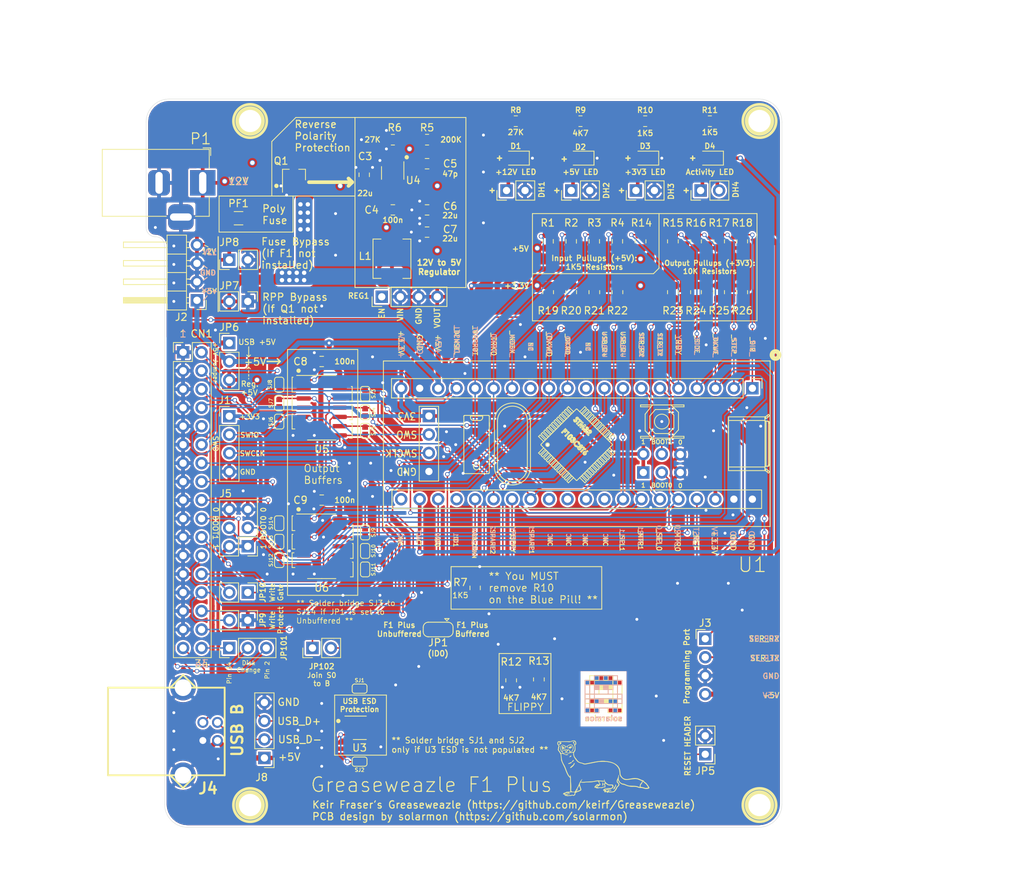
<source format=kicad_pcb>
(kicad_pcb (version 20171130) (host pcbnew "(5.1.9)-1")
  (title_block (title "Greaseweazle F1 Plus") (date 2021-06-25) (rev 1) (company solarmon))
  (layers (0 F.Cu signal) (31 B.Cu signal) (34 B.Paste user) (35 F.Paste user) (36 B.SilkS user) (37 F.SilkS user) (38 B.Mask user) (39 F.Mask user) (44 Edge.Cuts user))
  (net 0 "")
  (net 1 GND)
  (net 2 +3V3)
  (net 3 +5V)
  (net 4 "Net-(D1-Pad2)")
  (net 5 /_SIDE)
  (net 6 /_DKRD)
  (net 7 /_WRPROT)
  (net 8 /_TRK0)
  (net 9 /_DKWE)
  (net 10 /_DKWD)
  (net 11 /_STEP)
  (net 12 /_DIR)
  (net 13 /_INDEX)
  (net 14 /_DENSEL)
  (net 15 /USB_CONN)
  (net 16 "Net-(U1-Pad13)")
  (net 17 "Net-(U1-Pad32)")
  (net 18 "Net-(U1-Pad31)")
  (net 19 "Net-(U1-Pad30)")
  (net 20 "Net-(U1-Pad10)")
  (net 21 "Net-(U1-Pad29)")
  (net 22 /SER_RX)
  (net 23 /SER_TX)
  (net 24 "Net-(U1-Pad21)")
  (net 25 /USB_D+)
  (net 26 /USB_D-)
  (net 27 "Net-(D2-Pad2)")
  (net 28 /_ACT)
  (net 29 /_RST)
  (net 30 "Net-(D3-Pad2)")
  (net 31 /SWD_SWIO)
  (net 32 /SWD_SWCLK)
  (net 33 /BOOT0)
  (net 34 /BOOT1)
  (net 35 +12V)
  (net 36 "Net-(D4-Pad2)")
  (net 37 /USB_5V)
  (net 38 /FB)
  (net 39 /LX)
  (net 40 /BS)
  (net 41 /12V_IN)
  (net 42 /5V_REG)
  (net 43 /USB_CONN_D+)
  (net 44 /USB_CONN_D-)
  (net 45 /12V_JACK)
  (net 46 "Net-(CN1-Pad24)")
  (net 47 "Net-(CN1-Pad33)")
  (net 48 /ID1)
  (net 49 /FLIPPY)
  (net 50 /_DENSEL_BUF)
  (net 51 /SPARE1_BUF)
  (net 52 /SPARE2_BUF)
  (net 53 /SPARE2)
  (net 54 /SPARE1)
  (net 55 /_MTR0_BUF)
  (net 56 /_SEL0_BUF)
  (net 57 /_MTR0)
  (net 58 /_SEL0)
  (net 59 /_SEL1_BUF)
  (net 60 /_MTR1_BUF)
  (net 61 /_SEL1)
  (net 62 /_MTR1)
  (net 63 /_DIR_BUF)
  (net 64 /_STEP_BUF)
  (net 65 /_DKWD_BUF)
  (net 66 /_SIDE_BUF)
  (net 67 /_DKWE_BUF)
  (net 68 /_RDY)
  (net 69 /ID0)
  (net 70 "Net-(CN1-Pad34)")
  (net 71 /12V_EN)
  (module Connector_PinHeader_2.54mm:PinHeader_1x04_P2.54mm_Vertical (layer F.Cu) (at 125.095 64.77 90)
    (fp_text reference REG1 (at 0.127 -3.175 180) (layer F.SilkS) (effects (font (size 0.75 0.75))))
    (fp_text value "5V Regulator" hide)
    (pad 4 thru_hole oval (at 0 7.62 90) (size 1.7 1.7) (drill 1) (layers *.Cu *.Mask) (net 42 /5V_REG))
    (pad 3 thru_hole oval (at 0 5.08 90) (size 1.7 1.7) (drill 1) (layers *.Cu *.Mask) (net 1 GND))
    (pad 2 thru_hole oval (at 0 2.54 90) (size 1.7 1.7) (drill 1) (layers *.Cu *.Mask) (net 41 /12V_IN))
    (pad 1 thru_hole rect (at 0 0 90) (size 1.7 1.7) (drill 1) (layers *.Cu *.Mask) (net 71 /12V_EN))
  )
  (module Connector_PinHeader_2.54mm:PinHeader_1x03_P2.54mm_Vertical (layer F.Cu) (at 104.14 113.03 90)
    (fp_text reference JP101 (at 0 7.493 270) (layer F.SilkS) (effects (font (size 0.75 0.75))))
    (fp_text value Jumper_3_Bridged12)
    (pad 3 thru_hole oval (at 0 5.08 90) (size 1.7 1.7) (drill 1) (layers *.Cu *.Mask) (net 50 /_DENSEL_BUF))
    (pad 2 thru_hole oval (at 0 2.54 90) (size 1.7 1.7) (drill 1) (layers *.Cu *.Mask) (net 68 /_RDY))
    (pad 1 thru_hole rect (at 0 0 90) (size 1.7 1.7) (drill 1) (layers *.Cu *.Mask) (net 70 "Net-(CN1-Pad34)"))
  )
  (module Connector_PinHeader_2.54mm:PinHeader_1x02_P2.54mm_Vertical (layer F.Cu) (at 115.57 113.03 90)
    (fp_text reference JP102 (at -2.54 1.27 180) (layer F.SilkS) (effects (font (size 0.75 0.75))))
    (fp_text value Jumper_NO_Small)
    (pad 2 thru_hole oval (at 0 2.54 90) (size 1.7 1.7) (drill 1) (layers *.Cu *.Mask) (net 55 /_MTR0_BUF))
    (pad 1 thru_hole rect (at 0 0 90) (size 1.7 1.7) (drill 1) (layers *.Cu *.Mask) (net 59 /_SEL1_BUF))
  )
  (module solarmon_library:HOLE_3MM (layer F.Cu) (at 177 134.6146)
    (fp_text reference H4 hide)
    (fp_text value MountingHole_Pad hide)
    (pad 1 thru_hole circle (at 0 0) (size 4.064 4.064) (drill 3.048) (layers *.Cu *.Mask F.SilkS) (net 1 GND) (clearance 1))
  )
  (module solarmon_library:HOLE_3MM (layer F.Cu) (at 107 134.6146)
    (fp_text reference H3 hide)
    (fp_text value MountingHole_Pad hide)
    (pad 1 thru_hole circle (at 0 0) (size 4.064 4.064) (drill 3.048) (layers *.Cu *.Mask F.SilkS) (net 1 GND) (clearance 1))
  )
  (module solarmon_library:HOLE_3MM (layer F.Cu) (at 177 40.6146)
    (fp_text reference H2 hide)
    (fp_text value MountingHole_Pad hide)
    (pad 1 thru_hole circle (at 0 0) (size 4.064 4.064) (drill 3.048) (layers *.Cu *.Mask F.SilkS) (net 1 GND) (clearance 1))
  )
  (module solarmon_library:HOLE_3MM (layer F.Cu) (at 107 40.6146)
    (fp_text reference H1 hide)
    (fp_text value MountingHole_Pad hide)
    (pad 1 thru_hole circle (at 0 0) (size 4.064 4.064) (drill 3.048) (layers *.Cu *.Mask F.SilkS) (net 1 GND) (clearance 1))
  )
  (module Jumper:SolderJumper-3_P1.3mm_Open_RoundedPad1.0x1.5mm (layer F.Cu) (at 132.842 110.49 180)
    (fp_text reference JP1 (at 0 -1.8) (layer F.SilkS))
    (fp_text value Jumper_3_Open)
    (pad 2 smd rect (at 0 0 180) (size 1 1.5) (layers F.Cu F.Mask) (net 69 /ID0))
    (pad 3 smd custom (at 1.3 0 180) (size 1 0.5) (layers F.Cu F.Mask) (net 2 +3V3) (options (clearance outline) (anchor rect)) (primitives (gr_circle (center 0 0.25) (end 0.5 0.25) (width 0)) (gr_circle (center 0 -0.25) (end 0.5 -0.25) (width 0)) (gr_poly (pts (xy -0.55 -0.75) (xy 0 -0.75) (xy 0 0.75) (xy -0.55 0.75)) (width 0))))
    (pad 1 smd custom (at -1.3 0 180) (size 1 0.5) (layers F.Cu F.Mask) (net 1 GND) (options (clearance outline) (anchor rect)) (primitives (gr_circle (center 0 0.25) (end 0.5 0.25) (width 0)) (gr_circle (center 0 -0.25) (end 0.5 -0.25) (width 0)) (gr_poly (pts (xy 0.55 -0.75) (xy 0 -0.75) (xy 0 0.75) (xy 0.55 0.75)) (width 0))))
  )
  (module solarmon_library:SolderJumper-2_Open_RoundedPad0.5x1.0mm (layer F.Cu) (at 122.047 128.651)
    (fp_text reference SJ2 (at 0 1.143) (layer F.SilkS) (effects (font (size 0.5 0.5) (thickness 0.1))))
    (fp_text value Jumper_NO_Small)
    (pad 2 smd custom (at 0.635 0) (size 0.5 0.25) (layers F.Cu F.Mask) (net 26 /USB_D-) (options (clearance outline) (anchor rect)) (primitives (gr_circle (center 0 0.15) (end 0.25 0.15) (width 0)) (gr_circle (center 0 -0.15) (end 0.25 -0.15) (width 0)) (gr_poly (pts (xy 0 -0.4) (xy -0.5 -0.4) (xy -0.5 0.4) (xy 0 0.4)) (width 0))))
    (pad 1 smd custom (at -0.635 0) (size 0.5 0.25) (layers F.Cu F.Mask) (net 44 /USB_CONN_D-) (options (clearance outline) (anchor rect)) (primitives (gr_circle (center 0 0.15) (end 0.25 0.15) (width 0)) (gr_circle (center 0 -0.15) (end 0.25 -0.15) (width 0)) (gr_poly (pts (xy 0 -0.4) (xy 0.5 -0.4) (xy 0.5 0.4) (xy 0 0.4)) (width 0))))
  )
  (module solarmon_library:SolderJumper-2_Open_RoundedPad0.5x1.0mm (layer F.Cu) (at 122.047 118.618)
    (fp_text reference SJ1 (at 0 -1.143) (layer F.SilkS) (effects (font (size 0.5 0.5) (thickness 0.1))))
    (fp_text value Jumper_NO_Small)
    (pad 2 smd custom (at 0.635 0) (size 0.5 0.25) (layers F.Cu F.Mask) (net 25 /USB_D+) (options (clearance outline) (anchor rect)) (primitives (gr_circle (center 0 0.15) (end 0.25 0.15) (width 0)) (gr_circle (center 0 -0.15) (end 0.25 -0.15) (width 0)) (gr_poly (pts (xy 0 -0.4) (xy -0.5 -0.4) (xy -0.5 0.4) (xy 0 0.4)) (width 0))))
    (pad 1 smd custom (at -0.635 0) (size 0.5 0.25) (layers F.Cu F.Mask) (net 43 /USB_CONN_D+) (options (clearance outline) (anchor rect)) (primitives (gr_circle (center 0 0.15) (end 0.25 0.15) (width 0)) (gr_circle (center 0 -0.15) (end 0.25 -0.15) (width 0)) (gr_poly (pts (xy 0 -0.4) (xy 0.5 -0.4) (xy 0.5 0.4) (xy 0 0.4)) (width 0))))
  )
  (module solarmon_library:SolderJumper-2_Open_RoundedPad0.5x1.0mm (layer F.Cu) (at 110.998 95.885 270)
    (fp_text reference SJ14 (at 0 1.143 90) (layer F.SilkS) (effects (font (size 0.5 0.5) (thickness 0.1))))
    (fp_text value Jumper_NO_Small)
    (pad 2 smd custom (at 0.635 0 270) (size 0.5 0.25) (layers F.Cu F.Mask) (net 60 /_MTR1_BUF) (options (clearance outline) (anchor rect)) (primitives (gr_circle (center 0 0.15) (end 0.25 0.15) (width 0)) (gr_circle (center 0 -0.15) (end 0.25 -0.15) (width 0)) (gr_poly (pts (xy 0 -0.4) (xy -0.5 -0.4) (xy -0.5 0.4) (xy 0 0.4)) (width 0))))
    (pad 1 smd custom (at -0.635 0 270) (size 0.5 0.25) (layers F.Cu F.Mask) (net 62 /_MTR1) (options (clearance outline) (anchor rect)) (primitives (gr_circle (center 0 0.15) (end 0.25 0.15) (width 0)) (gr_circle (center 0 -0.15) (end 0.25 -0.15) (width 0)) (gr_poly (pts (xy 0 -0.4) (xy 0.5 -0.4) (xy 0.5 0.4) (xy 0 0.4)) (width 0))))
  )
  (module solarmon_library:SolderJumper-2_Open_RoundedPad0.5x1.0mm (layer F.Cu) (at 110.998 98.425 270)
    (fp_text reference SJ13 (at 0 1.143 90) (layer F.SilkS) (effects (font (size 0.5 0.5) (thickness 0.1))))
    (fp_text value Jumper_NO_Small)
    (pad 2 smd custom (at 0.635 0 270) (size 0.5 0.25) (layers F.Cu F.Mask) (net 63 /_DIR_BUF) (options (clearance outline) (anchor rect)) (primitives (gr_circle (center 0 0.15) (end 0.25 0.15) (width 0)) (gr_circle (center 0 -0.15) (end 0.25 -0.15) (width 0)) (gr_poly (pts (xy 0 -0.4) (xy -0.5 -0.4) (xy -0.5 0.4) (xy 0 0.4)) (width 0))))
    (pad 1 smd custom (at -0.635 0 270) (size 0.5 0.25) (layers F.Cu F.Mask) (net 12 /_DIR) (options (clearance outline) (anchor rect)) (primitives (gr_circle (center 0 0.15) (end 0.25 0.15) (width 0)) (gr_circle (center 0 -0.15) (end 0.25 -0.15) (width 0)) (gr_poly (pts (xy 0 -0.4) (xy 0.5 -0.4) (xy 0.5 0.4) (xy 0 0.4)) (width 0))))
  )
  (module solarmon_library:SolderJumper-2_Open_RoundedPad0.5x1.0mm (layer F.Cu) (at 110.998 100.965 270)
    (fp_text reference SJ12 (at 0 1.143 90) (layer F.SilkS) (effects (font (size 0.5 0.5) (thickness 0.1))))
    (fp_text value Jumper_NO_Small)
    (pad 2 smd custom (at 0.635 0 270) (size 0.5 0.25) (layers F.Cu F.Mask) (net 64 /_STEP_BUF) (options (clearance outline) (anchor rect)) (primitives (gr_circle (center 0 0.15) (end 0.25 0.15) (width 0)) (gr_circle (center 0 -0.15) (end 0.25 -0.15) (width 0)) (gr_poly (pts (xy 0 -0.4) (xy -0.5 -0.4) (xy -0.5 0.4) (xy 0 0.4)) (width 0))))
    (pad 1 smd custom (at -0.635 0 270) (size 0.5 0.25) (layers F.Cu F.Mask) (net 11 /_STEP) (options (clearance outline) (anchor rect)) (primitives (gr_circle (center 0 0.15) (end 0.25 0.15) (width 0)) (gr_circle (center 0 -0.15) (end 0.25 -0.15) (width 0)) (gr_poly (pts (xy 0 -0.4) (xy 0.5 -0.4) (xy 0.5 0.4) (xy 0 0.4)) (width 0))))
  )
  (module solarmon_library:SolderJumper-2_Open_RoundedPad0.5x1.0mm (layer F.Cu) (at 122.809 102.235 270)
    (fp_text reference SJ11 (at 0 -1.143 90) (layer F.SilkS) (effects (font (size 0.5 0.5) (thickness 0.1))))
    (fp_text value Jumper_NO_Small)
    (pad 2 smd custom (at 0.635 0 270) (size 0.5 0.25) (layers F.Cu F.Mask) (net 66 /_SIDE_BUF) (options (clearance outline) (anchor rect)) (primitives (gr_circle (center 0 0.15) (end 0.25 0.15) (width 0)) (gr_circle (center 0 -0.15) (end 0.25 -0.15) (width 0)) (gr_poly (pts (xy 0 -0.4) (xy -0.5 -0.4) (xy -0.5 0.4) (xy 0 0.4)) (width 0))))
    (pad 1 smd custom (at -0.635 0 270) (size 0.5 0.25) (layers F.Cu F.Mask) (net 5 /_SIDE) (options (clearance outline) (anchor rect)) (primitives (gr_circle (center 0 0.15) (end 0.25 0.15) (width 0)) (gr_circle (center 0 -0.15) (end 0.25 -0.15) (width 0)) (gr_poly (pts (xy 0 -0.4) (xy 0.5 -0.4) (xy 0.5 0.4) (xy 0 0.4)) (width 0))))
  )
  (module solarmon_library:SolderJumper-2_Open_RoundedPad0.5x1.0mm (layer F.Cu) (at 122.809 99.695 270)
    (fp_text reference SJ10 (at 0 -1.143 90) (layer F.SilkS) (effects (font (size 0.5 0.5) (thickness 0.1))))
    (fp_text value Jumper_NO_Small)
    (pad 2 smd custom (at 0.635 0 270) (size 0.5 0.25) (layers F.Cu F.Mask) (net 67 /_DKWE_BUF) (options (clearance outline) (anchor rect)) (primitives (gr_circle (center 0 0.15) (end 0.25 0.15) (width 0)) (gr_circle (center 0 -0.15) (end 0.25 -0.15) (width 0)) (gr_poly (pts (xy 0 -0.4) (xy -0.5 -0.4) (xy -0.5 0.4) (xy 0 0.4)) (width 0))))
    (pad 1 smd custom (at -0.635 0 270) (size 0.5 0.25) (layers F.Cu F.Mask) (net 9 /_DKWE) (options (clearance outline) (anchor rect)) (primitives (gr_circle (center 0 0.15) (end 0.25 0.15) (width 0)) (gr_circle (center 0 -0.15) (end 0.25 -0.15) (width 0)) (gr_poly (pts (xy 0 -0.4) (xy 0.5 -0.4) (xy 0.5 0.4) (xy 0 0.4)) (width 0))))
  )
  (module solarmon_library:SolderJumper-2_Open_RoundedPad0.5x1.0mm (layer F.Cu) (at 122.809 97.155 270)
    (fp_text reference SJ9 (at 0 -1.143 90) (layer F.SilkS) (effects (font (size 0.5 0.5) (thickness 0.1))))
    (fp_text value Jumper_NO_Small)
    (pad 2 smd custom (at 0.635 0 270) (size 0.5 0.25) (layers F.Cu F.Mask) (net 65 /_DKWD_BUF) (options (clearance outline) (anchor rect)) (primitives (gr_circle (center 0 0.15) (end 0.25 0.15) (width 0)) (gr_circle (center 0 -0.15) (end 0.25 -0.15) (width 0)) (gr_poly (pts (xy 0 -0.4) (xy -0.5 -0.4) (xy -0.5 0.4) (xy 0 0.4)) (width 0))))
    (pad 1 smd custom (at -0.635 0 270) (size 0.5 0.25) (layers F.Cu F.Mask) (net 10 /_DKWD) (options (clearance outline) (anchor rect)) (primitives (gr_circle (center 0 0.15) (end 0.25 0.15) (width 0)) (gr_circle (center 0 -0.15) (end 0.25 -0.15) (width 0)) (gr_poly (pts (xy 0 -0.4) (xy 0.5 -0.4) (xy 0.5 0.4) (xy 0 0.4)) (width 0))))
  )
  (module solarmon_library:SolderJumper-2_Open_RoundedPad0.5x1.0mm (layer F.Cu) (at 110.998 76.837 270)
    (fp_text reference SJ8 (at -0.002 1.27 90) (layer F.SilkS) (effects (font (size 0.5 0.5) (thickness 0.1))))
    (fp_text value Jumper_NO_Small)
    (pad 2 smd custom (at 0.635 0 270) (size 0.5 0.25) (layers F.Cu F.Mask) (net 50 /_DENSEL_BUF) (options (clearance outline) (anchor rect)) (primitives (gr_circle (center 0 0.15) (end 0.25 0.15) (width 0)) (gr_circle (center 0 -0.15) (end 0.25 -0.15) (width 0)) (gr_poly (pts (xy 0 -0.4) (xy -0.5 -0.4) (xy -0.5 0.4) (xy 0 0.4)) (width 0))))
    (pad 1 smd custom (at -0.635 0 270) (size 0.5 0.25) (layers F.Cu F.Mask) (net 14 /_DENSEL) (options (clearance outline) (anchor rect)) (primitives (gr_circle (center 0 0.15) (end 0.25 0.15) (width 0)) (gr_circle (center 0 -0.15) (end 0.25 -0.15) (width 0)) (gr_poly (pts (xy 0 -0.4) (xy 0.5 -0.4) (xy 0.5 0.4) (xy 0 0.4)) (width 0))))
  )
  (module solarmon_library:SolderJumper-2_Open_RoundedPad0.5x1.0mm (layer F.Cu) (at 110.998 79.375 270)
    (fp_text reference SJ7 (at 0 1.143 90) (layer F.SilkS) (effects (font (size 0.5 0.5) (thickness 0.1))))
    (fp_text value Jumper_NO_Small)
    (pad 2 smd custom (at 0.635 0 270) (size 0.5 0.25) (layers F.Cu F.Mask) (net 51 /SPARE1_BUF) (options (clearance outline) (anchor rect)) (primitives (gr_circle (center 0 0.15) (end 0.25 0.15) (width 0)) (gr_circle (center 0 -0.15) (end 0.25 -0.15) (width 0)) (gr_poly (pts (xy 0 -0.4) (xy -0.5 -0.4) (xy -0.5 0.4) (xy 0 0.4)) (width 0))))
    (pad 1 smd custom (at -0.635 0 270) (size 0.5 0.25) (layers F.Cu F.Mask) (net 54 /SPARE1) (options (clearance outline) (anchor rect)) (primitives (gr_circle (center 0 0.15) (end 0.25 0.15) (width 0)) (gr_circle (center 0 -0.15) (end 0.25 -0.15) (width 0)) (gr_poly (pts (xy 0 -0.4) (xy 0.5 -0.4) (xy 0.5 0.4) (xy 0 0.4)) (width 0))))
  )
  (module solarmon_library:SolderJumper-2_Open_RoundedPad0.5x1.0mm (layer F.Cu) (at 110.998 81.915 270)
    (fp_text reference SJ6 (at 0 1.143 90) (layer F.SilkS) (effects (font (size 0.5 0.5) (thickness 0.1))))
    (fp_text value Jumper_NO_Small)
    (pad 2 smd custom (at 0.635 0 270) (size 0.5 0.25) (layers F.Cu F.Mask) (net 52 /SPARE2_BUF) (options (clearance outline) (anchor rect)) (primitives (gr_circle (center 0 0.15) (end 0.25 0.15) (width 0)) (gr_circle (center 0 -0.15) (end 0.25 -0.15) (width 0)) (gr_poly (pts (xy 0 -0.4) (xy -0.5 -0.4) (xy -0.5 0.4) (xy 0 0.4)) (width 0))))
    (pad 1 smd custom (at -0.635 0 270) (size 0.5 0.25) (layers F.Cu F.Mask) (net 53 /SPARE2) (options (clearance outline) (anchor rect)) (primitives (gr_circle (center 0 0.15) (end 0.25 0.15) (width 0)) (gr_circle (center 0 -0.15) (end 0.25 -0.15) (width 0)) (gr_poly (pts (xy 0 -0.4) (xy 0.5 -0.4) (xy 0.5 0.4) (xy 0 0.4)) (width 0))))
  )
  (module solarmon_library:SolderJumper-2_Open_RoundedPad0.5x1.0mm (layer F.Cu) (at 122.809 83.185 270)
    (fp_text reference SJ5 (at 0 -1.143 90) (layer F.SilkS) (effects (font (size 0.5 0.5) (thickness 0.1))))
    (fp_text value Jumper_NO_Small)
    (pad 2 smd custom (at 0.635 0 270) (size 0.5 0.25) (layers F.Cu F.Mask) (net 55 /_MTR0_BUF) (options (clearance outline) (anchor rect)) (primitives (gr_circle (center 0 0.15) (end 0.25 0.15) (width 0)) (gr_circle (center 0 -0.15) (end 0.25 -0.15) (width 0)) (gr_poly (pts (xy 0 -0.4) (xy -0.5 -0.4) (xy -0.5 0.4) (xy 0 0.4)) (width 0))))
    (pad 1 smd custom (at -0.635 0 270) (size 0.5 0.25) (layers F.Cu F.Mask) (net 57 /_MTR0) (options (clearance outline) (anchor rect)) (primitives (gr_circle (center 0 0.15) (end 0.25 0.15) (width 0)) (gr_circle (center 0 -0.15) (end 0.25 -0.15) (width 0)) (gr_poly (pts (xy 0 -0.4) (xy 0.5 -0.4) (xy 0.5 0.4) (xy 0 0.4)) (width 0))))
  )
  (module solarmon_library:SolderJumper-2_Open_RoundedPad0.5x1.0mm (layer F.Cu) (at 122.809 80.645 270)
    (fp_text reference SJ4 (at 0 -1.143 90) (layer F.SilkS) (effects (font (size 0.5 0.5) (thickness 0.1))))
    (fp_text value Jumper_NO_Small)
    (pad 2 smd custom (at 0.635 0 270) (size 0.5 0.25) (layers F.Cu F.Mask) (net 56 /_SEL0_BUF) (options (clearance outline) (anchor rect)) (primitives (gr_circle (center 0 0.15) (end 0.25 0.15) (width 0)) (gr_circle (center 0 -0.15) (end 0.25 -0.15) (width 0)) (gr_poly (pts (xy 0 -0.4) (xy -0.5 -0.4) (xy -0.5 0.4) (xy 0 0.4)) (width 0))))
    (pad 1 smd custom (at -0.635 0 270) (size 0.5 0.25) (layers F.Cu F.Mask) (net 58 /_SEL0) (options (clearance outline) (anchor rect)) (primitives (gr_circle (center 0 0.15) (end 0.25 0.15) (width 0)) (gr_circle (center 0 -0.15) (end 0.25 -0.15) (width 0)) (gr_poly (pts (xy 0 -0.4) (xy 0.5 -0.4) (xy 0.5 0.4) (xy 0 0.4)) (width 0))))
  )
  (module solarmon_library:SolderJumper-2_Open_RoundedPad0.5x1.0mm (layer F.Cu) (at 122.809 78.105 270)
    (fp_text reference SJ3 (at 0 -1.143 90) (layer F.SilkS) (effects (font (size 0.5 0.5) (thickness 0.1))))
    (fp_text value Jumper_NO_Small)
    (pad 2 smd custom (at 0.635 0 270) (size 0.5 0.25) (layers F.Cu F.Mask) (net 59 /_SEL1_BUF) (options (clearance outline) (anchor rect)) (primitives (gr_circle (center 0 0.15) (end 0.25 0.15) (width 0)) (gr_circle (center 0 -0.15) (end 0.25 -0.15) (width 0)) (gr_poly (pts (xy 0 -0.4) (xy -0.5 -0.4) (xy -0.5 0.4) (xy 0 0.4)) (width 0))))
    (pad 1 smd custom (at -0.635 0 270) (size 0.5 0.25) (layers F.Cu F.Mask) (net 61 /_SEL1) (options (clearance outline) (anchor rect)) (primitives (gr_circle (center 0 0.15) (end 0.25 0.15) (width 0)) (gr_circle (center 0 -0.15) (end 0.25 -0.15) (width 0)) (gr_poly (pts (xy 0 -0.4) (xy 0.5 -0.4) (xy 0.5 0.4) (xy 0 0.4)) (width 0))))
  )
  (module Package_SO:SOIC-14_3.9x8.7mm_P1.27mm (layer F.Cu) (at 116.84 80.01)
    (fp_text reference U5 (at 0 5.715) (layer F.SilkS))
    (fp_text value 74LS07)
    (pad 14 smd roundrect (at 2.475 -3.81) (size 1.95 0.6) (layers F.Cu F.Paste F.Mask) (net 3 +5V))
    (pad 13 smd roundrect (at 2.475 -2.54) (size 1.95 0.6) (layers F.Cu F.Paste F.Mask) (net 61 /_SEL1))
    (pad 12 smd roundrect (at 2.475 -1.27) (size 1.95 0.6) (layers F.Cu F.Paste F.Mask) (net 59 /_SEL1_BUF))
    (pad 11 smd roundrect (at 2.475 0) (size 1.95 0.6) (layers F.Cu F.Paste F.Mask) (net 58 /_SEL0))
    (pad 10 smd roundrect (at 2.475 1.27) (size 1.95 0.6) (layers F.Cu F.Paste F.Mask) (net 56 /_SEL0_BUF))
    (pad 9 smd roundrect (at 2.475 2.54) (size 1.95 0.6) (layers F.Cu F.Paste F.Mask) (net 57 /_MTR0))
    (pad 8 smd roundrect (at 2.475 3.81) (size 1.95 0.6) (layers F.Cu F.Paste F.Mask) (net 55 /_MTR0_BUF))
    (pad 7 smd roundrect (at -2.475 3.81) (size 1.95 0.6) (layers F.Cu F.Paste F.Mask) (net 1 GND))
    (pad 6 smd roundrect (at -2.475 2.54) (size 1.95 0.6) (layers F.Cu F.Paste F.Mask) (net 52 /SPARE2_BUF))
    (pad 5 smd roundrect (at -2.475 1.27) (size 1.95 0.6) (layers F.Cu F.Paste F.Mask) (net 53 /SPARE2))
    (pad 4 smd roundrect (at -2.475 0) (size 1.95 0.6) (layers F.Cu F.Paste F.Mask) (net 51 /SPARE1_BUF))
    (pad 3 smd roundrect (at -2.475 -1.27) (size 1.95 0.6) (layers F.Cu F.Paste F.Mask) (net 54 /SPARE1))
    (pad 2 smd roundrect (at -2.475 -2.54) (size 1.95 0.6) (layers F.Cu F.Paste F.Mask) (net 50 /_DENSEL_BUF))
    (pad 1 smd roundrect (at -2.475 -3.81) (size 1.95 0.6) (layers F.Cu F.Paste F.Mask) (net 14 /_DENSEL))
  )
  (module Connector_PinHeader_2.54mm:PinHeader_1x02_P2.54mm_Vertical (layer F.Cu) (at 142.24 50.165 90)
    (fp_text reference DH1 (at 0.127 4.826 90) (layer F.SilkS) (effects (font (size 0.75 0.75))))
    (fp_text value Conn_01x02)
    (pad 2 thru_hole oval (at 0 2.54 90) (size 1.7 1.7) (drill 1) (layers *.Cu *.Mask) (net 1 GND))
    (pad 1 thru_hole rect (at 0 0 90) (size 1.7 1.7) (drill 1) (layers *.Cu *.Mask) (net 4 "Net-(D1-Pad2)"))
  )
  (module Connector_PinHeader_2.54mm:PinHeader_1x02_P2.54mm_Vertical (layer F.Cu) (at 151.13 50.165 90)
    (fp_text reference DH2 (at 0 4.826 90) (layer F.SilkS) (effects (font (size 0.75 0.75))))
    (fp_text value Conn_01x02)
    (pad 2 thru_hole oval (at 0 2.54 90) (size 1.7 1.7) (drill 1) (layers *.Cu *.Mask) (net 1 GND))
    (pad 1 thru_hole rect (at 0 0 90) (size 1.7 1.7) (drill 1) (layers *.Cu *.Mask) (net 27 "Net-(D2-Pad2)"))
  )
  (module Connector_PinHeader_2.54mm:PinHeader_1x02_P2.54mm_Vertical (layer F.Cu) (at 160.02 50.165 90)
    (fp_text reference DH3 (at -0.127 4.826 90) (layer F.SilkS) (effects (font (size 0.75 0.75))))
    (fp_text value Conn_01x02)
    (pad 2 thru_hole oval (at 0 2.54 90) (size 1.7 1.7) (drill 1) (layers *.Cu *.Mask) (net 1 GND))
    (pad 1 thru_hole rect (at 0 0 90) (size 1.7 1.7) (drill 1) (layers *.Cu *.Mask) (net 30 "Net-(D3-Pad2)"))
  )
  (module Connector_PinHeader_2.54mm:PinHeader_1x02_P2.54mm_Vertical (layer F.Cu) (at 168.91 50.165 90)
    (fp_text reference DH4 (at 0.127 4.826 90) (layer F.SilkS) (effects (font (size 0.75 0.75))))
    (fp_text value Conn_01x02)
    (pad 2 thru_hole oval (at 0 2.54 90) (size 1.7 1.7) (drill 1) (layers *.Cu *.Mask) (net 28 /_ACT))
    (pad 1 thru_hole rect (at 0 0 90) (size 1.7 1.7) (drill 1) (layers *.Cu *.Mask) (net 36 "Net-(D4-Pad2)"))
  )
  (module solarmon_library:solarmon-logo-25mils (layer B.Cu) (at 155.575 120.015 180)
    (fp_text reference solarmon (at 0 -2.667) (layer B.SilkS) (effects (font (size 0.75 0.75)) (justify mirror)))
    (fp_text value solarmon-logo-25mils)
    (fp_poly (pts (xy -1.27 -1.905) (xy -1.905 -1.905) (xy -1.905 -1.27) (xy -1.27 -1.27)) (layer B.Cu) (width 0.1))
    (fp_poly (pts (xy 1.27 -1.905) (xy 0.635 -1.905) (xy 0.635 -1.27) (xy 1.27 -1.27)) (layer B.Cu) (width 0.1))
    (fp_poly (pts (xy 1.27 -0.635) (xy 0.635 -0.635) (xy 0.635 0) (xy 1.27 0)) (layer B.Cu) (width 0.1))
    (fp_poly (pts (xy 0 -0.635) (xy -0.635 -0.635) (xy -0.635 0) (xy 0 0)) (layer B.Cu) (width 0.1))
    (fp_poly (pts (xy -0.635 -0.635) (xy -1.27 -0.635) (xy -1.27 0) (xy -0.635 0)) (layer B.Cu) (width 0.1))
    (fp_poly (pts (xy -1.27 -0.635) (xy -1.905 -0.635) (xy -1.905 0) (xy -1.27 0)) (layer B.Cu) (width 0.1))
    (fp_poly (pts (xy -1.27 1.905) (xy -1.905 1.905) (xy -1.905 2.54) (xy -1.27 2.54)) (layer B.Cu) (width 0.1))
    (fp_poly (pts (xy -0.635 1.905) (xy -1.27 1.905) (xy -1.27 2.54) (xy -0.635 2.54)) (layer B.Cu) (width 0.1))
    (fp_poly (pts (xy 0 2.54) (xy -0.635 2.54) (xy -0.635 3.175) (xy 0 3.175)) (layer B.Cu) (width 0.1))
    (fp_poly (pts (xy 0 1.905) (xy -0.635 1.905) (xy -0.635 2.54) (xy 0 2.54)) (layer B.Cu) (width 0.1))
    (fp_poly (pts (xy 0.635 1.905) (xy 0 1.905) (xy 0 2.54) (xy 0.635 2.54)) (layer B.Cu) (width 0.1))
    (fp_poly (pts (xy 1.27 1.905) (xy 0.635 1.905) (xy 0.635 2.54) (xy 1.27 2.54)) (layer B.Cu) (width 0.1))
    (fp_poly (pts (xy 1.27 2.54) (xy 0.635 2.54) (xy 0.635 3.175) (xy 1.27 3.175)) (layer B.Cu) (width 0.1))
    (fp_poly (pts (xy 2.54 -1.905) (xy 1.905 -1.905) (xy 1.905 -1.27) (xy 2.54 -1.27)) (layer B.Cu) (width 0.1))
    (fp_poly (pts (xy 2.54 1.905) (xy 1.905 1.905) (xy 1.905 2.54) (xy 2.54 2.54)) (layer B.Cu) (width 0.1))
  )
  (module solarmon_library:solarmon-logo-25mils (layer F.Cu) (at 155.575 120.015)
    (fp_text reference solarmon (at 0 2.667) (layer F.SilkS) (effects (font (size 0.75 0.75))))
    (fp_text value solarmon-logo-25mils)
    (fp_poly (pts (xy 2.54 -1.905) (xy 1.905 -1.905) (xy 1.905 -2.54) (xy 2.54 -2.54)) (layer F.Cu) (width 0.1))
    (fp_poly (pts (xy 2.54 1.905) (xy 1.905 1.905) (xy 1.905 1.27) (xy 2.54 1.27)) (layer F.Cu) (width 0.1))
    (fp_poly (pts (xy 1.27 -2.54) (xy 0.635 -2.54) (xy 0.635 -3.175) (xy 1.27 -3.175)) (layer F.Cu) (width 0.1))
    (fp_poly (pts (xy 1.27 -1.905) (xy 0.635 -1.905) (xy 0.635 -2.54) (xy 1.27 -2.54)) (layer F.Cu) (width 0.1))
    (fp_poly (pts (xy 0.635 -1.905) (xy 0 -1.905) (xy 0 -2.54) (xy 0.635 -2.54)) (layer F.Cu) (width 0.1))
    (fp_poly (pts (xy 0 -1.905) (xy -0.635 -1.905) (xy -0.635 -2.54) (xy 0 -2.54)) (layer F.Cu) (width 0.1))
    (fp_poly (pts (xy 0 -2.54) (xy -0.635 -2.54) (xy -0.635 -3.175) (xy 0 -3.175)) (layer F.Cu) (width 0.1))
    (fp_poly (pts (xy -0.635 -1.905) (xy -1.27 -1.905) (xy -1.27 -2.54) (xy -0.635 -2.54)) (layer F.Cu) (width 0.1))
    (fp_poly (pts (xy -1.27 -1.905) (xy -1.905 -1.905) (xy -1.905 -2.54) (xy -1.27 -2.54)) (layer F.Cu) (width 0.1))
    (fp_poly (pts (xy -1.27 0.635) (xy -1.905 0.635) (xy -1.905 0) (xy -1.27 0)) (layer F.Cu) (width 0.1))
    (fp_poly (pts (xy -0.635 0.635) (xy -1.27 0.635) (xy -1.27 0) (xy -0.635 0)) (layer F.Cu) (width 0.1))
    (fp_poly (pts (xy 0 0.635) (xy -0.635 0.635) (xy -0.635 0) (xy 0 0)) (layer F.Cu) (width 0.1))
    (fp_poly (pts (xy 1.27 0.635) (xy 0.635 0.635) (xy 0.635 0) (xy 1.27 0)) (layer F.Cu) (width 0.1))
    (fp_poly (pts (xy 1.27 1.905) (xy 0.635 1.905) (xy 0.635 1.27) (xy 1.27 1.27)) (layer F.Cu) (width 0.1))
    (fp_poly (pts (xy -1.27 1.905) (xy -1.905 1.905) (xy -1.905 1.27) (xy -1.27 1.27)) (layer F.Cu) (width 0.1))
  )
  (module Kicad-STM32-master:YAAJ_BluePill_SWD_1_BootPins (layer F.Cu) (at 176.022 77.343 270)
    (fp_text reference U1 (at 24.257 0) (layer F.SilkS) (effects (font (size 2 2))))
    (fp_text value "Blue Pill" hide)
    (fp_text user GND (at 11.43 47.498 180 unlocked) (layer F.SilkS) (effects (font (size 1 0.9))))
    (fp_text user SWCLK (at 8.89 48.26 180 unlocked) (layer F.SilkS) (effects (font (size 1 0.9))))
    (fp_text user SWO (at 6.35 47.498 180 unlocked) (layer F.SilkS) (effects (font (size 1 0.9))))
    (fp_text user 3V3 (at 3.81 47.498 180 unlocked) (layer F.SilkS) (effects (font (size 1 0.9))))
    (pad 48 thru_hole circle (at 9.0297 14.986 270) (size 1.7 1.7) (drill 1) (layers *.Cu *.Mask) (net 2 +3V3))
    (pad 49 thru_hole circle (at 9.0297 12.446 270) (size 1.7 1.7) (drill 1) (layers *.Cu *.Mask) (net 34 /BOOT1))
    (pad 50 thru_hole circle (at 9.0932 9.906 270) (size 1.7 1.7) (drill 1) (layers *.Cu *.Mask) (net 1 GND))
    (pad 45 thru_hole rect (at 11.5697 14.986 270) (size 1.7 1.7) (drill 1) (layers *.Cu *.Mask) (net 2 +3V3))
    (pad 47 thru_hole circle (at 11.5697 9.906 270) (size 1.7 1.7) (drill 1) (layers *.Cu *.Mask) (net 1 GND))
    (pad 46 thru_hole circle (at 11.5697 12.446 270) (size 1.7 1.7) (drill 1) (layers *.Cu *.Mask) (net 33 /BOOT0))
    (pad 20 thru_hole circle (at 0 48.26 270) (size 1.7 1.7) (drill 1) (layers *.Cu *.Mask) (net 2 +3V3))
    (pad 21 thru_hole circle (at 15.24 48.26 270) (size 1.7 1.7) (drill 1) (layers *.Cu *.Mask) (net 24 "Net-(U1-Pad21)"))
    (pad 19 thru_hole circle (at 0 45.72 270) (size 1.7 1.7) (drill 1) (layers *.Cu *.Mask) (net 1 GND))
    (pad 22 thru_hole circle (at 15.24 45.72 270) (size 1.7 1.7) (drill 1) (layers *.Cu *.Mask) (net 28 /_ACT))
    (pad 18 thru_hole circle (at 0 43.18 270) (size 1.7 1.7) (drill 1) (layers *.Cu *.Mask) (net 3 +5V))
    (pad 23 thru_hole circle (at 15.24 43.18 270) (size 1.7 1.7) (drill 1) (layers *.Cu *.Mask) (net 69 /ID0))
    (pad 17 thru_hole circle (at 0 40.64 270) (size 1.7 1.7) (drill 1) (layers *.Cu *.Mask) (net 14 /_DENSEL))
    (pad 24 thru_hole circle (at 15.24 40.64 270) (size 1.7 1.7) (drill 1) (layers *.Cu *.Mask) (net 48 /ID1))
    (pad 16 thru_hole circle (at 0 38.1 270) (size 1.7 1.7) (drill 1) (layers *.Cu *.Mask) (net 7 /_WRPROT))
    (pad 25 thru_hole circle (at 15.24 38.1 270) (size 1.7 1.7) (drill 1) (layers *.Cu *.Mask) (net 15 /USB_CONN))
    (pad 15 thru_hole circle (at 0 35.56 270) (size 1.7 1.7) (drill 1) (layers *.Cu *.Mask) (net 8 /_TRK0))
    (pad 26 thru_hole circle (at 15.24 35.56 270) (size 1.7 1.7) (drill 1) (layers *.Cu *.Mask) (net 53 /SPARE2))
    (pad 14 thru_hole circle (at 0 33.02 270) (size 1.7 1.7) (drill 1) (layers *.Cu *.Mask) (net 13 /_INDEX))
    (pad 27 thru_hole circle (at 15.24 33.02 270) (size 1.7 1.7) (drill 1) (layers *.Cu *.Mask) (net 49 /FLIPPY))
    (pad 13 thru_hole circle (at 0 30.48 270) (size 1.7 1.7) (drill 1) (layers *.Cu *.Mask) (net 16 "Net-(U1-Pad13)"))
    (pad 28 thru_hole circle (at 15.24 30.48 270) (size 1.7 1.7) (drill 1) (layers *.Cu *.Mask) (net 54 /SPARE1))
    (pad 12 thru_hole circle (at 0 27.94 270) (size 1.7 1.7) (drill 1) (layers *.Cu *.Mask) (net 10 /_DKWD))
    (pad 29 thru_hole circle (at 15.24 27.94 270) (size 1.7 1.7) (drill 1) (layers *.Cu *.Mask) (net 21 "Net-(U1-Pad29)"))
    (pad 11 thru_hole circle (at 0 25.4 270) (size 1.7 1.7) (drill 1) (layers *.Cu *.Mask) (net 6 /_DKRD))
    (pad 30 thru_hole circle (at 15.24 25.4 270) (size 1.7 1.7) (drill 1) (layers *.Cu *.Mask) (net 19 "Net-(U1-Pad30)"))
    (pad 10 thru_hole circle (at 0 22.86 270) (size 1.7 1.7) (drill 1) (layers *.Cu *.Mask) (net 20 "Net-(U1-Pad10)"))
    (pad 31 thru_hole circle (at 15.24 22.86 270) (size 1.7 1.7) (drill 1) (layers *.Cu *.Mask) (net 18 "Net-(U1-Pad31)"))
    (pad 9 thru_hole circle (at 0 20.32 270) (size 1.7 1.7) (drill 1) (layers *.Cu *.Mask) (net 25 /USB_D+))
    (pad 32 thru_hole circle (at 15.24 20.32 270) (size 1.7 1.7) (drill 1) (layers *.Cu *.Mask) (net 17 "Net-(U1-Pad32)"))
    (pad 8 thru_hole circle (at 0 17.78 270) (size 1.7 1.7) (drill 1) (layers *.Cu *.Mask) (net 26 /USB_D-))
    (pad 33 thru_hole circle (at 15.24 17.78 270) (size 1.7 1.7) (drill 1) (layers *.Cu *.Mask) (net 61 /_SEL1))
    (pad 7 thru_hole circle (at 0 15.24 270) (size 1.7 1.7) (drill 1) (layers *.Cu *.Mask) (net 22 /SER_RX))
    (pad 34 thru_hole circle (at 15.24 15.24 270) (size 1.7 1.7) (drill 1) (layers *.Cu *.Mask) (net 62 /_MTR1))
    (pad 6 thru_hole circle (at 0 12.7 270) (size 1.7 1.7) (drill 1) (layers *.Cu *.Mask) (net 23 /SER_TX))
    (pad 35 thru_hole circle (at 15.24 12.7 270) (size 1.7 1.7) (drill 1) (layers *.Cu *.Mask) (net 58 /_SEL0))
    (pad 5 thru_hole circle (at 0 10.16 270) (size 1.7 1.7) (drill 1) (layers *.Cu *.Mask) (net 68 /_RDY))
    (pad 36 thru_hole circle (at 15.24 10.16 270) (size 1.7 1.7) (drill 1) (layers *.Cu *.Mask) (net 57 /_MTR0))
    (pad 4 thru_hole circle (at 0 7.62 270) (size 1.7 1.7) (drill 1) (layers *.Cu *.Mask) (net 5 /_SIDE))
    (pad 37 thru_hole circle (at 15.24 7.62 270) (size 1.7 1.7) (drill 1) (layers *.Cu *.Mask) (net 29 /_RST))
    (pad 3 thru_hole circle (at 0 5.08 270) (size 1.7 1.7) (drill 1) (layers *.Cu *.Mask) (net 9 /_DKWE))
    (pad 38 thru_hole circle (at 15.24 5.08 270) (size 1.7 1.7) (drill 1) (layers *.Cu *.Mask) (net 2 +3V3))
    (pad 2 thru_hole circle (at 0 2.54 270) (size 1.7 1.7) (drill 1) (layers *.Cu *.Mask) (net 11 /_STEP))
    (pad 39 thru_hole circle (at 15.24 2.54 270) (size 1.7 1.7) (drill 1) (layers *.Cu *.Mask) (net 1 GND))
    (pad 1 thru_hole rect (at 0 0 270) (size 1.7 1.7) (drill 1) (layers *.Cu *.Mask) (net 12 /_DIR))
    (pad 40 thru_hole circle (at 15.24 0 270) (size 1.7 1.7) (drill 1) (layers *.Cu *.Mask) (net 1 GND))
    (pad 44 thru_hole circle (at 11.43 44.45 270) (size 1.7 1.7) (drill 1) (layers *.Cu *.Mask) (net 1 GND))
    (pad 43 thru_hole circle (at 8.89 44.45 270) (size 1.7 1.7) (drill 1) (layers *.Cu *.Mask) (net 32 /SWD_SWCLK))
    (pad 42 thru_hole circle (at 6.35 44.45 270) (size 1.7 1.7) (drill 1) (layers *.Cu *.Mask) (net 31 /SWD_SWIO))
    (pad 41 thru_hole rect (at 3.81 44.45 270) (size 1.7 1.7) (drill 1) (layers *.Cu *.Mask) (net 2 +3V3))
  )
  (module Resistor_SMD:R_0805_2012Metric_Pad1.20x1.40mm_HandSolder (layer F.Cu) (at 143.51 40.64 180)
    (fp_text reference R8 (at 0 1.524) (layer F.SilkS) (effects (font (size 0.75 0.75))))
    (fp_text value 27K (at 0 -1.524) (layer F.SilkS) (effects (font (size 0.75 0.75))))
    (pad 2 smd roundrect (at 1 0 180) (size 1.2 1.4) (layers F.Cu F.Paste F.Mask) (roundrect_rratio 0.2083325) (net 41 /12V_IN))
    (pad 1 smd roundrect (at -1 0 180) (size 1.2 1.4) (layers F.Cu F.Paste F.Mask) (roundrect_rratio 0.2083325) (net 4 "Net-(D1-Pad2)"))
  )
  (module Resistor_SMD:R_0805_2012Metric_Pad1.20x1.40mm_HandSolder (layer F.Cu) (at 152.4 40.64)
    (fp_text reference R9 (at 0 -1.524) (layer F.SilkS) (effects (font (size 0.75 0.75))))
    (fp_text value 4K7 (at 0 1.65) (layer F.SilkS) (effects (font (size 0.75 0.75))))
    (pad 2 smd roundrect (at 1 0) (size 1.2 1.4) (layers F.Cu F.Paste F.Mask) (roundrect_rratio 0.2083325) (net 3 +5V))
    (pad 1 smd roundrect (at -1 0) (size 1.2 1.4) (layers F.Cu F.Paste F.Mask) (roundrect_rratio 0.2083325) (net 27 "Net-(D2-Pad2)"))
  )
  (module Resistor_SMD:R_0805_2012Metric_Pad1.20x1.40mm_HandSolder (layer F.Cu) (at 170.18 40.64)
    (fp_text reference R11 (at 0 -1.524) (layer F.SilkS) (effects (font (size 0.75 0.75))))
    (fp_text value 1K5 (at 0 1.524) (layer F.SilkS) (effects (font (size 0.75 0.75))))
    (pad 2 smd roundrect (at 1 0) (size 1.2 1.4) (layers F.Cu F.Paste F.Mask) (roundrect_rratio 0.2083325) (net 2 +3V3))
    (pad 1 smd roundrect (at -1 0) (size 1.2 1.4) (layers F.Cu F.Paste F.Mask) (roundrect_rratio 0.2083325) (net 36 "Net-(D4-Pad2)"))
  )
  (module Resistor_SMD:R_0805_2012Metric_Pad1.20x1.40mm_HandSolder (layer F.Cu) (at 161.29 40.64)
    (fp_text reference R10 (at 0 -1.524) (layer F.SilkS) (effects (font (size 0.75 0.75))))
    (fp_text value 1K5 (at 0 1.65) (layer F.SilkS) (effects (font (size 0.75 0.75))))
    (pad 2 smd roundrect (at 1 0) (size 1.2 1.4) (layers F.Cu F.Paste F.Mask) (roundrect_rratio 0.2083325) (net 2 +3V3))
    (pad 1 smd roundrect (at -1 0) (size 1.2 1.4) (layers F.Cu F.Paste F.Mask) (roundrect_rratio 0.2083325) (net 30 "Net-(D3-Pad2)"))
  )
  (module LED_SMD:LED_0805_2012Metric_Pad1.15x1.40mm_HandSolder (layer F.Cu) (at 143.51 45.72 180)
    (fp_text reference D1 (at 0 1.651) (layer F.SilkS) (effects (font (size 0.75 0.75))))
    (fp_text value "+12V LED")
    (pad 2 smd roundrect (at 1.025 0 180) (size 1.15 1.4) (layers F.Cu F.Paste F.Mask) (roundrect_rratio 0.2173904347826087) (net 4 "Net-(D1-Pad2)"))
    (pad 1 smd roundrect (at -1.025 0 180) (size 1.15 1.4) (layers F.Cu F.Paste F.Mask) (roundrect_rratio 0.2173904347826087) (net 1 GND))
  )
  (module LED_SMD:LED_0805_2012Metric_Pad1.15x1.40mm_HandSolder (layer F.Cu) (at 152.4 45.72 180)
    (fp_text reference D2 (at 0 1.524) (layer F.SilkS) (effects (font (size 0.75 0.75))))
    (fp_text value "+5V LED")
    (pad 2 smd roundrect (at 1.025 0 180) (size 1.15 1.4) (layers F.Cu F.Paste F.Mask) (roundrect_rratio 0.2173904347826087) (net 27 "Net-(D2-Pad2)"))
    (pad 1 smd roundrect (at -1.025 0 180) (size 1.15 1.4) (layers F.Cu F.Paste F.Mask) (roundrect_rratio 0.2173904347826087) (net 1 GND))
  )
  (module LED_SMD:LED_0805_2012Metric_Pad1.15x1.40mm_HandSolder (layer F.Cu) (at 170.18 45.72 180)
    (fp_text reference D4 (at 0 1.651) (layer F.SilkS) (effects (font (size 0.75 0.75))))
    (fp_text value "ACT LED")
    (pad 2 smd roundrect (at 1.025 0 180) (size 1.15 1.4) (layers F.Cu F.Paste F.Mask) (roundrect_rratio 0.2173904347826087) (net 36 "Net-(D4-Pad2)"))
    (pad 1 smd roundrect (at -1.025 0 180) (size 1.15 1.4) (layers F.Cu F.Paste F.Mask) (roundrect_rratio 0.2173904347826087) (net 28 /_ACT))
  )
  (module LED_SMD:LED_0805_2012Metric_Pad1.15x1.40mm_HandSolder (layer F.Cu) (at 161.29 45.72 180)
    (fp_text reference D3 (at 0 1.651) (layer F.SilkS) (effects (font (size 0.75 0.75))))
    (fp_text value "+3V3 LED")
    (pad 2 smd roundrect (at 1.025 0 180) (size 1.15 1.4) (layers F.Cu F.Paste F.Mask) (roundrect_rratio 0.2173904347826087) (net 30 "Net-(D3-Pad2)"))
    (pad 1 smd roundrect (at -1.025 0 180) (size 1.15 1.4) (layers F.Cu F.Paste F.Mask) (roundrect_rratio 0.2173904347826087) (net 1 GND))
  )
  (module solarmon_library:solarmon-logo-25mils (layer B.Cu) (at 155.575 120.015 180)
    (fp_text reference solarmon (at 0 -2.667) (layer B.SilkS) (effects (font (size 0.75 0.75)) (justify mirror)))
    (fp_text value solarmon-logo-25mils)
    (fp_poly (pts (xy 2.54 1.905) (xy 1.905 1.905) (xy 1.905 2.54) (xy 2.54 2.54)) (layer B.Cu) (width 0.1))
    (fp_poly (pts (xy 2.54 -1.905) (xy 1.905 -1.905) (xy 1.905 -1.27) (xy 2.54 -1.27)) (layer B.Cu) (width 0.1))
    (fp_poly (pts (xy 1.27 2.54) (xy 0.635 2.54) (xy 0.635 3.175) (xy 1.27 3.175)) (layer B.Cu) (width 0.1))
    (fp_poly (pts (xy 1.27 1.905) (xy 0.635 1.905) (xy 0.635 2.54) (xy 1.27 2.54)) (layer B.Cu) (width 0.1))
    (fp_poly (pts (xy 0.635 1.905) (xy 0 1.905) (xy 0 2.54) (xy 0.635 2.54)) (layer B.Cu) (width 0.1))
    (fp_poly (pts (xy 0 1.905) (xy -0.635 1.905) (xy -0.635 2.54) (xy 0 2.54)) (layer B.Cu) (width 0.1))
    (fp_poly (pts (xy 0 2.54) (xy -0.635 2.54) (xy -0.635 3.175) (xy 0 3.175)) (layer B.Cu) (width 0.1))
    (fp_poly (pts (xy -0.635 1.905) (xy -1.27 1.905) (xy -1.27 2.54) (xy -0.635 2.54)) (layer B.Cu) (width 0.1))
    (fp_poly (pts (xy -1.27 1.905) (xy -1.905 1.905) (xy -1.905 2.54) (xy -1.27 2.54)) (layer B.Cu) (width 0.1))
    (fp_poly (pts (xy -1.27 -0.635) (xy -1.905 -0.635) (xy -1.905 0) (xy -1.27 0)) (layer B.Cu) (width 0.1))
    (fp_poly (pts (xy -0.635 -0.635) (xy -1.27 -0.635) (xy -1.27 0) (xy -0.635 0)) (layer B.Cu) (width 0.1))
    (fp_poly (pts (xy 0 -0.635) (xy -0.635 -0.635) (xy -0.635 0) (xy 0 0)) (layer B.Cu) (width 0.1))
    (fp_poly (pts (xy 1.27 -0.635) (xy 0.635 -0.635) (xy 0.635 0) (xy 1.27 0)) (layer B.Cu) (width 0.1))
    (fp_poly (pts (xy 1.27 -1.905) (xy 0.635 -1.905) (xy 0.635 -1.27) (xy 1.27 -1.27)) (layer B.Cu) (width 0.1))
    (fp_poly (pts (xy -1.27 -1.905) (xy -1.905 -1.905) (xy -1.905 -1.27) (xy -1.27 -1.27)) (layer B.Cu) (width 0.1))
  )
  (module solarmon_library:solarmon-logo-25mils (layer F.Cu) (at 155.575 120.015)
    (fp_text reference solarmon (at 0 2.667) (layer F.SilkS) (effects (font (size 0.75 0.75))))
    (fp_text value solarmon-logo-25mils)
    (fp_poly (pts (xy -1.27 1.905) (xy -1.905 1.905) (xy -1.905 1.27) (xy -1.27 1.27)) (layer F.Cu) (width 0.1))
    (fp_poly (pts (xy 1.27 1.905) (xy 0.635 1.905) (xy 0.635 1.27) (xy 1.27 1.27)) (layer F.Cu) (width 0.1))
    (fp_poly (pts (xy 1.27 0.635) (xy 0.635 0.635) (xy 0.635 0) (xy 1.27 0)) (layer F.Cu) (width 0.1))
    (fp_poly (pts (xy 0 0.635) (xy -0.635 0.635) (xy -0.635 0) (xy 0 0)) (layer F.Cu) (width 0.1))
    (fp_poly (pts (xy -0.635 0.635) (xy -1.27 0.635) (xy -1.27 0) (xy -0.635 0)) (layer F.Cu) (width 0.1))
    (fp_poly (pts (xy -1.27 0.635) (xy -1.905 0.635) (xy -1.905 0) (xy -1.27 0)) (layer F.Cu) (width 0.1))
    (fp_poly (pts (xy -1.27 -1.905) (xy -1.905 -1.905) (xy -1.905 -2.54) (xy -1.27 -2.54)) (layer F.Cu) (width 0.1))
    (fp_poly (pts (xy -0.635 -1.905) (xy -1.27 -1.905) (xy -1.27 -2.54) (xy -0.635 -2.54)) (layer F.Cu) (width 0.1))
    (fp_poly (pts (xy 0 -2.54) (xy -0.635 -2.54) (xy -0.635 -3.175) (xy 0 -3.175)) (layer F.Cu) (width 0.1))
    (fp_poly (pts (xy 0 -1.905) (xy -0.635 -1.905) (xy -0.635 -2.54) (xy 0 -2.54)) (layer F.Cu) (width 0.1))
    (fp_poly (pts (xy 0.635 -1.905) (xy 0 -1.905) (xy 0 -2.54) (xy 0.635 -2.54)) (layer F.Cu) (width 0.1))
    (fp_poly (pts (xy 1.27 -1.905) (xy 0.635 -1.905) (xy 0.635 -2.54) (xy 1.27 -2.54)) (layer F.Cu) (width 0.1))
    (fp_poly (pts (xy 1.27 -2.54) (xy 0.635 -2.54) (xy 0.635 -3.175) (xy 1.27 -3.175)) (layer F.Cu) (width 0.1))
    (fp_poly (pts (xy 2.54 1.905) (xy 1.905 1.905) (xy 1.905 1.27) (xy 2.54 1.27)) (layer F.Cu) (width 0.1))
    (fp_poly (pts (xy 2.54 -1.905) (xy 1.905 -1.905) (xy 1.905 -2.54) (xy 2.54 -2.54)) (layer F.Cu) (width 0.1))
  )
  (module solarmon_library:WeasleLogo (layer F.Cu) (at 155.575 129.54)
    (fp_text reference G** hide)
    (fp_text value Weasle hide)
  )
  (module Resistor_SMD:R_0805_2012Metric (layer F.Cu) (at 147.955 64.135 270)
    (fp_text reference R19 (at 2.54 0 180) (layer F.SilkS))
    (fp_text value 10K)
    (pad 2 smd roundrect (at 0.9125 0 270) (size 1.025 1.4) (layers F.Cu F.Paste F.Mask) (roundrect_rratio 0.2439004878048781) (net 14 /_DENSEL))
    (pad 1 smd roundrect (at -0.9125 0 270) (size 1.025 1.4) (layers F.Cu F.Paste F.Mask) (roundrect_rratio 0.2439004878048781) (net 2 +3V3))
  )
  (module Resistor_SMD:R_0805_2012Metric (layer F.Cu) (at 165.1 64.135 270)
    (fp_text reference R23 (at 2.54 0 180) (layer F.SilkS))
    (fp_text value 10K)
    (pad 2 smd roundrect (at 0.9125 0 270) (size 1.025 1.4) (layers F.Cu F.Paste F.Mask) (roundrect_rratio 0.2439004878048781) (net 61 /_SEL1))
    (pad 1 smd roundrect (at -0.9125 0 270) (size 1.025 1.4) (layers F.Cu F.Paste F.Mask) (roundrect_rratio 0.2439004878048781) (net 2 +3V3))
  )
  (module Resistor_SMD:R_0805_2012Metric (layer F.Cu) (at 151.13 64.135 270)
    (fp_text reference R20 (at 2.54 0 180) (layer F.SilkS))
    (fp_text value 10K)
    (pad 2 smd roundrect (at 0.9125 0 270) (size 1.025 1.4) (layers F.Cu F.Paste F.Mask) (roundrect_rratio 0.2439004878048781) (net 53 /SPARE2))
    (pad 1 smd roundrect (at -0.9125 0 270) (size 1.025 1.4) (layers F.Cu F.Paste F.Mask) (roundrect_rratio 0.2439004878048781) (net 2 +3V3))
  )
  (module Resistor_SMD:R_0805_2012Metric (layer F.Cu) (at 174.625 64.135 270)
    (fp_text reference R26 (at 2.54 0 180) (layer F.SilkS))
    (fp_text value 10K)
    (pad 2 smd roundrect (at 0.9125 0 270) (size 1.025 1.4) (layers F.Cu F.Paste F.Mask) (roundrect_rratio 0.2439004878048781) (net 57 /_MTR0))
    (pad 1 smd roundrect (at -0.9125 0 270) (size 1.025 1.4) (layers F.Cu F.Paste F.Mask) (roundrect_rratio 0.2439004878048781) (net 2 +3V3))
  )
  (module Resistor_SMD:R_0805_2012Metric (layer F.Cu) (at 157.48 64.135 270)
    (fp_text reference R22 (at 2.54 0 180) (layer F.SilkS))
    (fp_text value 10K)
    (pad 2 smd roundrect (at 0.9125 0 270) (size 1.025 1.4) (layers F.Cu F.Paste F.Mask) (roundrect_rratio 0.2439004878048781) (net 54 /SPARE1))
    (pad 1 smd roundrect (at -0.9125 0 270) (size 1.025 1.4) (layers F.Cu F.Paste F.Mask) (roundrect_rratio 0.2439004878048781) (net 2 +3V3))
  )
  (module Resistor_SMD:R_0805_2012Metric (layer F.Cu) (at 168.275 64.135 270)
    (fp_text reference R24 (at 2.54 0 180) (layer F.SilkS))
    (fp_text value 10K)
    (pad 2 smd roundrect (at 0.9125 0 270) (size 1.025 1.4) (layers F.Cu F.Paste F.Mask) (roundrect_rratio 0.2439004878048781) (net 62 /_MTR1))
    (pad 1 smd roundrect (at -0.9125 0 270) (size 1.025 1.4) (layers F.Cu F.Paste F.Mask) (roundrect_rratio 0.2439004878048781) (net 2 +3V3))
  )
  (module Resistor_SMD:R_0805_2012Metric (layer F.Cu) (at 171.45 64.135 270)
    (fp_text reference R25 (at 2.54 0 180) (layer F.SilkS))
    (fp_text value 10K)
    (pad 2 smd roundrect (at 0.9125 0 270) (size 1.025 1.4) (layers F.Cu F.Paste F.Mask) (roundrect_rratio 0.2439004878048781) (net 58 /_SEL0))
    (pad 1 smd roundrect (at -0.9125 0 270) (size 1.025 1.4) (layers F.Cu F.Paste F.Mask) (roundrect_rratio 0.2439004878048781) (net 2 +3V3))
  )
  (module Resistor_SMD:R_0805_2012Metric (layer F.Cu) (at 174.625 57.15 90)
    (fp_text reference R18 (at 2.54 0 180) (layer F.SilkS))
    (fp_text value 10K)
    (pad 2 smd roundrect (at 0.9125 0 90) (size 1.025 1.4) (layers F.Cu F.Paste F.Mask) (roundrect_rratio 0.2439004878048781) (net 12 /_DIR))
    (pad 1 smd roundrect (at -0.9125 0 90) (size 1.025 1.4) (layers F.Cu F.Paste F.Mask) (roundrect_rratio 0.2439004878048781) (net 2 +3V3))
  )
  (module Resistor_SMD:R_0805_2012Metric (layer F.Cu) (at 171.45 57.15 90)
    (fp_text reference R17 (at 2.54 0 180) (layer F.SilkS))
    (fp_text value 10K)
    (pad 2 smd roundrect (at 0.9125 0 90) (size 1.025 1.4) (layers F.Cu F.Paste F.Mask) (roundrect_rratio 0.2439004878048781) (net 11 /_STEP))
    (pad 1 smd roundrect (at -0.9125 0 90) (size 1.025 1.4) (layers F.Cu F.Paste F.Mask) (roundrect_rratio 0.2439004878048781) (net 2 +3V3))
  )
  (module Resistor_SMD:R_0805_2012Metric (layer F.Cu) (at 165.1 57.15 90)
    (fp_text reference R15 (at 2.54 0 180) (layer F.SilkS))
    (fp_text value 10K)
    (pad 2 smd roundrect (at 0.9125 0 90) (size 1.025 1.4) (layers F.Cu F.Paste F.Mask) (roundrect_rratio 0.2439004878048781) (net 5 /_SIDE))
    (pad 1 smd roundrect (at -0.9125 0 90) (size 1.025 1.4) (layers F.Cu F.Paste F.Mask) (roundrect_rratio 0.2439004878048781) (net 2 +3V3))
  )
  (module Resistor_SMD:R_0805_2012Metric (layer F.Cu) (at 168.275 57.15 90)
    (fp_text reference R16 (at 2.54 0 180) (layer F.SilkS))
    (fp_text value 10K)
    (pad 2 smd roundrect (at 0.9125 0 90) (size 1.025 1.4) (layers F.Cu F.Paste F.Mask) (roundrect_rratio 0.2439004878048781) (net 9 /_DKWE))
    (pad 1 smd roundrect (at -0.9125 0 90) (size 1.025 1.4) (layers F.Cu F.Paste F.Mask) (roundrect_rratio 0.2439004878048781) (net 2 +3V3))
  )
  (module Resistor_SMD:R_0805_2012Metric (layer F.Cu) (at 154.305 64.135 270)
    (fp_text reference R21 (at 2.54 0 180) (layer F.SilkS))
    (fp_text value 10K)
    (pad 2 smd roundrect (at 0.9125 0 270) (size 1.025 1.4) (layers F.Cu F.Paste F.Mask) (roundrect_rratio 0.2439004878048781) (net 10 /_DKWD))
    (pad 1 smd roundrect (at -0.9125 0 270) (size 1.025 1.4) (layers F.Cu F.Paste F.Mask) (roundrect_rratio 0.2439004878048781) (net 2 +3V3))
  )
  (module Resistor_SMD:R_0805_2012Metric (layer F.Cu) (at 160.655 57.15 90)
    (fp_text reference R14 (at 2.54 0.127 180) (layer F.SilkS))
    (fp_text value 1K5 hide)
    (pad 2 smd roundrect (at 0.9125 0 90) (size 1.025 1.4) (layers F.Cu F.Paste F.Mask) (roundrect_rratio 0.2439004878048781) (net 68 /_RDY))
    (pad 1 smd roundrect (at -0.9125 0 90) (size 1.025 1.4) (layers F.Cu F.Paste F.Mask) (roundrect_rratio 0.2439004878048781) (net 3 +5V))
  )
  (module Capacitor_SMD:C_0805_2012Metric_Pad1.15x1.40mm_HandSolder (layer F.Cu) (at 116.84 92.71 180)
    (fp_text reference C9 (at 2.921 0) (layer F.SilkS))
    (fp_text value 100n (at -3.175 0) (layer F.SilkS) (effects (font (size 0.75 0.75))))
    (pad 2 smd roundrect (at 1.025 0 180) (size 1.15 1.4) (layers F.Cu F.Paste F.Mask) (roundrect_rratio 0.2173904347826087) (net 1 GND))
    (pad 1 smd roundrect (at -1.025 0 180) (size 1.15 1.4) (layers F.Cu F.Paste F.Mask) (roundrect_rratio 0.2173904347826087) (net 3 +5V))
  )
  (module Capacitor_SMD:C_0805_2012Metric_Pad1.15x1.40mm_HandSolder (layer F.Cu) (at 116.84 73.66 180)
    (fp_text reference C8 (at 2.921 0) (layer F.SilkS))
    (fp_text value 100n (at -3.175 0) (layer F.SilkS) (effects (font (size 0.75 0.75))))
    (pad 2 smd roundrect (at 1.025 0 180) (size 1.15 1.4) (layers F.Cu F.Paste F.Mask) (roundrect_rratio 0.2173904347826087) (net 1 GND))
    (pad 1 smd roundrect (at -1.025 0 180) (size 1.15 1.4) (layers F.Cu F.Paste F.Mask) (roundrect_rratio 0.2173904347826087) (net 3 +5V))
  )
  (module Package_SO:SOIC-14_3.9x8.7mm_P1.27mm (layer F.Cu) (at 116.84 99.06)
    (fp_text reference U6 (at 0 5.715) (layer F.SilkS))
    (fp_text value 74LS07)
    (pad 14 smd roundrect (at 2.475 -3.81) (size 1.95 0.6) (layers F.Cu F.Paste F.Mask) (net 3 +5V))
    (pad 13 smd roundrect (at 2.475 -2.54) (size 1.95 0.6) (layers F.Cu F.Paste F.Mask) (net 10 /_DKWD))
    (pad 12 smd roundrect (at 2.475 -1.27) (size 1.95 0.6) (layers F.Cu F.Paste F.Mask) (net 65 /_DKWD_BUF))
    (pad 11 smd roundrect (at 2.475 0) (size 1.95 0.6) (layers F.Cu F.Paste F.Mask) (net 9 /_DKWE))
    (pad 10 smd roundrect (at 2.475 1.27) (size 1.95 0.6) (layers F.Cu F.Paste F.Mask) (net 67 /_DKWE_BUF))
    (pad 9 smd roundrect (at 2.475 2.54) (size 1.95 0.6) (layers F.Cu F.Paste F.Mask) (net 5 /_SIDE))
    (pad 8 smd roundrect (at 2.475 3.81) (size 1.95 0.6) (layers F.Cu F.Paste F.Mask) (net 66 /_SIDE_BUF))
    (pad 7 smd roundrect (at -2.475 3.81) (size 1.95 0.6) (layers F.Cu F.Paste F.Mask) (net 1 GND))
    (pad 6 smd roundrect (at -2.475 2.54) (size 1.95 0.6) (layers F.Cu F.Paste F.Mask) (net 64 /_STEP_BUF))
    (pad 5 smd roundrect (at -2.475 1.27) (size 1.95 0.6) (layers F.Cu F.Paste F.Mask) (net 11 /_STEP))
    (pad 4 smd roundrect (at -2.475 0) (size 1.95 0.6) (layers F.Cu F.Paste F.Mask) (net 63 /_DIR_BUF))
    (pad 3 smd roundrect (at -2.475 -1.27) (size 1.95 0.6) (layers F.Cu F.Paste F.Mask) (net 12 /_DIR))
    (pad 2 smd roundrect (at -2.475 -2.54) (size 1.95 0.6) (layers F.Cu F.Paste F.Mask) (net 60 /_MTR1_BUF))
    (pad 1 smd roundrect (at -2.475 -3.81) (size 1.95 0.6) (layers F.Cu F.Paste F.Mask) (net 62 /_MTR1))
  )
  (module Resistor_SMD:R_0805_2012Metric (layer F.Cu) (at 146.685 117.348 90)
    (fp_text reference R13 (at 2.54 0 180) (layer F.SilkS))
    (fp_text value 4K7 (at -2.413 0 180) (layer F.SilkS) (effects (font (size 0.75 0.75))))
    (pad 2 smd roundrect (at 0.9125 0 90) (size 1.025 1.4) (layers F.Cu F.Paste F.Mask) (roundrect_rratio 0.2439004878048781) (net 49 /FLIPPY))
    (pad 1 smd roundrect (at -0.9125 0 90) (size 1.025 1.4) (layers F.Cu F.Paste F.Mask) (roundrect_rratio 0.2439004878048781) (net 47 "Net-(CN1-Pad33)"))
  )
  (module Resistor_SMD:R_0805_2012Metric (layer F.Cu) (at 142.875 117.475 90)
    (fp_text reference R12 (at 2.54 0 180) (layer F.SilkS))
    (fp_text value 4K7 (at -2.413 0 180) (layer F.SilkS) (effects (font (size 0.75 0.75))))
    (pad 2 smd roundrect (at 0.9125 0 90) (size 1.025 1.4) (layers F.Cu F.Paste F.Mask) (roundrect_rratio 0.2439004878048781) (net 49 /FLIPPY))
    (pad 1 smd roundrect (at -0.9125 0 90) (size 1.025 1.4) (layers F.Cu F.Paste F.Mask) (roundrect_rratio 0.2439004878048781) (net 1 GND))
  )
  (module Fuse:Fuse_1206_3216Metric_Pad1.42x1.75mm_HandSolder (layer F.Cu) (at 105.41 53.975 180)
    (fp_text reference PF1 (at 0 2.032) (layer F.SilkS))
    (fp_text value 1.5A)
    (pad 2 smd roundrect (at 1.4875 0 180) (size 1.425 1.75) (layers F.Cu F.Paste F.Mask) (roundrect_rratio 0.1754385964912281) (net 45 /12V_JACK))
    (pad 1 smd roundrect (at -1.4875 0 180) (size 1.425 1.75) (layers F.Cu F.Paste F.Mask) (roundrect_rratio 0.1754385964912281) (net 35 +12V))
  )
  (module Package_TO_SOT_SMD:TSOT-23-6_HandSoldering (layer F.Cu) (at 126.619 47.752 270)
    (fp_text reference U4 (at 1.016 -2.794 180) (layer F.SilkS))
    (fp_text value SY8105)
    (pad 6 smd rect (at 1.71 -0.95 270) (size 2 0.65) (layers F.Cu F.Paste F.Mask) (net 40 /BS))
    (pad 5 smd rect (at 1.71 0 270) (size 2 0.65) (layers F.Cu F.Paste F.Mask) (net 39 /LX))
    (pad 4 smd rect (at 1.71 0.95 270) (size 2 0.65) (layers F.Cu F.Paste F.Mask) (net 41 /12V_IN))
    (pad 3 smd rect (at -1.71 0.95 270) (size 2 0.65) (layers F.Cu F.Paste F.Mask) (net 1 GND))
    (pad 2 smd rect (at -1.71 0 270) (size 2 0.65) (layers F.Cu F.Paste F.Mask) (net 41 /12V_IN))
    (pad 1 smd rect (at -1.71 -0.95 270) (size 2 0.65) (layers F.Cu F.Paste F.Mask) (net 38 /FB))
  )
  (module Package_TO_SOT_SMD:SOT-23-6_Handsoldering (layer F.Cu) (at 122.0724 124.0028)
    (fp_text reference U3 (at -0.0254 2.7432) (layer F.SilkS))
    (fp_text value USBLC6-2SC6)
    (pad 5 smd rect (at 1.35 0) (size 1.56 0.65) (layers F.Cu F.Paste F.Mask) (net 37 /USB_5V))
    (pad 6 smd rect (at 1.35 -0.95) (size 1.56 0.65) (layers F.Cu F.Paste F.Mask) (net 25 /USB_D+))
    (pad 4 smd rect (at 1.35 0.95) (size 1.56 0.65) (layers F.Cu F.Paste F.Mask) (net 26 /USB_D-))
    (pad 3 smd rect (at -1.35 0.95) (size 1.56 0.65) (layers F.Cu F.Paste F.Mask) (net 44 /USB_CONN_D-))
    (pad 2 smd rect (at -1.35 0) (size 1.56 0.65) (layers F.Cu F.Paste F.Mask) (net 1 GND))
    (pad 1 smd rect (at -1.35 -0.95) (size 1.56 0.65) (layers F.Cu F.Paste F.Mask) (net 43 /USB_CONN_D+))
  )
  (module Package_TO_SOT_SMD:SOT-23_Handsoldering (layer F.Cu) (at 113.03 48.006 90)
    (fp_text reference Q1 (at 1.905 -1.778 180) (layer F.SilkS))
    (fp_text value AO3401A)
    (pad 3 smd rect (at 1.5 0 90) (size 1.9 0.8) (layers F.Cu F.Paste F.Mask) (net 35 +12V))
    (pad 2 smd rect (at -1.5 0.95 90) (size 1.9 0.8) (layers F.Cu F.Paste F.Mask) (net 41 /12V_IN))
    (pad 1 smd rect (at -1.5 -0.95 90) (size 1.9 0.8) (layers F.Cu F.Paste F.Mask) (net 1 GND))
  )
  (module Connector_PinHeader_2.54mm:PinHeader_1x02_P2.54mm_Vertical (layer F.Cu) (at 106.68 105.41 270)
    (fp_text reference JP10 (at 0 -2.0574 90) (layer F.SilkS) (effects (font (size 0.75 0.75))))
    (fp_text value "Write Gate")
    (pad 2 thru_hole oval (at 0 2.54 270) (size 1.7 1.7) (drill 1) (layers *.Cu *.Mask) (net 46 "Net-(CN1-Pad24)"))
    (pad 1 thru_hole rect (at 0 0 270) (size 1.7 1.7) (drill 1) (layers *.Cu *.Mask) (net 67 /_DKWE_BUF))
  )
  (module Connector_PinHeader_2.54mm:PinHeader_1x02_P2.54mm_Vertical (layer F.Cu) (at 106.68 109.22 270)
    (fp_text reference JP9 (at 0 -2.0574 90) (layer F.SilkS) (effects (font (size 0.75 0.75))))
    (fp_text value "Write Protect")
    (pad 2 thru_hole oval (at 0 2.54 270) (size 1.7 1.7) (drill 1) (layers *.Cu *.Mask) (net 7 /_WRPROT))
    (pad 1 thru_hole rect (at 0 0 270) (size 1.7 1.7) (drill 1) (layers *.Cu *.Mask) (net 1 GND))
  )
  (module Connector_PinHeader_2.54mm:PinHeader_1x02_P2.54mm_Vertical (layer F.Cu) (at 104.14 59.69 90)
    (fp_text reference JP8 (at 2.413 0 180) (layer F.SilkS))
    (fp_text value "Fuse Bypass")
    (pad 2 thru_hole oval (at 0 2.54 90) (size 1.7 1.7) (drill 1) (layers *.Cu *.Mask) (net 35 +12V))
    (pad 1 thru_hole rect (at 0 0 90) (size 1.7 1.7) (drill 1) (layers *.Cu *.Mask) (net 45 /12V_JACK))
  )
  (module Connector_PinHeader_2.54mm:PinHeader_1x04_P2.54mm_Vertical (layer F.Cu) (at 108.966 128.143 180)
    (fp_text reference J8 (at 0.381 -2.667) (layer F.SilkS))
    (fp_text value SWD)
    (pad 4 thru_hole oval (at 0 7.62 180) (size 1.7 1.7) (drill 1) (layers *.Cu *.Mask) (net 1 GND))
    (pad 3 thru_hole oval (at 0 5.08 180) (size 1.7 1.7) (drill 1) (layers *.Cu *.Mask) (net 43 /USB_CONN_D+))
    (pad 2 thru_hole oval (at 0 2.54 180) (size 1.7 1.7) (drill 1) (layers *.Cu *.Mask) (net 44 /USB_CONN_D-))
    (pad 1 thru_hole rect (at 0 0 180) (size 1.7 1.7) (drill 1) (layers *.Cu *.Mask) (net 37 /USB_5V))
  )
  (module Connector_PinHeader_2.54mm:PinHeader_1x02_P2.54mm_Vertical (layer F.Cu) (at 106.68 65.405 270)
    (fp_text reference JP7 (at -2.159 2.54 180) (layer F.SilkS))
    (fp_text value "RPP Bypass")
    (pad 2 thru_hole oval (at 0 2.54 270) (size 1.7 1.7) (drill 1) (layers *.Cu *.Mask) (net 41 /12V_IN))
    (pad 1 thru_hole rect (at 0 0 270) (size 1.7 1.7) (drill 1) (layers *.Cu *.Mask) (net 35 +12V))
  )
  (module Connector_PinHeader_2.54mm:PinHeader_1x04_P2.54mm_Horizontal (layer F.Cu) (at 99.695 65.2526 180)
    (fp_text reference J2 (at 2.159 -2.3114 180) (layer F.SilkS))
    (fp_text value "Floppy Power" hide)
    (pad 4 thru_hole oval (at 0 7.62 180) (size 1.7 1.7) (drill 1) (layers *.Cu *.Mask) (net 41 /12V_IN))
    (pad 3 thru_hole oval (at 0 5.08 180) (size 1.7 1.7) (drill 1) (layers *.Cu *.Mask) (net 1 GND))
    (pad 2 thru_hole oval (at 0 2.54 180) (size 1.7 1.7) (drill 1) (layers *.Cu *.Mask) (net 1 GND))
    (pad 1 thru_hole rect (at 0 0 180) (size 1.7 1.7) (drill 1) (layers *.Cu *.Mask) (net 3 +5V))
  )
  (module Connector_PinHeader_2.54mm:PinHeader_1x04_P2.54mm_Vertical (layer F.Cu) (at 104.14 81.1784)
    (fp_text reference J1 (at -0.635 -2.1844) (layer F.SilkS))
    (fp_text value SWD)
    (pad 1 thru_hole rect (at 0 0) (size 1.7 1.7) (drill 1) (layers *.Cu *.Mask) (net 2 +3V3))
    (pad 2 thru_hole oval (at 0 2.54) (size 1.7 1.7) (drill 1) (layers *.Cu *.Mask) (net 31 /SWD_SWIO))
    (pad 3 thru_hole oval (at 0 5.08) (size 1.7 1.7) (drill 1) (layers *.Cu *.Mask) (net 32 /SWD_SWCLK))
    (pad 4 thru_hole oval (at 0 7.62) (size 1.7 1.7) (drill 1) (layers *.Cu *.Mask) (net 1 GND))
  )
  (module Resistor_SMD:R_0805_2012Metric (layer F.Cu) (at 126.619 43.18 180)
    (fp_text reference R6 (at -0.254 1.651) (layer F.SilkS))
    (fp_text value 27K (at 2.794 0) (layer F.SilkS) (effects (font (size 0.75 0.75))))
    (pad 2 smd roundrect (at 0.9125 0 180) (size 1.025 1.4) (layers F.Cu F.Paste F.Mask) (roundrect_rratio 0.2439004878048781) (net 1 GND))
    (pad 1 smd roundrect (at -0.9125 0 180) (size 1.025 1.4) (layers F.Cu F.Paste F.Mask) (roundrect_rratio 0.2439004878048781) (net 38 /FB))
  )
  (module Resistor_SMD:R_0805_2012Metric (layer F.Cu) (at 131.318 43.18 180)
    (fp_text reference R5 (at 0 1.651) (layer F.SilkS))
    (fp_text value 200K (at -3.302 0) (layer F.SilkS) (effects (font (size 0.75 0.75))))
    (pad 2 smd roundrect (at 0.9125 0 180) (size 1.025 1.4) (layers F.Cu F.Paste F.Mask) (roundrect_rratio 0.2439004878048781) (net 38 /FB))
    (pad 1 smd roundrect (at -0.9125 0 180) (size 1.025 1.4) (layers F.Cu F.Paste F.Mask) (roundrect_rratio 0.2439004878048781) (net 42 /5V_REG))
  )
  (module solarmon_library:MWSA0503S (layer F.Cu) (at 126.492 59.5376 90)
    (fp_text reference L1 (at 0.3556 -3.683 180) (layer F.SilkS))
    (fp_text value 4u7)
    (pad 2 smd rect (at -2.3 0 90) (size 1.9 2.5) (layers F.Cu F.Paste F.Mask) (net 42 /5V_REG))
    (pad 1 smd rect (at 2.3 0 90) (size 1.9 2.5) (layers F.Cu F.Paste F.Mask) (net 39 /LX))
  )
  (module Connector_PinHeader_2.54mm:PinHeader_1x03_P2.54mm_Vertical (layer F.Cu) (at 104.14 71.12)
    (fp_text reference JP6 (at 0 -2.159) (layer F.SilkS))
    (fp_text value "+5V Jumper")
    (pad 3 thru_hole oval (at 0 5.08) (size 1.7 1.7) (drill 1) (layers *.Cu *.Mask) (net 42 /5V_REG))
    (pad 2 thru_hole oval (at 0 2.54) (size 1.7 1.7) (drill 1) (layers *.Cu *.Mask) (net 3 +5V))
    (pad 1 thru_hole rect (at 0 0) (size 1.7 1.7) (drill 1) (layers *.Cu *.Mask) (net 37 /USB_5V))
  )
  (module Capacitor_SMD:C_0805_2012Metric_Pad1.15x1.40mm_HandSolder (layer F.Cu) (at 131.318 55.88 180)
    (fp_text reference C7 (at -3.175 0.381) (layer F.SilkS))
    (fp_text value 22u (at -3.175 -0.889) (layer F.SilkS) (effects (font (size 0.75 0.75))))
    (pad 2 smd roundrect (at 1.025 0 180) (size 1.15 1.4) (layers F.Cu F.Paste F.Mask) (roundrect_rratio 0.2173904347826087) (net 1 GND))
    (pad 1 smd roundrect (at -1.025 0 180) (size 1.15 1.4) (layers F.Cu F.Paste F.Mask) (roundrect_rratio 0.2173904347826087) (net 42 /5V_REG))
  )
  (module Capacitor_SMD:C_0805_2012Metric_Pad1.15x1.40mm_HandSolder (layer F.Cu) (at 131.318 52.832 180)
    (fp_text reference C6 (at -3.175 0.508) (layer F.SilkS))
    (fp_text value 22u (at -3.175 -0.762) (layer F.SilkS) (effects (font (size 0.75 0.75))))
    (pad 1 smd roundrect (at -1.025 0 180) (size 1.15 1.4) (layers F.Cu F.Paste F.Mask) (roundrect_rratio 0.2173904347826087) (net 42 /5V_REG))
    (pad 2 smd roundrect (at 1.025 0 180) (size 1.15 1.4) (layers F.Cu F.Paste F.Mask) (roundrect_rratio 0.2173904347826087) (net 1 GND))
  )
  (module Capacitor_SMD:C_0805_2012Metric_Pad1.15x1.40mm_HandSolder (layer F.Cu) (at 131.318 46.482 180)
    (fp_text reference C5 (at -3.175 0) (layer F.SilkS))
    (fp_text value 47p (at -3.175 -1.397) (layer F.SilkS) (effects (font (size 0.75 0.75))))
    (pad 2 smd roundrect (at 1.025 0 180) (size 1.15 1.4) (layers F.Cu F.Paste F.Mask) (roundrect_rratio 0.2173904347826087) (net 38 /FB))
    (pad 1 smd roundrect (at -1.025 0 180) (size 1.15 1.4) (layers F.Cu F.Paste F.Mask) (roundrect_rratio 0.2173904347826087) (net 42 /5V_REG))
  )
  (module Capacitor_SMD:C_0805_2012Metric_Pad1.15x1.40mm_HandSolder (layer F.Cu) (at 126.619 52.832 180)
    (fp_text reference C4 (at 2.921 0) (layer F.SilkS))
    (fp_text value 100n (at 0 -1.397) (layer F.SilkS) (effects (font (size 0.75 0.75))))
    (pad 2 smd roundrect (at 1.025 0 180) (size 1.15 1.4) (layers F.Cu F.Paste F.Mask) (roundrect_rratio 0.2173904347826087) (net 39 /LX))
    (pad 1 smd roundrect (at -1.025 0 180) (size 1.15 1.4) (layers F.Cu F.Paste F.Mask) (roundrect_rratio 0.2173904347826087) (net 40 /BS))
  )
  (module Capacitor_SMD:C_0805_2012Metric_Pad1.15x1.40mm_HandSolder (layer F.Cu) (at 122.682 48.006 90)
    (fp_text reference C3 (at 2.54 0.127 180) (layer F.SilkS))
    (fp_text value 22u (at -2.54 0.127 180) (layer F.SilkS) (effects (font (size 0.75 0.75))))
    (pad 2 smd roundrect (at 1.025 0 90) (size 1.15 1.4) (layers F.Cu F.Paste F.Mask) (roundrect_rratio 0.2173904347826087) (net 1 GND))
    (pad 1 smd roundrect (at -1.025 0 90) (size 1.15 1.4) (layers F.Cu F.Paste F.Mask) (roundrect_rratio 0.2173904347826087) (net 41 /12V_IN))
  )
  (module Connector_PinHeader_2.54mm:PinHeader_1x02_P2.54mm_Vertical (layer F.Cu) (at 169.545 127.635 180)
    (fp_text reference JP5 (at 0 -2.286) (layer F.SilkS))
    (fp_text value "RESET HEADER" (at 2.413 1.143 270) (layer F.SilkS) (effects (font (size 0.75 0.75))))
    (pad 1 thru_hole rect (at 0 0 180) (size 1.7 1.7) (drill 1) (layers *.Cu *.Mask) (net 29 /_RST))
    (pad 2 thru_hole oval (at 0 2.54 180) (size 1.7 1.7) (drill 1) (layers *.Cu *.Mask) (net 1 GND))
  )
  (module w_conn_pc:conn_usb_B (layer F.Cu) (at 95.504 124.5 270)
    (fp_text reference J4 (at 7.834 -5.715 180) (layer F.SilkS) (effects (font (size 1.524 1.524) (thickness 0.3048))))
    (fp_text value "USB B" (at -0.1778 -9.7282 270) (layer F.SilkS) (effects (font (size 1.524 1.524) (thickness 0.3048))))
    (pad 3 thru_hole circle (at -1.2446 -5.0038 270) (size 1.50114 1.50114) (drill 0.94996) (layers *.Cu *.Mask) (net 43 /USB_CONN_D+))
    (pad 4 thru_hole circle (at 1.2446 -5.0038 270) (size 1.50114 1.50114) (drill 0.94996) (layers *.Cu *.Mask) (net 1 GND))
    (pad 1 thru_hole circle (at 1.2446 -7.0104 270) (size 1.50114 1.50114) (drill 0.94996) (layers *.Cu *.Mask) (net 37 /USB_5V))
    (pad 2 thru_hole circle (at -1.2446 -7.0104 270) (size 1.50114 1.50114) (drill 0.94996) (layers *.Cu *.Mask) (net 44 /USB_CONN_D-))
    (pad 5 thru_hole circle (at -6.0198 -2.286 270) (size 3.50012 3.50012) (drill 2.30124) (layers *.Cu *.Mask) (net 1 GND))
    (pad 5 thru_hole circle (at 6.0198 -2.286 270) (size 3.50012 3.50012) (drill 2.30124) (layers *.Cu *.Mask) (net 1 GND))
  )
  (module Connector_PinHeader_2.54mm:PinHeader_2x03_P2.54mm_Vertical (layer F.Cu) (at 106.68 99.06 180)
    (fp_text reference J5 (at 3.048 7.239) (layer F.SilkS))
    (fp_text value "Boot Header" hide)
    (pad 1 thru_hole rect (at 0 0 180) (size 1.7 1.7) (drill 1) (layers *.Cu *.Mask) (net 2 +3V3))
    (pad 2 thru_hole oval (at 2.54 0 180) (size 1.7 1.7) (drill 1) (layers *.Cu *.Mask) (net 2 +3V3))
    (pad 3 thru_hole oval (at 0 2.54 180) (size 1.7 1.7) (drill 1) (layers *.Cu *.Mask) (net 33 /BOOT0))
    (pad 4 thru_hole oval (at 2.54 2.54 180) (size 1.7 1.7) (drill 1) (layers *.Cu *.Mask) (net 34 /BOOT1))
    (pad 5 thru_hole oval (at 0 5.08 180) (size 1.7 1.7) (drill 1) (layers *.Cu *.Mask) (net 1 GND))
    (pad 6 thru_hole oval (at 2.54 5.08 180) (size 1.7 1.7) (drill 1) (layers *.Cu *.Mask) (net 1 GND))
  )
  (module Connector_BarrelJack:BarrelJack_Horizontal (layer F.Cu) (at 100.488 49.1109)
    (fp_text reference P1 (at -0.285 -6.0579) (layer F.SilkS) (effects (font (size 1.5 1.5))))
    (fp_text value "12V Power")
    (pad 1 thru_hole rect (at 0 0) (size 3.5 3.5) (drill oval 1 3) (layers *.Cu *.Mask) (net 45 /12V_JACK))
    (pad 2 thru_hole roundrect (at -6 0) (size 3 3.5) (drill oval 1 3) (layers *.Cu *.Mask) (net 1 GND))
    (pad 3 thru_hole roundrect (at -3 4.7) (size 3.5 3.5) (drill oval 3 1) (layers *.Cu *.Mask) (net 1 GND))
  )
  (module Connector_PinHeader_2.54mm:PinHeader_1x04_P2.54mm_Horizontal (layer F.Cu) (at 169.545 111.76)
    (fp_text reference J3 (at 0 -2.159) (layer F.SilkS))
    (fp_text value "Programming Port" (at -2.54 3.81 90) (layer F.SilkS) (effects (font (size 0.75 0.75))))
    (pad 1 thru_hole rect (at 0 0) (size 1.7 1.7) (drill 1) (layers *.Cu *.Mask) (net 22 /SER_RX))
    (pad 2 thru_hole oval (at 0 2.54) (size 1.7 1.7) (drill 1) (layers *.Cu *.Mask) (net 23 /SER_TX))
    (pad 3 thru_hole oval (at 0 5.08) (size 1.7 1.7) (drill 1) (layers *.Cu *.Mask) (net 1 GND))
    (pad 4 thru_hole oval (at 0 7.62) (size 1.7 1.7) (drill 1) (layers *.Cu *.Mask) (net 3 +5V))
  )
  (module Connector_PinHeader_2.54mm:PinHeader_2x17_P2.54mm_Vertical (layer F.Cu) (at 97.79 72.39)
    (fp_text reference CN1 (at 2.54 -2.54) (layer F.SilkS))
    (fp_text value "Floppy Data" hide)
    (pad 1 thru_hole rect (at 0 0) (size 1.7 1.7) (drill 1) (layers *.Cu *.Mask) (net 1 GND))
    (pad 2 thru_hole oval (at 2.54 0) (size 1.7 1.7) (drill 1) (layers *.Cu *.Mask) (net 50 /_DENSEL_BUF))
    (pad 3 thru_hole oval (at 0 2.54) (size 1.7 1.7) (drill 1) (layers *.Cu *.Mask) (net 1 GND))
    (pad 4 thru_hole oval (at 2.54 2.54) (size 1.7 1.7) (drill 1) (layers *.Cu *.Mask) (net 51 /SPARE1_BUF))
    (pad 5 thru_hole oval (at 0 5.08) (size 1.7 1.7) (drill 1) (layers *.Cu *.Mask) (net 1 GND))
    (pad 6 thru_hole oval (at 2.54 5.08) (size 1.7 1.7) (drill 1) (layers *.Cu *.Mask) (net 52 /SPARE2_BUF))
    (pad 7 thru_hole oval (at 0 7.62) (size 1.7 1.7) (drill 1) (layers *.Cu *.Mask) (net 1 GND))
    (pad 8 thru_hole oval (at 2.54 7.62) (size 1.7 1.7) (drill 1) (layers *.Cu *.Mask) (net 13 /_INDEX))
    (pad 9 thru_hole oval (at 0 10.16) (size 1.7 1.7) (drill 1) (layers *.Cu *.Mask) (net 1 GND))
    (pad 10 thru_hole oval (at 2.54 10.16) (size 1.7 1.7) (drill 1) (layers *.Cu *.Mask) (net 55 /_MTR0_BUF))
    (pad 11 thru_hole oval (at 0 12.7) (size 1.7 1.7) (drill 1) (layers *.Cu *.Mask) (net 1 GND))
    (pad 12 thru_hole oval (at 2.54 12.7) (size 1.7 1.7) (drill 1) (layers *.Cu *.Mask) (net 59 /_SEL1_BUF))
    (pad 13 thru_hole oval (at 0 15.24) (size 1.7 1.7) (drill 1) (layers *.Cu *.Mask) (net 1 GND))
    (pad 14 thru_hole oval (at 2.54 15.24) (size 1.7 1.7) (drill 1) (layers *.Cu *.Mask) (net 56 /_SEL0_BUF))
    (pad 15 thru_hole oval (at 0 17.78) (size 1.7 1.7) (drill 1) (layers *.Cu *.Mask) (net 1 GND))
    (pad 16 thru_hole oval (at 2.54 17.78) (size 1.7 1.7) (drill 1) (layers *.Cu *.Mask) (net 60 /_MTR1_BUF))
    (pad 17 thru_hole oval (at 0 20.32) (size 1.7 1.7) (drill 1) (layers *.Cu *.Mask) (net 1 GND))
    (pad 18 thru_hole oval (at 2.54 20.32) (size 1.7 1.7) (drill 1) (layers *.Cu *.Mask) (net 63 /_DIR_BUF))
    (pad 19 thru_hole oval (at 0 22.86) (size 1.7 1.7) (drill 1) (layers *.Cu *.Mask) (net 1 GND))
    (pad 20 thru_hole oval (at 2.54 22.86) (size 1.7 1.7) (drill 1) (layers *.Cu *.Mask) (net 64 /_STEP_BUF))
    (pad 21 thru_hole oval (at 0 25.4) (size 1.7 1.7) (drill 1) (layers *.Cu *.Mask) (net 1 GND))
    (pad 22 thru_hole oval (at 2.54 25.4) (size 1.7 1.7) (drill 1) (layers *.Cu *.Mask) (net 65 /_DKWD_BUF))
    (pad 23 thru_hole oval (at 0 27.94) (size 1.7 1.7) (drill 1) (layers *.Cu *.Mask) (net 1 GND))
    (pad 24 thru_hole oval (at 2.54 27.94) (size 1.7 1.7) (drill 1) (layers *.Cu *.Mask) (net 46 "Net-(CN1-Pad24)"))
    (pad 25 thru_hole oval (at 0 30.48) (size 1.7 1.7) (drill 1) (layers *.Cu *.Mask) (net 1 GND))
    (pad 26 thru_hole oval (at 2.54 30.48) (size 1.7 1.7) (drill 1) (layers *.Cu *.Mask) (net 8 /_TRK0))
    (pad 27 thru_hole oval (at 0 33.02) (size 1.7 1.7) (drill 1) (layers *.Cu *.Mask) (net 1 GND))
    (pad 28 thru_hole oval (at 2.54 33.02) (size 1.7 1.7) (drill 1) (layers *.Cu *.Mask) (net 7 /_WRPROT))
    (pad 29 thru_hole oval (at 0 35.56) (size 1.7 1.7) (drill 1) (layers *.Cu *.Mask) (net 1 GND))
    (pad 30 thru_hole oval (at 2.54 35.56) (size 1.7 1.7) (drill 1) (layers *.Cu *.Mask) (net 6 /_DKRD))
    (pad 31 thru_hole oval (at 0 38.1) (size 1.7 1.7) (drill 1) (layers *.Cu *.Mask) (net 1 GND))
    (pad 32 thru_hole oval (at 2.54 38.1) (size 1.7 1.7) (drill 1) (layers *.Cu *.Mask) (net 66 /_SIDE_BUF))
    (pad 33 thru_hole oval (at 0 40.64) (size 1.7 1.7) (drill 1) (layers *.Cu *.Mask) (net 47 "Net-(CN1-Pad33)"))
    (pad 34 thru_hole oval (at 2.54 40.64) (size 1.7 1.7) (drill 1) (layers *.Cu *.Mask) (net 70 "Net-(CN1-Pad34)"))
  )
  (module Resistor_SMD:R_0805_2012Metric (layer F.Cu) (at 157.48 57.15 90)
    (fp_text reference R4 (at 2.54 0 180) (layer F.SilkS))
    (fp_text value 1K5 hide)
    (pad 1 smd roundrect (at -0.9375 0 90) (size 0.975 1.4) (layers F.Cu F.Paste F.Mask) (net 3 +5V))
    (pad 2 smd roundrect (at 0.9375 0 90) (size 0.975 1.4) (layers F.Cu F.Paste F.Mask) (net 6 /_DKRD))
  )
  (module Resistor_SMD:R_0805_2012Metric (layer F.Cu) (at 147.955 57.15 90)
    (fp_text reference R1 (at 2.54 -0.0635 180) (layer F.SilkS))
    (fp_text value 1K5 hide)
    (pad 1 smd roundrect (at -0.9375 0 90) (size 0.975 1.4) (layers F.Cu F.Paste F.Mask) (net 3 +5V))
    (pad 2 smd roundrect (at 0.9375 0 90) (size 0.975 1.4) (layers F.Cu F.Paste F.Mask) (net 7 /_WRPROT))
  )
  (module Resistor_SMD:R_0805_2012Metric (layer F.Cu) (at 151.13 57.15 90)
    (fp_text reference R2 (at 2.54 0 180) (layer F.SilkS))
    (fp_text value 1K5 hide)
    (pad 1 smd roundrect (at -0.9375 0 90) (size 0.975 1.4) (layers F.Cu F.Paste F.Mask) (net 3 +5V))
    (pad 2 smd roundrect (at 0.9375 0 90) (size 0.975 1.4) (layers F.Cu F.Paste F.Mask) (net 8 /_TRK0))
  )
  (module Resistor_SMD:R_0805_2012Metric (layer F.Cu) (at 154.305 57.15 90)
    (fp_text reference R3 (at 2.54 0 180) (layer F.SilkS))
    (fp_text value 1K5 hide)
    (pad 1 smd roundrect (at -0.9375 0 90) (size 0.975 1.4) (layers F.Cu F.Paste F.Mask) (net 3 +5V))
    (pad 2 smd roundrect (at 0.9375 0 90) (size 0.975 1.4) (layers F.Cu F.Paste F.Mask) (net 13 /_INDEX))
  )
  (module Resistor_SMD:R_0805_2012Metric (layer F.Cu) (at 137.922 104.775 90)
    (fp_text reference R7 (at 0.762 -2.032 180) (layer F.SilkS))
    (fp_text value 1K5 (at -1.016 -2.032 180) (layer F.SilkS) (effects (font (size 0.75 0.75) (thickness 0.125))))
    (pad 1 smd roundrect (at -0.9375 0 90) (size 0.975 1.4) (layers F.Cu F.Paste F.Mask) (net 25 /USB_D+))
    (pad 2 smd roundrect (at 0.9375 0 90) (size 0.975 1.4) (layers F.Cu F.Paste F.Mask) (net 15 /USB_CONN))
  )
  (gr_text VOUT (at 132.715 67.691 90) (layer F.SilkS) (effects (font (size 0.75 0.75))))
  (gr_text GND (at 130.175 67.437 90) (layer F.SilkS) (effects (font (size 0.75 0.75))))
  (gr_text VIN (at 127.635 67.216714 90) (layer F.SilkS) (effects (font (size 0.75 0.75))))
  (gr_text EN (at 125.095 67.056 90) (layer F.SilkS) (effects (font (size 0.75 0.75))))
  (gr_text "Disk\nChange" (at 106.807 115.57) (layer F.SilkS) (effects (font (size 0.6 0.6) (thickness 0.1))))
  (gr_text "Pin 34" (at 104.14 116.459 90) (layer F.SilkS) (effects (font (size 0.6 0.6) (thickness 0.1))))
  (gr_text "Join S0\nto B" (at 116.84 117.348) (layer F.SilkS) (effects (font (size 0.7 0.7) (thickness 0.125))))
  (gr_text "Pin 2" (at 109.347 116.078 90) (layer F.SilkS) (effects (font (size 0.6 0.6) (thickness 0.1))))
  (gr_text "(ID0)" (at 132.842 113.792) (layer F.SilkS) (effects (font (size 0.75 0.75))))
  (gr_text "F1 Plus\nUnbuffered" (at 127.508 110.49) (layer F.SilkS) (effects (font (size 0.75 0.75))))
  (gr_text "F1 Plus\nBuffered" (at 137.541 110.49) (layer F.SilkS) (effects (font (size 0.75 0.75))))
  (gr_text + (at 166.878 50.165 90) (layer F.SilkS) (effects (font (size 0.75 0.75) (thickness 0.1875))))
  (gr_text + (at 157.988 50.165 90) (layer F.SilkS) (effects (font (size 0.75 0.75) (thickness 0.1875))))
  (gr_text + (at 149.098 50.165 90) (layer F.SilkS) (effects (font (size 0.75 0.75) (thickness 0.1875))))
  (gr_text + (at 140.208 50.165 90) (layer F.SilkS) (effects (font (size 0.75 0.75) (thickness 0.1875))))
  (gr_text "** Solder bridge SJ1 and SJ2\nonly if U3 ESD is not populated **" (at 126.365 126.365) (layer F.SilkS) (effects (font (size 0.8 0.8) (thickness 0.125)) (justify left)))
  (gr_text "** Solder bridge SJ3 to\nSJ14 if JP1 is set to\nUnbuffered **" (at 113.284 108.077) (layer F.SilkS) (effects (font (size 0.75 0.75) (thickness 0.1)) (justify left)))
  (gr_line (start 109.982 43.434) (end 113.284 40.132) (layer F.SilkS) (width 0.12))
  (gr_line (start 121.031 77.089) (end 120.904 77.089) (layer F.SilkS) (width 0.12))
  (gr_line (start 121.031 79.121) (end 120.65 79.121) (layer F.SilkS) (width 0.12))
  (gr_line (start 121.031 79.121) (end 121.031 77.089) (layer F.SilkS) (width 0.12))
  (gr_line (start 121.031 81.661) (end 121.031 79.629) (layer F.SilkS) (width 0.12))
  (gr_line (start 121.031 81.661) (end 120.65 81.661) (layer F.SilkS) (width 0.12))
  (gr_line (start 121.031 79.629) (end 120.904 79.629) (layer F.SilkS) (width 0.12))
  (gr_line (start 121.031 82.169) (end 120.904 82.169) (layer F.SilkS) (width 0.12))
  (gr_line (start 121.031 84.201) (end 121.031 82.169) (layer F.SilkS) (width 0.12))
  (gr_line (start 121.031 84.201) (end 120.65 84.201) (layer F.SilkS) (width 0.12))
  (gr_line (start 121.158 98.171) (end 121.158 96.139) (layer F.SilkS) (width 0.12))
  (gr_line (start 121.158 98.171) (end 120.777 98.171) (layer F.SilkS) (width 0.12))
  (gr_line (start 121.158 96.139) (end 121.031 96.139) (layer F.SilkS) (width 0.12))
  (gr_line (start 121.158 100.711) (end 120.777 100.711) (layer F.SilkS) (width 0.12))
  (gr_line (start 121.158 100.711) (end 121.158 98.679) (layer F.SilkS) (width 0.12))
  (gr_line (start 121.158 98.679) (end 121.031 98.679) (layer F.SilkS) (width 0.12))
  (gr_line (start 121.158 103.251) (end 121.158 101.219) (layer F.SilkS) (width 0.12))
  (gr_line (start 121.158 101.219) (end 121.031 101.219) (layer F.SilkS) (width 0.12))
  (gr_line (start 121.158 103.251) (end 120.777 103.251) (layer F.SilkS) (width 0.12))
  (gr_line (start 112.776 101.981) (end 113.157 101.981) (layer F.SilkS) (width 0.12))
  (gr_line (start 112.776 99.949) (end 113.03 99.949) (layer F.SilkS) (width 0.12))
  (gr_line (start 112.776 99.949) (end 112.776 101.981) (layer F.SilkS) (width 0.12))
  (gr_line (start 112.776 99.441) (end 113.157 99.441) (layer F.SilkS) (width 0.12))
  (gr_line (start 112.776 97.409) (end 112.776 99.441) (layer F.SilkS) (width 0.12))
  (gr_line (start 112.776 97.409) (end 112.903 97.409) (layer F.SilkS) (width 0.12))
  (gr_line (start 112.776 94.869) (end 112.903 94.869) (layer F.SilkS) (width 0.12))
  (gr_line (start 112.776 94.869) (end 112.776 96.901) (layer F.SilkS) (width 0.12))
  (gr_line (start 112.776 96.901) (end 113.157 96.901) (layer F.SilkS) (width 0.12))
  (gr_line (start 112.776 82.931) (end 113.157 82.931) (layer F.SilkS) (width 0.12))
  (gr_line (start 112.776 80.899) (end 112.903 80.899) (layer F.SilkS) (width 0.12))
  (gr_line (start 112.776 80.899) (end 112.776 82.931) (layer F.SilkS) (width 0.12))
  (gr_line (start 112.776 80.391) (end 113.157 80.391) (layer F.SilkS) (width 0.12))
  (gr_line (start 112.776 78.359) (end 112.903 78.359) (layer F.SilkS) (width 0.12))
  (gr_line (start 112.776 78.359) (end 112.776 80.391) (layer F.SilkS) (width 0.12))
  (gr_line (start 112.776 75.819) (end 112.903 75.819) (layer F.SilkS) (width 0.12))
  (gr_line (start 112.776 77.851) (end 113.157 77.851) (layer F.SilkS) (width 0.12))
  (gr_line (start 112.776 75.819) (end 112.776 77.851) (layer F.SilkS) (width 0.12))
  (gr_arc (start 95.88501 40.767) (end 95.885 37.592) (angle -89.99981954) (layer Edge.Cuts) (width 0.05))
  (gr_arc (start 98.425 134.493) (end 95.25 134.49301) (angle -89.99981954) (layer Edge.Cuts) (width 0.05))
  (gr_arc (start 176.911 134.49301) (end 176.91101 137.66801) (angle -89.99981954) (layer Edge.Cuts) (width 0.05))
  (gr_line (start 112.141 105.791) (end 121.793 105.791) (layer F.SilkS) (width 0.12))
  (gr_line (start 121.793 105.791) (end 121.793 72.009) (layer F.SilkS) (width 0.12))
  (gr_line (start 112.141 72.009) (end 121.793 72.009) (layer F.SilkS) (width 0.12))
  (gr_line (start 112.141 105.791) (end 112.141 72.009) (layer F.SilkS) (width 0.12))
  (gr_text "Output\nBuffers" (at 114.3 89.154) (layer F.SilkS) (effects (font (size 1 1) (thickness 0.125)) (justify left)))
  (gr_line (start 134.62 101.854) (end 155.321 101.854) (layer F.SilkS) (width 0.12))
  (gr_line (start 155.321 107.696) (end 134.62 107.696) (layer F.SilkS) (width 0.12))
  (gr_line (start 155.321 101.854) (end 155.321 107.696) (layer F.SilkS) (width 0.12))
  (gr_line (start 134.62 107.696) (end 134.62 101.854) (layer F.SilkS) (width 0.12))
  (gr_text +3.3V (at 143.637 63.246) (layer F.SilkS) (effects (font (size 0.75 0.75))))
  (gr_text +5V (at 144.145 58.166) (layer F.SilkS) (effects (font (size 0.75 0.75))))
  (gr_line (start 141.224 113.792) (end 148.336 113.792) (layer F.SilkS) (width 0.12))
  (gr_line (start 141.224 122.047) (end 141.224 113.792) (layer F.SilkS) (width 0.12))
  (gr_line (start 148.336 113.792) (end 148.336 122.047) (layer F.SilkS) (width 0.12))
  (gr_line (start 148.336 122.047) (end 141.224 122.047) (layer F.SilkS) (width 0.12))
  (gr_circle (center 113.665 74.93) (end 113.815 74.93) (layer F.SilkS) (width 0.3))
  (gr_circle (center 113.665 93.98) (end 113.815 93.98) (layer F.SilkS) (width 0.3))
  (gr_text + (at 150.114 45.847 90) (layer F.SilkS) (effects (font (size 0.75 0.75) (thickness 0.1875))))
  (gr_text FLIPPY (at 142.24 121.158) (layer F.SilkS) (effects (font (size 1 1) (thickness 0.125)) (justify left)))
  (gr_text "+12V LED" (at 143.51 47.625) (layer F.SilkS) (effects (font (size 0.75 0.75))))
  (gr_line (start 163.195 60.833) (end 162.433 61.595) (layer F.SilkS) (width 0.12))
  (gr_text "Output Pullups (+3V3):\n10K Resistors" (at 170.18 60.706) (layer F.SilkS) (effects (font (size 0.7 0.7))))
  (gr_line (start 145.796 68.072) (end 176.657 68.072) (layer F.SilkS) (width 0.12))
  (gr_line (start 176.657 53.34) (end 176.657 68.072) (layer F.SilkS) (width 0.12))
  (gr_text "Input Pullups (+5V):\n1K5 Resistors" (at 154.305 60.071) (layer F.SilkS) (effects (font (size 0.75 0.75))))
  (gr_line (start 145.796 68.072) (end 145.796 53.34) (layer F.SilkS) (width 0.12))
  (gr_line (start 162.433 61.595) (end 145.796 61.595) (layer F.SilkS) (width 0.12))
  (gr_line (start 163.195 53.34) (end 163.195 60.833) (layer F.SilkS) (width 0.12))
  (gr_line (start 145.796 53.34) (end 176.657 53.34) (layer F.SilkS) (width 0.12))
  (gr_text "Write\nProtect" (at 110.617 109.22 90) (layer F.SilkS) (effects (font (size 0.7 0.7) (thickness 0.125))))
  (gr_text "Write\nGate" (at 110.617 105.41 90) (layer F.SilkS) (effects (font (size 0.7 0.7) (thickness 0.125))))
  (gr_text "+5V Jumper" (at 102.235 73.787 -90) (layer F.SilkS) (effects (font (size 0.6 0.6) (thickness 0.125))))
  (gr_line (start 101.092 62.103) (end 100.584 62.484) (layer B.SilkS) (width 0.12))
  (gr_line (start 101.092 60.833) (end 100.584 60.452) (layer B.SilkS) (width 0.12))
  (gr_line (start 101.092 64.643) (end 100.584 65.278) (layer B.SilkS) (width 0.12))
  (gr_line (start 101.092 64.643) (end 100.584 65.278) (layer F.SilkS) (width 0.12))
  (gr_line (start 101.092 62.103) (end 100.584 62.484) (layer F.SilkS) (width 0.12))
  (gr_line (start 101.092 60.833) (end 100.584 60.452) (layer F.SilkS) (width 0.12))
  (gr_line (start 101.219 57.912) (end 100.711 57.658) (layer F.SilkS) (width 0.12))
  (gr_line (start 102.616 56.515) (end 102.616 66.802) (layer F.SilkS) (width 0.15))
  (gr_line (start 112.903 55.88) (end 112.903 50.927) (layer F.SilkS) (width 0.12))
  (gr_line (start 102.743 55.88) (end 102.743 50.927) (layer F.SilkS) (width 0.12))
  (gr_line (start 102.743 55.88) (end 112.903 55.88) (layer F.SilkS) (width 0.12))
  (gr_line (start 102.743 50.927) (end 110.871 50.927) (layer F.SilkS) (width 0.12))
  (gr_text "Poly\nFuse" (at 108.585 53.467) (layer F.SilkS) (effects (font (size 1 1)) (justify left)))
  (gr_text "Fuse Bypass\n(If F1 not\ninstalled)" (at 108.458 58.801) (layer F.SilkS) (effects (font (size 1 1)) (justify left)))
  (gr_circle (center 179.197 72.771) (end 179.397 72.771) (layer F.SilkS) (width 0.6))
  (gr_circle (center 119.126 123.063) (end 119.276 123.063) (layer F.SilkS) (width 0.3))
  (gr_circle (center 110.617 49.53) (end 110.767 49.53) (layer F.SilkS) (width 0.3))
  (gr_circle (center 128.524 45.593) (end 128.674 45.593) (layer F.SilkS) (width 0.3))
  (gr_text 1 (at 161.036 90.678) (layer F.SilkS) (effects (font (size 0.6 0.6) (thickness 0.125))))
  (gr_text 0 (at 166.116 90.678 180) (layer F.SilkS) (effects (font (size 0.6 0.6) (thickness 0.125))))
  (gr_text 0 (at 166.116 84.709 180) (layer F.SilkS) (effects (font (size 0.6 0.6) (thickness 0.125))))
  (gr_text 1 (at 161.036 84.709) (layer F.SilkS) (effects (font (size 0.6 0.6) (thickness 0.125))))
  (gr_text BOOT1 (at 163.576 84.709) (layer F.SilkS) (effects (font (size 0.6 0.6) (thickness 0.125))))
  (gr_text BOOT0 (at 163.576 90.678) (layer F.SilkS) (effects (font (size 0.6 0.6) (thickness 0.125))))
  (gr_line (start 109.982 50.927) (end 109.982 43.434) (layer F.SilkS) (width 0.12))
  (gr_line (start 110.871 50.927) (end 121.412 50.927) (layer F.SilkS) (width 0.12))
  (gr_line (start 113.284 40.132) (end 121.412 40.132) (layer F.SilkS) (width 0.12))
  (gr_text "Reverse\nPolarity\nProtection" (at 113.03 42.672) (layer F.SilkS) (effects (font (size 1 1)) (justify left)))
  (gr_text "RPP Bypass\n(If Q1 not\ninstalled)" (at 108.585 66.421) (layer F.SilkS) (effects (font (size 1 1)) (justify left)))
  (gr_arc (start 93.98 57.785) (end 95.25 57.785) (angle -90) (layer Edge.Cuts) (width 0.05))
  (gr_arc (start 93.98 55.245) (end 92.71 55.245) (angle -90) (layer Edge.Cuts) (width 0.05))
  (gr_line (start 92.71001 40.767) (end 92.71 55.245) (layer Edge.Cuts) (width 0.05))
  (gr_line (start 121.412 63.5) (end 121.412 40.132) (layer F.SilkS) (width 0.12))
  (gr_line (start 121.031 49.022) (end 120.523 48.514) (layer F.SilkS) (width 0.5))
  (gr_line (start 120.523 49.53) (end 121.031 49.022) (layer F.SilkS) (width 0.5))
  (gr_line (start 115.0874 49.022) (end 121.031 49.022) (layer F.SilkS) (width 0.5))
  (gr_line (start 111.125 73.66) (end 110.744 73.279) (layer F.SilkS) (width 0.2))
  (gr_line (start 106.807 74.422) (end 107.061 74.676) (layer F.SilkS) (width 0.12))
  (gr_line (start 106.807 71.628) (end 106.807 73.025) (layer F.SilkS) (width 0.12))
  (gr_line (start 110.744 74.041) (end 111.125 73.66) (layer F.SilkS) (width 0.2))
  (gr_line (start 106.553 74.676) (end 106.807 74.422) (layer F.SilkS) (width 0.12))
  (gr_line (start 106.807 74.676) (end 106.807 74.422) (layer F.SilkS) (width 0.12))
  (gr_line (start 106.807 74.93) (end 106.807 75.184) (layer F.SilkS) (width 0.12))
  (gr_line (start 109.347 73.66) (end 111.125 73.66) (layer F.SilkS) (width 0.2))
  (gr_line (start 106.553 72.771) (end 106.807 73.025) (layer F.SilkS) (width 0.12))
  (gr_line (start 106.807 75.946) (end 106.807 76.073) (layer F.SilkS) (width 0.12))
  (gr_line (start 107.061 72.771) (end 106.807 73.025) (layer F.SilkS) (width 0.12))
  (gr_line (start 106.807 75.438) (end 106.807 75.692) (layer F.SilkS) (width 0.12))
  (gr_text "Reg.\n+5V" (at 105.664 77.343) (layer F.SilkS) (effects (font (size 0.75 0.75) (thickness 0.125)) (justify left)))
  (gr_text +5V (at 107.696 73.7108) (layer F.SilkS) (effects (font (size 1 1))))
  (gr_text "USB +5V" (at 107.95 70.993) (layer F.SilkS) (effects (font (size 0.75 0.75) (thickness 0.125))))
  (gr_text "12V to 5V\nRegulator" (at 132.969 60.706) (layer F.SilkS) (effects (font (size 0.8 0.8) (thickness 0.1875))))
  (gr_line (start 136.652 63.5) (end 121.412 63.5) (layer F.SilkS) (width 0.12))
  (gr_line (start 136.652 40.132) (end 136.652 63.5) (layer F.SilkS) (width 0.12))
  (gr_line (start 121.412 40.132) (end 136.652 40.132) (layer F.SilkS) (width 0.12))
  (gr_text "USB ESD\nProtection" (at 122.047 120.904) (layer F.SilkS) (effects (font (size 0.7 0.7))))
  (gr_line (start 118.618 127.762) (end 118.618 119.507) (layer F.SilkS) (width 0.12))
  (gr_line (start 125.73 127.762) (end 118.618 127.762) (layer F.SilkS) (width 0.12))
  (gr_line (start 125.73 119.507) (end 125.73 127.762) (layer F.SilkS) (width 0.12))
  (gr_line (start 118.618 119.507) (end 125.73 119.507) (layer F.SilkS) (width 0.12))
  (gr_text 34 (at 100.33 115.189) (layer F.SilkS) (effects (font (size 1 1) (thickness 0.125))))
  (gr_text 34 (at 100.33 115.189) (layer B.SilkS) (effects (font (size 1 1) (thickness 0.125)) (justify mirror)))
  (gr_text 1 (at 97.79 69.85) (layer F.SilkS) (effects (font (size 1 1) (thickness 0.125))))
  (gr_text 1 (at 97.79 69.85) (layer B.SilkS) (effects (font (size 1 1) (thickness 0.125)) (justify mirror)))
  (gr_text 0 (at 108.839 94.0308 90) (layer F.SilkS) (effects (font (size 0.7 0.7) (thickness 0.125))))
  (gr_text 1 (at 108.839 99.1108 90) (layer F.SilkS) (effects (font (size 0.7 0.7) (thickness 0.125))))
  (gr_text 1 (at 102.2858 99.0854 -90) (layer F.SilkS) (effects (font (size 0.7 0.7) (thickness 0.125))))
  (gr_text 0 (at 102.2858 94.0054 -90) (layer F.SilkS) (effects (font (size 0.7 0.7) (thickness 0.125))))
  (gr_text BOOT0 (at 108.839 96.52 90) (layer F.SilkS) (effects (font (size 0.7 0.7) (thickness 0.125))))
  (gr_text BOOT1 (at 102.235 96.4946 -90) (layer F.SilkS) (effects (font (size 0.7 0.7) (thickness 0.125))))
  (gr_text SWD (at 102.235 84.963 -90) (layer F.SilkS) (effects (font (size 0.7 0.7) (thickness 0.125))))
  (gr_text GND (at 106.68 88.8492) (layer F.SilkS) (effects (font (size 0.7 0.7) (thickness 0.125))))
  (gr_text SWIO (at 106.934 83.7692) (layer F.SilkS) (effects (font (size 0.7 0.7) (thickness 0.125))))
  (gr_text +3V3 (at 106.934 81.2292) (layer F.SilkS) (effects (font (size 0.7 0.7) (thickness 0.125))))
  (gr_text SWCLK (at 107.315 86.3092) (layer F.SilkS) (effects (font (size 0.7 0.7) (thickness 0.125))))
  (gr_text 12V (at 105.41 48.895) (layer F.SilkS) (effects (font (size 1 1))))
  (gr_text 12V (at 105.41 48.895) (layer B.SilkS) (effects (font (size 1 1)) (justify mirror)))
  (gr_line (start 176.91101 137.66801) (end 98.425 137.668) (layer Edge.Cuts) (width 0.05))
  (gr_text "+5V LED" (at 152.4 47.625) (layer F.SilkS) (effects (font (size 0.75 0.75))))
  (gr_text + (at 167.767 45.72 90) (layer F.SilkS) (effects (font (size 0.75 0.75) (thickness 0.1875))))
  (gr_line (start 180.086 40.76699) (end 180.086 134.49301) (layer Edge.Cuts) (width 0.05))
  (gr_arc (start 176.911 40.767) (end 180.086 40.76699) (angle -89.99981954) (layer Edge.Cuts) (width 0.05))
  (gr_text USB_D- (at 113.8428 125.603) (layer F.SilkS) (effects (font (size 1 1))))
  (gr_text USB_D+ (at 113.7412 123.0884) (layer F.SilkS) (effects (font (size 1 1))))
  (gr_text GND (at 112.2934 120.4722) (layer F.SilkS) (effects (font (size 1 1))))
  (gr_text +5V (at 112.395 128.016) (layer F.SilkS) (effects (font (size 1 1))))
  (gr_text _RDY (at 165.862 71.374 -90) (layer B.SilkS) (effects (font (size 0.75 0.75) (thickness 0.125)) (justify mirror)))
  (gr_text _RDY (at 165.862 71.374 -90) (layer F.SilkS) (effects (font (size 0.75 0.75) (thickness 0.125))))
  (gr_text NC (at 153.416 71.628 270) (layer F.SilkS) (effects (font (size 0.6 0.6) (thickness 0.125))))
  (gr_text NC (at 153.416 71.628 270) (layer B.SilkS) (effects (font (size 0.6 0.6) (thickness 0.125)) (justify mirror)))
  (gr_text NC (at 127.635 98.425 270) (layer F.SilkS) (effects (font (size 0.6 0.6) (thickness 0.125))))
  (gr_text NC (at 127.635 97.917 270) (layer B.SilkS) (effects (font (size 0.6 0.6) (thickness 0.125)) (justify mirror)))
  (gr_text ID0 (at 132.715 98.425 -90) (layer F.SilkS) (effects (font (size 0.6 0.6) (thickness 0.125))))
  (gr_text ID0 (at 132.715 97.917 -90) (layer B.SilkS) (effects (font (size 0.6 0.6) (thickness 0.125)) (justify mirror)))
  (gr_text ID1 (at 135.255 98.425 -90) (layer F.SilkS) (effects (font (size 0.6 0.6) (thickness 0.125))))
  (gr_text ID1 (at 135.255 97.917 -90) (layer B.SilkS) (effects (font (size 0.6 0.6) (thickness 0.125)) (justify mirror)))
  (gr_text SPARE2 (at 140.335 97.917 -90) (layer B.SilkS) (effects (font (size 0.6 0.6) (thickness 0.125)) (justify mirror)))
  (gr_text SPARE2 (at 140.335 98.425 -90) (layer F.SilkS) (effects (font (size 0.6 0.6) (thickness 0.125))))
  (gr_text FLIPPY (at 143.129 97.917 -90) (layer B.SilkS) (effects (font (size 0.6 0.6) (thickness 0.125)) (justify mirror)))
  (gr_text FLIPPY (at 143.129 98.425 -90) (layer F.SilkS) (effects (font (size 0.6 0.6) (thickness 0.125))))
  (gr_text SPARE1 (at 145.669 97.917 -90) (layer B.SilkS) (effects (font (size 0.6 0.6) (thickness 0.125)) (justify mirror)))
  (gr_text SPARE1 (at 145.669 98.425 -90) (layer F.SilkS) (effects (font (size 0.6 0.6) (thickness 0.125))))
  (gr_text NC (at 148.209 97.917 270) (layer B.SilkS) (effects (font (size 0.6 0.6) (thickness 0.125)) (justify mirror)))
  (gr_text NC (at 148.209 98.425 270) (layer F.SilkS) (effects (font (size 0.6 0.6) (thickness 0.125))))
  (gr_text NC (at 150.749 97.917 270) (layer B.SilkS) (effects (font (size 0.6 0.6) (thickness 0.125)) (justify mirror)))
  (gr_text NC (at 150.749 98.425 270) (layer F.SilkS) (effects (font (size 0.6 0.6) (thickness 0.125))))
  (gr_text NC (at 153.035 97.917 270) (layer B.SilkS) (effects (font (size 0.6 0.6) (thickness 0.125)) (justify mirror)))
  (gr_text NC (at 153.035 98.425 270) (layer F.SilkS) (effects (font (size 0.6 0.6) (thickness 0.125))))
  (gr_text NC (at 155.829 98.425 270) (layer F.SilkS) (effects (font (size 0.6 0.6) (thickness 0.125))))
  (gr_text NC (at 155.829 97.917 270) (layer B.SilkS) (effects (font (size 0.6 0.6) (thickness 0.125)) (justify mirror)))
  (gr_text _SEL1 (at 158.115 98.425 -90) (layer F.SilkS) (effects (font (size 0.6 0.6) (thickness 0.125))))
  (gr_text _SEL1 (at 158.115 97.917 -90) (layer B.SilkS) (effects (font (size 0.6 0.6) (thickness 0.125)) (justify mirror)))
  (gr_text + (at 141.224 45.72 90) (layer F.SilkS) (effects (font (size 0.75 0.75) (thickness 0.1875))))
  (gr_text + (at 158.877 45.72 90) (layer F.SilkS) (effects (font (size 0.75 0.75) (thickness 0.1875))))
  (gr_text SER_TX (at 177.724948 114.432626) (layer B.SilkS) (effects (font (size 0.75 0.75) (thickness 0.125)) (justify mirror)))
  (gr_text SER_RX (at 177.635662 111.765626) (layer B.SilkS) (effects (font (size 0.75 0.75) (thickness 0.125)) (justify mirror)))
  (gr_text GND (at 178.582091 116.896426) (layer B.SilkS) (effects (font (size 0.75 0.75) (thickness 0.125)) (justify mirror)))
  (gr_text SER_TX (at 177.724948 114.432626) (layer F.SilkS) (effects (font (size 0.75 0.75) (thickness 0.125))))
  (gr_text GND (at 178.582091 116.896426) (layer F.SilkS) (effects (font (size 0.75 0.75) (thickness 0.125))))
  (gr_text SER_RX (at 177.635662 111.765626) (layer F.SilkS) (effects (font (size 0.75 0.75) (thickness 0.125))))
  (gr_text +5V (at 178.582091 119.538026) (layer F.SilkS) (effects (font (size 0.75 0.75) (thickness 0.125))))
  (gr_text +5V (at 178.582091 119.538026) (layer B.SilkS) (effects (font (size 0.75 0.75) (thickness 0.125)) (justify mirror)))
  (gr_text "Activity LED" (at 170.18 47.625) (layer F.SilkS) (effects (font (size 0.75 0.75))))
  (gr_text "Keir Fraser's Greaseweazle (https://github.com/keirf/Greaseweazle)\nPCB design by solarmon (https://github.com/solarmon)" (at 115.443 135.382) (layer F.SilkS) (effects (font (size 1 1)) (justify left)))
  (gr_text "+3V3 LED" (at 161.29 47.625) (layer F.SilkS) (effects (font (size 0.75 0.75))))
  (gr_text "Greaseweazle F1 Plus" (at 115.189 131.826) (layer F.SilkS) (effects (font (size 2 2)) (justify left)))
  (gr_text _MTR1 (at 160.655 97.663 -90) (layer B.SilkS) (effects (font (size 0.6 0.6) (thickness 0.125)) (justify mirror)))
  (gr_text _RST (at 168.275 97.663 270) (layer B.SilkS) (effects (font (size 0.7 0.7) (thickness 0.125)) (justify mirror)))
  (gr_text _MTR0 (at 165.735 97.663 -90) (layer B.SilkS) (effects (font (size 0.7 0.7) (thickness 0.125)) (justify mirror)))
  (gr_text +3.3V (at 170.815 98.044 270) (layer B.SilkS) (effects (font (size 0.75 0.75) (thickness 0.125)) (justify mirror)))
  (gr_text USB_CONN (at 137.795 98.4885 270) (layer B.SilkS) (effects (font (size 0.5 0.5) (thickness 0.125)) (justify mirror)))
  (gr_text _SEL0 (at 163.195 97.663 -90) (layer B.SilkS) (effects (font (size 0.7 0.7) (thickness 0.125)) (justify mirror)))
  (gr_text GND (at 173.355 98.044 270) (layer B.SilkS) (effects (font (size 0.75 0.75) (thickness 0.125)) (justify mirror)))
  (gr_text GND (at 175.895 98.044 270) (layer B.SilkS) (effects (font (size 0.75 0.75) (thickness 0.125)) (justify mirror)))
  (gr_text _ACT (at 130.175 97.663 270) (layer B.SilkS) (effects (font (size 0.5 0.5) (thickness 0.125)) (justify mirror)))
  (gr_text _DENSEL (at 135.382 70.866 270) (layer B.SilkS) (effects (font (size 0.7 0.7) (thickness 0.125)) (justify mirror)))
  (gr_text GND (at 130.302 71.5645 270) (layer B.SilkS) (effects (font (size 0.75 0.75) (thickness 0.125)) (justify mirror)))
  (gr_text +5V (at 132.842 71.5645 270) (layer B.SilkS) (effects (font (size 0.75 0.75) (thickness 0.125)) (justify mirror)))
  (gr_text SER_TX (at 163.322 71.374 270) (layer B.SilkS) (effects (font (size 0.6 0.6) (thickness 0.125)) (justify mirror)))
  (gr_text _DKRD (at 150.622 71.5645 270) (layer B.SilkS) (effects (font (size 0.6 0.6) (thickness 0.125)) (justify mirror)))
  (gr_text _STEP (at 173.482 71.628 270) (layer B.SilkS) (effects (font (size 0.6 0.6) (thickness 0.125)) (justify mirror)))
  (gr_text USB_D+ (at 155.702 71.3105 270) (layer B.SilkS) (effects (font (size 0.6 0.6) (thickness 0.125)) (justify mirror)))
  (gr_text _DIR (at 176.022 71.8185 270) (layer B.SilkS) (effects (font (size 0.7 0.7) (thickness 0.125)) (justify mirror)))
  (gr_text _SIDE (at 168.402 71.501 270) (layer B.SilkS) (effects (font (size 0.6 0.6) (thickness 0.125)) (justify mirror)))
  (gr_text SER_RX (at 160.782 71.4375 270) (layer B.SilkS) (effects (font (size 0.6 0.6) (thickness 0.125)) (justify mirror)))
  (gr_text USB_D- (at 158.242 71.3105 270) (layer B.SilkS) (effects (font (size 0.6 0.6) (thickness 0.125)) (justify mirror)))
  (gr_text _DKWE (at 170.942 71.628 270) (layer B.SilkS) (effects (font (size 0.6 0.6) (thickness 0.125)) (justify mirror)))
  (gr_text _WRPROT (at 137.922 70.866 270) (layer B.SilkS) (effects (font (size 0.6 0.6) (thickness 0.125)) (justify mirror)))
  (gr_text _DKWD (at 148.082 71.374 270) (layer B.SilkS) (effects (font (size 0.7 0.7) (thickness 0.125)) (justify mirror)))
  (gr_text NC (at 145.542 71.628 270) (layer B.SilkS) (effects (font (size 0.6 0.6) (thickness 0.125)) (justify mirror)))
  (gr_text _INDEX (at 143.002 71.501 270) (layer B.SilkS) (effects (font (size 0.6 0.6) (thickness 0.125)) (justify mirror)))
  (gr_text _TRK0 (at 140.462 71.374 270) (layer B.SilkS) (effects (font (size 0.7 0.7) (thickness 0.125)) (justify mirror)))
  (gr_text +3.3V (at 127.762 71.5645 270) (layer B.SilkS) (effects (font (size 0.75 0.75) (thickness 0.125)) (justify mirror)))
  (gr_text +5V (at 101.473 64.008) (layer B.SilkS) (effects (font (size 0.7 0.7)) (justify mirror)))
  (gr_text GND (at 101.219 61.468) (layer B.SilkS) (effects (font (size 0.7 0.7)) (justify mirror)))
  (gr_text 12V (at 101.473 58.674) (layer B.SilkS) (effects (font (size 0.7 0.7)) (justify mirror)))
  (gr_text "** You MUST\nremove R10\non the Blue Pill! **" (at 139.7 104.775) (layer F.SilkS) (effects (font (size 1 1) (thickness 0.125)) (justify left)))
  (gr_text _ACT (at 130.175 98.171 270) (layer F.SilkS) (effects (font (size 0.5 0.5) (thickness 0.125))))
  (gr_text _MTR1 (at 160.655 98.171 -90) (layer F.SilkS) (effects (font (size 0.6 0.6) (thickness 0.125))))
  (gr_text _RST (at 168.275 98.171 270) (layer F.SilkS) (effects (font (size 0.7 0.7) (thickness 0.125))))
  (gr_text +3.3V (at 170.815 98.552 270) (layer F.SilkS) (effects (font (size 0.75 0.75) (thickness 0.125))))
  (gr_text USB_CONN (at 137.795 98.7425 270) (layer F.SilkS) (effects (font (size 0.5 0.5) (thickness 0.125))))
  (gr_text _SEL0 (at 163.195 98.171 -90) (layer F.SilkS) (effects (font (size 0.7 0.7) (thickness 0.125))))
  (gr_text _MTR0 (at 165.735 98.171 -90) (layer F.SilkS) (effects (font (size 0.7 0.7) (thickness 0.125))))
  (gr_text _DIR (at 176.022 71.3105 270) (layer F.SilkS) (effects (font (size 0.6 0.6) (thickness 0.125))))
  (gr_text _STEP (at 173.482 71.3105 270) (layer F.SilkS) (effects (font (size 0.6 0.6) (thickness 0.125))))
  (gr_text _DKWE (at 170.942 71.3105 270) (layer F.SilkS) (effects (font (size 0.6 0.6) (thickness 0.125))))
  (gr_text _SIDE (at 168.402 71.3105 270) (layer F.SilkS) (effects (font (size 0.6 0.6) (thickness 0.125))))
  (gr_text SER_TX (at 163.322 71.3105 270) (layer F.SilkS) (effects (font (size 0.6 0.6) (thickness 0.125))))
  (gr_text SER_RX (at 160.782 71.3105 270) (layer F.SilkS) (effects (font (size 0.6 0.6) (thickness 0.125))))
  (gr_text USB_D- (at 158.242 71.3105 270) (layer F.SilkS) (effects (font (size 0.6 0.6) (thickness 0.125))))
  (gr_text USB_D+ (at 155.702 71.3105 270) (layer F.SilkS) (effects (font (size 0.6 0.6) (thickness 0.125))))
  (gr_text _DKRD (at 150.622 71.3105 270) (layer F.SilkS) (effects (font (size 0.6 0.6) (thickness 0.125))))
  (gr_text _DKWD (at 148.082 71.3105 270) (layer F.SilkS) (effects (font (size 0.7 0.7) (thickness 0.125))))
  (gr_text NC (at 145.542 71.628 270) (layer F.SilkS) (effects (font (size 0.6 0.6) (thickness 0.125))))
  (gr_text _INDEX (at 143.002 70.993 270) (layer F.SilkS) (effects (font (size 0.6 0.6) (thickness 0.125))))
  (gr_text _TRK0 (at 140.462 71.3105 270) (layer F.SilkS) (effects (font (size 0.7 0.7) (thickness 0.125))))
  (gr_text _WRPROT (at 137.922 70.8025 270) (layer F.SilkS) (effects (font (size 0.6 0.6) (thickness 0.125))))
  (gr_text _DENSEL (at 135.382 70.8025 270) (layer F.SilkS) (effects (font (size 0.6 0.6) (thickness 0.125))))
  (gr_text GND (at 173.355 98.552 270) (layer F.SilkS) (effects (font (size 0.75 0.75) (thickness 0.125))))
  (gr_text GND (at 175.895 98.552 270) (layer F.SilkS) (effects (font (size 0.75 0.75) (thickness 0.125))))
  (gr_text +3.3V (at 127.762 71.0565 270) (layer F.SilkS) (effects (font (size 0.75 0.75) (thickness 0.125))))
  (gr_text +5V (at 132.842 71.0565 270) (layer F.SilkS) (effects (font (size 0.75 0.75) (thickness 0.125))))
  (gr_text GND (at 130.302 71.0565 270) (layer F.SilkS) (effects (font (size 0.75 0.75) (thickness 0.125))))
  (gr_text 12V (at 101.346 58.547) (layer F.SilkS) (effects (font (size 0.7 0.7))))
  (gr_text GND (at 101.219 61.468) (layer F.SilkS) (effects (font (size 0.7 0.7))))
  (gr_text +5V (at 101.346 64.008) (layer F.SilkS) (effects (font (size 0.7 0.7))))
  (gr_line (start 101.667 90.23) (end 101.667 79.9465) (layer F.SilkS) (width 0.12))
  (gr_line (start 95.885 37.592) (end 176.911 37.592) (layer Edge.Cuts) (width 0.05))
  (gr_line (start 95.25 57.785) (end 95.25 134.49301) (layer Edge.Cuts) (width 0.05))
  (via (at 169.6466 94.107) (size 0.6) (drill 0.4) (layers F.Cu B.Cu) (net 1))
  (via (at 172.2628 97.2566) (size 0.6) (drill 0.4) (layers F.Cu B.Cu) (net 1))
  (via (at 165.735 104.14) (size 0.6) (drill 0.4) (layers F.Cu B.Cu) (net 1))
  (via (at 147.8788 85.1154) (size 0.6) (drill 0.4) (layers F.Cu B.Cu) (net 1))
  (via (at 172.72 104.14) (size 0.6) (drill 0.4) (layers F.Cu B.Cu) (net 1))
  (via (at 96.52 124.46) (size 0.6) (drill 0.4) (layers F.Cu B.Cu) (net 1))
  (via (at 112.268 93.218) (size 0.6) (drill 0.4) (layers F.Cu B.Cu) (net 1))
  (via (at 133.985 83.312) (size 0.6) (drill 0.4) (layers F.Cu B.Cu) (net 1))
  (via (at 141.097 112.522) (size 0.6) (drill 0.4) (layers F.Cu B.Cu) (net 1))
  (via (at 139.827 108.331) (size 0.6) (drill 0.4) (layers F.Cu B.Cu) (net 1))
  (via (at 141.986 82.55) (size 0.6) (drill 0.4) (layers F.Cu B.Cu) (net 1))
  (via (at 96.52 121.92) (size 0.6) (drill 0.4) (layers F.Cu B.Cu) (net 1))
  (via (at 96.52 127) (size 0.6) (drill 0.4) (layers F.Cu B.Cu) (net 1))
  (via (at 96.52 65.405) (size 0.6) (drill 0.4) (layers F.Cu B.Cu) (net 1))
  (via (at 96.52 62.865) (size 0.6) (drill 0.4) (layers F.Cu B.Cu) (net 1))
  (via (at 96.52 60.325) (size 0.6) (drill 0.4) (layers F.Cu B.Cu) (net 1))
  (via (at 96.52 57.785) (size 0.6) (drill 0.4) (layers F.Cu B.Cu) (net 1))
  (via (at 93.98 55.245) (size 0.6) (drill 0.4) (layers F.Cu B.Cu) (net 1))
  (via (at 118.745 59.055) (size 0.6) (drill 0.4) (layers F.Cu B.Cu) (net 1))
  (via (at 102.235 69.342) (size 0.6) (drill 0.4) (layers F.Cu B.Cu) (net 1))
  (via (at 127 118.11) (size 0.6) (drill 0.4) (layers F.Cu B.Cu) (net 1))
  (via (at 116.84 120.65) (size 0.6) (drill 0.4) (layers F.Cu B.Cu) (net 1))
  (via (at 120.015 85.471) (size 0.6) (drill 0.4) (layers F.Cu B.Cu) (net 1))
  (via (at 106.045 91.44) (size 0.6) (drill 0.4) (layers F.Cu B.Cu) (net 1))
  (via (at 118.745 53.34) (size 0.6) (drill 0.4) (layers F.Cu B.Cu) (net 1))
  (via (at 113.5888 124.333) (size 0.6) (drill 0.4) (layers F.Cu B.Cu) (net 1))
  (via (at 116.84 124.46) (size 0.6) (drill 0.4) (layers F.Cu B.Cu) (net 1))
  (via (at 130.302 51.6255) (size 0.6) (drill 0.4) (layers F.Cu B.Cu) (net 1))
  (via (at 130.302 53.975) (size 0.6) (drill 0.4) (layers F.Cu B.Cu) (net 1))
  (via (at 130.302 57.0865) (size 0.6) (drill 0.4) (layers F.Cu B.Cu) (net 1))
  (via (at 125.73 44.45) (size 0.6) (drill 0.4) (layers F.Cu B.Cu) (net 1))
  (via (at 125.73 41.91) (size 0.6) (drill 0.4) (layers F.Cu B.Cu) (net 1))
  (via (at 124.841 46.0375) (size 0.6) (drill 0.4) (layers F.Cu B.Cu) (net 1))
  (via (at 122.301 43.18) (size 0.6) (drill 0.4) (layers F.Cu B.Cu) (net 1))
  (via (at 112.014 50.8) (size 0.6) (drill 0.4) (layers F.Cu B.Cu) (net 1))
  (via (at 112.903 102.87) (size 0.6) (drill 0.4) (layers F.Cu B.Cu) (net 1))
  (via (at 112.395 99.695) (size 0.6) (drill 0.4) (layers F.Cu B.Cu) (net 1))
  (via (at 108.839 100.203) (size 0.6) (drill 0.4) (layers F.Cu B.Cu) (net 1))
  (via (at 102.616 128.27) (size 0.6) (drill 0.4) (layers F.Cu B.Cu) (net 1))
  (via (at 135.255 85.09) (size 0.6) (drill 0.4) (layers F.Cu B.Cu) (net 1))
  (via (at 125.222 76.581) (size 0.6) (drill 0.4) (layers F.Cu B.Cu) (net 1))
  (via (at 160.528 83.185) (size 0.6) (drill 0.4) (layers F.Cu B.Cu) (net 1))
  (via (at 144.145 68.58) (size 0.6) (drill 0.4) (layers F.Cu B.Cu) (net 1))
  (via (at 170.688 83.185) (size 0.6) (drill 0.4) (layers F.Cu B.Cu) (net 1))
  (via (at 152.4 72.39) (size 0.6) (drill 0.4) (layers F.Cu B.Cu) (net 1))
  (via (at 144.78 73.025) (size 0.6) (drill 0.4) (layers F.Cu B.Cu) (net 1))
  (via (at 136.525 75.311) (size 0.6) (drill 0.4) (layers F.Cu B.Cu) (net 1))
  (via (at 111.252 49.53) (size 0.6) (drill 0.4) (layers F.Cu B.Cu) (net 1))
  (via (at 108.839 81.534) (size 0.6) (drill 0.4) (layers F.Cu B.Cu) (net 1))
  (via (at 115.824 72.4535) (size 0.6) (drill 0.4) (layers F.Cu B.Cu) (net 1))
  (via (at 115.824 74.803) (size 0.6) (drill 0.4) (layers F.Cu B.Cu) (net 1))
  (via (at 115.824 91.5035) (size 0.6) (drill 0.4) (layers F.Cu B.Cu) (net 1))
  (via (at 115.7605 93.9165) (size 0.6) (drill 0.4) (layers F.Cu B.Cu) (net 1))
  (via (at 123.825 46.99) (size 0.6) (drill 0.4) (layers F.Cu B.Cu) (net 1))
  (via (at 121.539 46.99) (size 0.6) (drill 0.4) (layers F.Cu B.Cu) (net 1))
  (via (at 144.0815 118.4275) (size 0.6) (drill 0.4) (layers F.Cu B.Cu) (net 1))
  (via (at 141.6685 118.4275) (size 0.6) (drill 0.4) (layers F.Cu B.Cu) (net 1))
  (via (at 129.159 55.88) (size 0.6) (drill 0.4) (layers F.Cu B.Cu) (net 1))
  (via (at 129.2225 52.832) (size 0.6) (drill 0.4) (layers F.Cu B.Cu) (net 1))
  (via (at 130.302 54.737) (size 0.6) (drill 0.4) (layers F.Cu B.Cu) (net 1))
  (via (at 153.035 87.503) (size 0.6) (drill 0.4) (layers F.Cu B.Cu) (net 1))
  (via (at 156.972 89.281) (size 0.6) (drill 0.4) (layers F.Cu B.Cu) (net 1))
  (via (at 163.576 81.915) (size 0.6) (drill 0.4) (layers F.Cu B.Cu) (net 1))
  (via (at 136.271 89.027) (size 0.6) (drill 0.4) (layers F.Cu B.Cu) (net 1))
  (via (at 174.625 107.823) (size 0.6) (drill 0.4) (layers F.Cu B.Cu) (net 1))
  (via (at 169.672 71.374) (size 0.6) (drill 0.4) (layers F.Cu B.Cu) (net 1))
  (via (at 175.26 80.01) (size 0.6) (drill 0.4) (layers F.Cu B.Cu) (net 1))
  (via (at 124.841 100.33) (size 0.6) (drill 0.4) (layers F.Cu B.Cu) (net 1))
  (via (at 138.557 101.854) (size 0.6) (drill 0.4) (layers F.Cu B.Cu) (net 1))
  (via (at 169.545 89.535) (size 0.6) (drill 0.4) (layers F.Cu B.Cu) (net 1))
  (via (at 177.165 82.55) (size 0.6) (drill 0.4) (layers F.Cu B.Cu) (net 1))
  (via (at 177.8 70.485) (size 0.6) (drill 0.4) (layers F.Cu B.Cu) (net 1))
  (via (at 162.052 93.726) (size 0.6) (drill 0.4) (layers F.Cu B.Cu) (net 1))
  (via (at 173.355 94.742) (size 0.6) (drill 0.4) (layers F.Cu B.Cu) (net 1))
  (via (at 112.903 83.82) (size 0.6) (drill 0.4) (layers F.Cu B.Cu) (net 1))
  (via (at 133.604 86.741) (size 0.6) (drill 0.4) (layers F.Cu B.Cu) (net 1))
  (via (at 115.824 83.82) (size 0.6) (drill 0.4) (layers F.Cu B.Cu) (net 1))
  (via (at 115.824 102.87) (size 0.6) (drill 0.4) (layers F.Cu B.Cu) (net 1))
  (via (at 116.84 66.04) (size 0.6) (drill 0.4) (layers F.Cu B.Cu) (net 1))
  (via (at 116.84 126.746) (size 0.6) (drill 0.4) (layers F.Cu B.Cu) (net 1))
  (via (at 113.538 126.746) (size 0.6) (drill 0.4) (layers F.Cu B.Cu) (net 1))
  (via (at 130.556 105.41) (size 0.6) (drill 0.4) (layers F.Cu B.Cu) (net 1))
  (via (at 124.841 105.791) (size 0.6) (drill 0.4) (layers F.Cu B.Cu) (net 1))
  (via (at 119.761 105.791) (size 0.6) (drill 0.4) (layers F.Cu B.Cu) (net 1))
  (via (at 109.347 102.87) (size 0.6) (drill 0.4) (layers F.Cu B.Cu) (net 1))
  (via (at 117.094 97.79) (size 0.6) (drill 0.4) (layers F.Cu B.Cu) (net 1))
  (via (at 116.967 95.504) (size 0.6) (drill 0.4) (layers F.Cu B.Cu) (net 1))
  (via (at 120.65 91.44) (size 0.6) (drill 0.4) (layers F.Cu B.Cu) (net 1))
  (via (at 123.825 92.202) (size 0.6) (drill 0.4) (layers F.Cu B.Cu) (net 1))
  (via (at 116.84 129.286) (size 0.6) (drill 0.4) (layers F.Cu B.Cu) (net 1))
  (via (at 124.968 126.619) (size 0.6) (drill 0.4) (layers F.Cu B.Cu) (net 1))
  (via (at 130.175 115.57) (size 0.6) (drill 0.4) (layers F.Cu B.Cu) (net 1))
  (via (at 148.844 111.76) (size 0.6) (drill 0.4) (layers F.Cu B.Cu) (net 1))
  (via (at 160.147 109.093) (size 0.6) (drill 0.4) (layers F.Cu B.Cu) (net 1))
  (via (at 162.814 119.634) (size 0.6) (drill 0.4) (layers F.Cu B.Cu) (net 1))
  (via (at 149.86 120.015) (size 0.6) (drill 0.4) (layers F.Cu B.Cu) (net 1))
  (via (at 163.83 125.73) (size 0.6) (drill 0.4) (layers F.Cu B.Cu) (net 1))
  (via (at 139.065 42.545) (size 0.6) (drill 0.4) (layers F.Cu B.Cu) (net 1))
  (via (at 139.065 47.625) (size 0.6) (drill 0.4) (layers F.Cu B.Cu) (net 1))
  (via (at 145.796 45.72) (size 0.6) (drill 0.4) (layers F.Cu B.Cu) (net 1))
  (via (at 154.686 45.72) (size 0.6) (drill 0.4) (layers F.Cu B.Cu) (net 1))
  (via (at 163.576 45.72) (size 0.6) (drill 0.4) (layers F.Cu B.Cu) (net 1))
  (via (at 139.065 54.61) (size 0.6) (drill 0.4) (layers F.Cu B.Cu) (net 1))
  (via (at 123.825 73.025) (size 0.6) (drill 0.4) (layers F.Cu B.Cu) (net 1))
  (via (at 120.65 87.63) (size 0.6) (drill 0.4) (layers F.Cu B.Cu) (net 1))
  (via (at 123.571 87.63) (size 0.6) (drill 0.4) (layers F.Cu B.Cu) (net 1))
  (via (at 126.365 88.646) (size 0.6) (drill 0.4) (layers F.Cu B.Cu) (net 1))
  (via (at 128.27 88.9) (size 0.6) (drill 0.4) (layers F.Cu B.Cu) (net 1))
  (segment (start 129.0828 81.153) (end 131.572 81.153) (width 0.5) (layer B.Cu) (net 2))
  (segment (start 127.762 77.343) (end 127.762 79.8322) (width 0.5) (layer B.Cu) (net 2))
  (segment (start 127.762 79.8322) (end 129.0828 81.153) (width 0.5) (layer B.Cu) (net 2))
  (segment (start 161.036 88.9127) (end 161.036 86.3727) (width 0.5) (layer F.Cu) (net 2))
  (segment (start 104.14 99.06) (end 106.68 99.06) (width 0.5) (layer B.Cu) (net 2))
  (segment (start 170.942 92.583) (end 170.942 91.0336) (width 0.5) (layer F.Cu) (net 2))
  (segment (start 104.14 81.1784) (end 104.14 81.28) (width 0.5) (layer B.Cu) (net 2))
  (segment (start 108.201939 80.01) (end 107.033539 81.1784) (width 0.5) (layer B.Cu) (net 2))
  (segment (start 131.572 81.153) (end 122.174 81.153) (width 0.5) (layer B.Cu) (net 2))
  (segment (start 121.031 80.01) (end 108.201939 80.01) (width 0.5) (layer B.Cu) (net 2))
  (segment (start 122.174 81.153) (end 121.031 80.01) (width 0.5) (layer B.Cu) (net 2))
  (segment (start 107.033539 81.1784) (end 104.14 81.1784) (width 0.5) (layer B.Cu) (net 2))
  (segment (start 108.458 92.287996) (end 108.419998 92.325998) (width 0.5) (layer F.Cu) (net 2))
  (segment (start 108.458 84.1464) (end 108.458 92.287996) (width 0.5) (layer F.Cu) (net 2))
  (segment (start 108.419998 92.325998) (end 108.419998 97.320002) (width 0.5) (layer F.Cu) (net 2))
  (segment (start 105.49 81.1784) (end 108.458 84.1464) (width 0.5) (layer F.Cu) (net 2))
  (segment (start 104.14 81.1784) (end 105.49 81.1784) (width 0.5) (layer F.Cu) (net 2))
  (segment (start 108.419998 97.320002) (end 106.68 99.06) (width 0.5) (layer F.Cu) (net 2))
  (segment (start 155.8417 86.3727) (end 161.036 86.3727) (width 0.5) (layer F.Cu) (net 2))
  (segment (start 150.622 81.153) (end 155.8417 86.3727) (width 0.5) (layer F.Cu) (net 2))
  (segment (start 131.572 81.153) (end 150.622 81.153) (width 0.5) (layer F.Cu) (net 2))
  (segment (start 171.18 39.735) (end 171.18 40.64) (width 0.5) (layer F.Cu) (net 2))
  (segment (start 170.307 38.862) (end 171.18 39.735) (width 0.5) (layer F.Cu) (net 2))
  (segment (start 162.29 38.878) (end 162.306 38.862) (width 0.5) (layer F.Cu) (net 2))
  (segment (start 162.29 40.64) (end 162.29 38.878) (width 0.5) (layer F.Cu) (net 2))
  (segment (start 162.306 38.862) (end 170.307 38.862) (width 0.5) (layer F.Cu) (net 2))
  (segment (start 161.036 84.836) (end 161.036 86.3727) (width 0.5) (layer F.Cu) (net 2))
  (segment (start 162.56 83.312) (end 161.036 84.836) (width 0.5) (layer F.Cu) (net 2))
  (segment (start 168.148 83.312) (end 162.56 83.312) (width 0.5) (layer F.Cu) (net 2))
  (segment (start 170.942 86.106) (end 168.148 83.312) (width 0.5) (layer F.Cu) (net 2))
  (segment (start 170.942 92.583) (end 170.942 86.106) (width 0.5) (layer F.Cu) (net 2))
  (via (at 146.431 63.2206) (size 0.8) (drill 0.6) (layers F.Cu B.Cu) (net 2))
  (via (at 160.655 63.246) (size 0.8) (drill 0.6) (layers F.Cu B.Cu) (net 2))
  (segment (start 125.222 115.57) (end 130.302 110.49) (width 0.5) (layer F.Cu) (net 2))
  (segment (start 102.630012 114.120014) (end 104.079998 115.57) (width 0.5) (layer F.Cu) (net 2))
  (segment (start 102.616 111.552099) (end 102.616 111.967901) (width 0.5) (layer F.Cu) (net 2))
  (segment (start 102.630012 111.538087) (end 102.616 111.552099) (width 0.5) (layer F.Cu) (net 2))
  (segment (start 102.616 109.012099) (end 102.616 109.427901) (width 0.5) (layer F.Cu) (net 2))
  (segment (start 104.079998 115.57) (end 125.222 115.57) (width 0.5) (layer F.Cu) (net 2))
  (segment (start 104.14 99.06) (end 102.630012 100.569988) (width 0.5) (layer F.Cu) (net 2))
  (segment (start 102.616 109.427901) (end 102.630012 109.441913) (width 0.5) (layer F.Cu) (net 2))
  (segment (start 102.630012 101.821913) (end 102.630012 103.918087) (width 0.5) (layer F.Cu) (net 2))
  (segment (start 102.630012 109.441913) (end 102.630012 111.538087) (width 0.5) (layer F.Cu) (net 2))
  (segment (start 102.630012 100.569988) (end 102.630012 101.378087) (width 0.5) (layer F.Cu) (net 2))
  (segment (start 102.630012 101.378087) (end 102.616 101.392099) (width 0.5) (layer F.Cu) (net 2))
  (segment (start 102.630012 108.998087) (end 102.616 109.012099) (width 0.5) (layer F.Cu) (net 2))
  (segment (start 102.616 101.392099) (end 102.616 101.807901) (width 0.5) (layer F.Cu) (net 2))
  (segment (start 102.630012 111.981913) (end 102.630012 114.120014) (width 0.5) (layer F.Cu) (net 2))
  (segment (start 102.630012 104.361913) (end 102.630012 106.458087) (width 0.5) (layer F.Cu) (net 2))
  (segment (start 130.302 110.49) (end 131.542 110.49) (width 0.5) (layer F.Cu) (net 2))
  (segment (start 102.616 101.807901) (end 102.630012 101.821913) (width 0.5) (layer F.Cu) (net 2))
  (segment (start 102.630012 106.901913) (end 102.630012 108.998087) (width 0.5) (layer F.Cu) (net 2))
  (segment (start 102.630012 103.918087) (end 102.616 103.932099) (width 0.5) (layer F.Cu) (net 2))
  (segment (start 102.616 103.932099) (end 102.616 104.347901) (width 0.5) (layer F.Cu) (net 2))
  (segment (start 102.616 111.967901) (end 102.630012 111.981913) (width 0.5) (layer F.Cu) (net 2))
  (segment (start 102.616 104.347901) (end 102.630012 104.361913) (width 0.5) (layer F.Cu) (net 2))
  (segment (start 102.616 106.887901) (end 102.630012 106.901913) (width 0.5) (layer F.Cu) (net 2))
  (segment (start 102.630012 106.458087) (end 102.616 106.472099) (width 0.5) (layer F.Cu) (net 2))
  (segment (start 102.616 106.472099) (end 102.616 106.887901) (width 0.5) (layer F.Cu) (net 2))
  (via (at 143.533505 63.222497) (size 0.7) (drill 0.4) (layers F.Cu B.Cu) (net 2))
  (segment (start 147.955 63.2225) (end 143.533508 63.2225) (width 0.5) (layer F.Cu) (net 2))
  (segment (start 143.533508 63.2225) (end 143.533505 63.222497) (width 0.5) (layer F.Cu) (net 2))
  (via (at 137.414 63.246) (size 0.7) (drill 0.4) (layers F.Cu B.Cu) (net 2))
  (segment (start 148.717 51.943) (end 137.414 63.246) (width 0.5) (layer F.Cu) (net 2))
  (segment (start 162.306 38.862) (end 149.987 38.862) (width 0.5) (layer F.Cu) (net 2))
  (segment (start 149.987 38.862) (end 148.717 40.132) (width 0.5) (layer F.Cu) (net 2))
  (segment (start 143.533505 63.222497) (end 137.437503 63.222497) (width 0.5) (layer B.Cu) (net 2))
  (segment (start 148.717 40.132) (end 148.717 51.943) (width 0.5) (layer F.Cu) (net 2))
  (segment (start 137.437503 63.222497) (end 137.414 63.246) (width 0.5) (layer B.Cu) (net 2))
  (segment (start 137.414 65.278) (end 137.414 63.246) (width 0.5) (layer F.Cu) (net 2))
  (segment (start 127.762 74.93) (end 137.414 65.278) (width 0.5) (layer F.Cu) (net 2))
  (segment (start 127.762 77.343) (end 127.762 74.93) (width 0.5) (layer F.Cu) (net 2))
  (segment (start 117.865 73.669) (end 119.315 75.119) (width 0.7) (layer F.Cu) (net 3))
  (segment (start 119.315 75.119) (end 119.315 76.2) (width 0.7) (layer F.Cu) (net 3))
  (segment (start 117.865 73.66) (end 117.865 73.669) (width 0.7) (layer F.Cu) (net 3))
  (segment (start 99.695 69.455002) (end 99.695 65.2526) (width 0.7) (layer B.Cu) (net 3))
  (segment (start 103.899998 73.66) (end 99.695 69.455002) (width 0.7) (layer B.Cu) (net 3))
  (segment (start 104.14 73.66) (end 103.899998 73.66) (width 0.7) (layer B.Cu) (net 3))
  (segment (start 156.591 50.546) (end 156.591 42.799) (width 0.7) (layer F.Cu) (net 3))
  (segment (start 156.591 42.799) (end 154.432 40.64) (width 0.7) (layer F.Cu) (net 3))
  (segment (start 160.02 53.975) (end 156.591 50.546) (width 0.7) (layer F.Cu) (net 3))
  (segment (start 154.432 40.64) (end 153.4 40.64) (width 0.7) (layer F.Cu) (net 3))
  (segment (start 162.2275 53.975) (end 160.02 53.975) (width 0.7) (layer F.Cu) (net 3))
  (via (at 146.4564 58.0898) (size 0.8) (drill 0.6) (layers F.Cu B.Cu) (net 3))
  (via (at 160.655 59.563) (size 0.8) (drill 0.6) (layers F.Cu B.Cu) (net 3))
  (segment (start 170.815 119.38) (end 169.545 119.38) (width 0.7) (layer F.Cu) (net 3))
  (segment (start 179.46099 110.73401) (end 170.815 119.38) (width 0.7) (layer F.Cu) (net 3))
  (segment (start 179.46099 57.54099) (end 179.46099 110.73401) (width 0.7) (layer F.Cu) (net 3))
  (segment (start 175.895 53.975) (end 179.46099 57.54099) (width 0.7) (layer F.Cu) (net 3))
  (segment (start 162.2275 53.975) (end 175.895 53.975) (width 0.7) (layer F.Cu) (net 3))
  (segment (start 117.865 91.1905) (end 117.865 92.71) (width 0.7) (layer F.Cu) (net 3))
  (segment (start 116.724001 90.049501) (end 117.865 91.1905) (width 0.7) (layer F.Cu) (net 3))
  (segment (start 116.724001 74.800999) (end 116.724001 90.049501) (width 0.7) (layer F.Cu) (net 3))
  (segment (start 117.865 73.66) (end 116.724001 74.800999) (width 0.7) (layer F.Cu) (net 3))
  (segment (start 119.315 93.28) (end 119.315 95.25) (width 0.7) (layer F.Cu) (net 3))
  (segment (start 118.745 92.71) (end 119.315 93.28) (width 0.7) (layer F.Cu) (net 3))
  (segment (start 117.865 92.71) (end 118.745 92.71) (width 0.7) (layer F.Cu) (net 3))
  (via (at 117.856 71.12) (size 1) (drill 0.4) (layers F.Cu B.Cu) (net 3))
  (segment (start 117.865 73.66) (end 117.865 71.129) (width 0.7) (layer F.Cu) (net 3))
  (segment (start 106.807 73.66) (end 111.125 73.66) (width 0.7) (layer B.Cu) (net 3))
  (segment (start 117.865 71.129) (end 117.856 71.12) (width 0.7) (layer F.Cu) (net 3))
  (segment (start 104.14 73.66) (end 106.807 73.66) (width 0.7) (layer B.Cu) (net 3))
  (segment (start 111.125 73.66) (end 113.665 71.12) (width 0.7) (layer B.Cu) (net 3))
  (segment (start 113.665 71.12) (end 117.856 71.12) (width 0.7) (layer B.Cu) (net 3))
  (segment (start 132.842 76.2) (end 132.842 77.343) (width 0.7) (layer B.Cu) (net 3))
  (segment (start 127.762 71.12) (end 132.842 76.2) (width 0.7) (layer B.Cu) (net 3))
  (segment (start 117.856 71.12) (end 127.762 71.12) (width 0.7) (layer B.Cu) (net 3))
  (segment (start 162.2275 58.0875) (end 162.2275 53.975) (width 0.7) (layer F.Cu) (net 3))
  (segment (start 145.7475 58.0875) (end 162.2275 58.0875) (width 0.7) (layer F.Cu) (net 3))
  (segment (start 140.97 62.865) (end 145.7475 58.0875) (width 0.7) (layer F.Cu) (net 3))
  (segment (start 140.97 63.881) (end 140.97 62.865) (width 0.7) (layer F.Cu) (net 3))
  (segment (start 132.842 72.009) (end 140.97 63.881) (width 0.7) (layer F.Cu) (net 3))
  (segment (start 132.842 77.343) (end 132.842 72.009) (width 0.7) (layer F.Cu) (net 3))
  (segment (start 142.494 49.911) (end 142.24 50.165) (width 0.5) (layer F.Cu) (net 4))
  (segment (start 142.494 45.729) (end 142.494 49.911) (width 0.5) (layer F.Cu) (net 4))
  (segment (start 142.485 45.72) (end 142.494 45.729) (width 0.5) (layer F.Cu) (net 4))
  (segment (start 144.51 42.1546) (end 142.485 44.1796) (width 0.5) (layer F.Cu) (net 4))
  (segment (start 142.485 44.1796) (end 142.485 45.72) (width 0.5) (layer F.Cu) (net 4))
  (segment (start 144.51 40.64) (end 144.51 42.1546) (width 0.5) (layer F.Cu) (net 4))
  (via (at 168.402 69.850008) (size 0.6) (drill 0.4) (layers F.Cu B.Cu) (net 5))
  (segment (start 168.402 77.343) (end 168.402 69.850008) (width 0.2) (layer F.Cu) (net 5))
  (via (at 166.243 56.244437) (size 0.6) (drill 0.4) (layers F.Cu B.Cu) (net 5))
  (segment (start 165.1 56.2375) (end 166.236063 56.2375) (width 0.2) (layer F.Cu) (net 5))
  (segment (start 168.402 58.403437) (end 166.243 56.244437) (width 0.2) (layer B.Cu) (net 5))
  (segment (start 166.236063 56.2375) (end 166.243 56.244437) (width 0.2) (layer F.Cu) (net 5))
  (segment (start 168.402 69.850008) (end 168.402 58.403437) (width 0.2) (layer B.Cu) (net 5))
  (segment (start 124.206 101.6) (end 124.714 102.108) (width 0.2) (layer F.Cu) (net 5))
  (segment (start 119.315 101.6) (end 124.206 101.6) (width 0.2) (layer F.Cu) (net 5))
  (segment (start 178.850989 98.252884) (end 178.120073 98.9838) (width 0.2) (layer B.Cu) (net 5))
  (segment (start 178.850989 75.54229) (end 178.850989 98.252884) (width 0.2) (layer B.Cu) (net 5))
  (segment (start 177.0195 73.7108) (end 178.850989 75.54229) (width 0.2) (layer B.Cu) (net 5))
  (segment (start 172.0342 73.7108) (end 177.0195 73.7108) (width 0.2) (layer B.Cu) (net 5))
  (segment (start 127.8382 98.9838) (end 124.714 102.108) (width 0.2) (layer B.Cu) (net 5))
  (segment (start 178.120073 98.9838) (end 127.8382 98.9838) (width 0.2) (layer B.Cu) (net 5))
  (segment (start 168.402 77.343) (end 172.0342 73.7108) (width 0.2) (layer B.Cu) (net 5))
  (via (at 124.714 102.108) (size 0.6) (drill 0.4) (layers F.Cu B.Cu) (net 5))
  (segment (start 156.845 56.2125) (end 156.2585 56.2125) (width 0.2) (layer F.Cu) (net 6))
  (via (at 156.2585 56.2125) (size 0.6) (drill 0.4) (layers F.Cu B.Cu) (net 6))
  (segment (start 156.2585 56.636764) (end 156.2585 56.2125) (width 0.2) (layer B.Cu) (net 6))
  (segment (start 156.2585 65.6105) (end 156.2585 56.636764) (width 0.2) (layer B.Cu) (net 6))
  (segment (start 150.622 71.247) (end 156.2585 65.6105) (width 0.2) (layer B.Cu) (net 6))
  (segment (start 150.622 77.343) (end 150.622 71.247) (width 0.2) (layer B.Cu) (net 6))
  (via (at 125.89199 91.050378) (size 0.6) (drill 0.4) (layers F.Cu B.Cu) (net 6))
  (segment (start 150.622 77.343) (end 136.914622 91.050378) (width 0.2) (layer B.Cu) (net 6))
  (segment (start 136.914622 91.050378) (end 125.89199 91.050378) (width 0.2) (layer B.Cu) (net 6))
  (via (at 128.016 108.458) (size 0.6) (drill 0.4) (layers F.Cu B.Cu) (net 6))
  (segment (start 100.33 107.95) (end 127.508 107.95) (width 0.2) (layer B.Cu) (net 6))
  (segment (start 127.508 107.95) (end 128.016 108.458) (width 0.2) (layer B.Cu) (net 6))
  (segment (start 125.89199 91.050378) (end 125.89199 95.66599) (width 0.2) (layer F.Cu) (net 6))
  (segment (start 125.89199 95.66599) (end 128.016 97.79) (width 0.2) (layer F.Cu) (net 6))
  (segment (start 128.016 97.79) (end 128.016 108.458) (width 0.2) (layer F.Cu) (net 6))
  (segment (start 103.505 109.22) (end 104.14 109.855) (width 0.2) (layer B.Cu) (net 7))
  (segment (start 99.568 109.22) (end 103.505 109.22) (width 0.2) (layer B.Cu) (net 7))
  (segment (start 99.06 108.712) (end 99.568 109.22) (width 0.2) (layer B.Cu) (net 7))
  (segment (start 99.06 106.68) (end 99.06 108.712) (width 0.2) (layer B.Cu) (net 7))
  (segment (start 100.33 105.41) (end 99.06 106.68) (width 0.2) (layer B.Cu) (net 7))
  (via (at 127.508 87.503) (size 0.6) (drill 0.4) (layers F.Cu B.Cu) (net 7))
  (segment (start 134.239 87.503) (end 127.508 87.503) (width 0.2) (layer B.Cu) (net 7))
  (segment (start 137.922 77.343) (end 137.922 83.82) (width 0.2) (layer B.Cu) (net 7))
  (segment (start 137.922 83.82) (end 134.239 87.503) (width 0.2) (layer B.Cu) (net 7))
  (via (at 129.413 105.791) (size 0.6) (drill 0.4) (layers F.Cu B.Cu) (net 7))
  (segment (start 127.508 90.551) (end 126.573001 91.485999) (width 0.2) (layer F.Cu) (net 7))
  (segment (start 126.573001 91.485999) (end 126.573001 94.188001) (width 0.2) (layer F.Cu) (net 7))
  (segment (start 127.508 87.503) (end 127.508 90.551) (width 0.2) (layer F.Cu) (net 7))
  (segment (start 126.573001 94.188001) (end 129.413 97.028) (width 0.2) (layer F.Cu) (net 7))
  (segment (start 129.413 97.028) (end 129.413 105.791) (width 0.2) (layer F.Cu) (net 7))
  (segment (start 128.016 107.188) (end 129.413 105.791) (width 0.2) (layer B.Cu) (net 7))
  (segment (start 103.124 107.188) (end 128.016 107.188) (width 0.2) (layer B.Cu) (net 7))
  (segment (start 101.346 105.41) (end 103.124 107.188) (width 0.2) (layer B.Cu) (net 7))
  (segment (start 100.33 105.41) (end 101.346 105.41) (width 0.2) (layer B.Cu) (net 7))
  (segment (start 147.281692 56.760692) (end 146.981693 56.460693) (width 0.2) (layer B.Cu) (net 7))
  (segment (start 147.281692 60.998308) (end 147.281692 56.760692) (width 0.2) (layer B.Cu) (net 7))
  (segment (start 147.229886 56.2125) (end 146.981693 56.460693) (width 0.2) (layer F.Cu) (net 7))
  (segment (start 137.922 70.358) (end 147.281692 60.998308) (width 0.2) (layer B.Cu) (net 7))
  (via (at 146.981693 56.460693) (size 0.6) (drill 0.4) (layers F.Cu B.Cu) (net 7))
  (segment (start 147.955 56.2125) (end 147.229886 56.2125) (width 0.2) (layer F.Cu) (net 7))
  (segment (start 137.922 77.343) (end 137.922 70.358) (width 0.2) (layer B.Cu) (net 7))
  (via (at 149.86 56.261) (size 0.6) (drill 0.4) (layers F.Cu B.Cu) (net 8))
  (segment (start 151.13 56.2125) (end 149.9085 56.2125) (width 0.2) (layer F.Cu) (net 8))
  (segment (start 149.9085 56.2125) (end 149.86 56.261) (width 0.2) (layer F.Cu) (net 8))
  (segment (start 149.86 56.685264) (end 149.86 56.261) (width 0.2) (layer B.Cu) (net 8))
  (segment (start 149.86 60.96) (end 149.86 56.685264) (width 0.2) (layer B.Cu) (net 8))
  (segment (start 140.462 70.358) (end 149.86 60.96) (width 0.2) (layer B.Cu) (net 8))
  (segment (start 140.462 77.343) (end 140.462 70.358) (width 0.2) (layer B.Cu) (net 8))
  (segment (start 100.33 102.87) (end 107.569 102.87) (width 0.2) (layer B.Cu) (net 8))
  (segment (start 107.569 102.87) (end 108.966 104.267) (width 0.2) (layer B.Cu) (net 8))
  (via (at 134.112 104.267) (size 0.6) (drill 0.4) (layers F.Cu B.Cu) (net 8))
  (segment (start 108.966 104.267) (end 134.112 104.267) (width 0.2) (layer B.Cu) (net 8))
  (segment (start 140.462 77.343) (end 140.462 82.804) (width 0.2) (layer B.Cu) (net 8))
  (segment (start 134.112 103.842736) (end 134.112 89.154) (width 0.2) (layer F.Cu) (net 8))
  (segment (start 140.462 82.804) (end 134.112 89.154) (width 0.2) (layer B.Cu) (net 8))
  (segment (start 134.112 104.267) (end 134.112 103.842736) (width 0.2) (layer F.Cu) (net 8))
  (via (at 134.112 89.154) (size 0.6) (drill 0.4) (layers F.Cu B.Cu) (net 8))
  (via (at 170.942 69.342) (size 0.6) (drill 0.4) (layers F.Cu B.Cu) (net 9))
  (segment (start 170.942 77.343) (end 170.942 69.342) (width 0.2) (layer F.Cu) (net 9))
  (via (at 169.417994 56.261) (size 0.6) (drill 0.4) (layers F.Cu B.Cu) (net 9))
  (segment (start 169.394494 56.2375) (end 169.417994 56.261) (width 0.2) (layer F.Cu) (net 9))
  (segment (start 168.275 56.2375) (end 169.394494 56.2375) (width 0.2) (layer F.Cu) (net 9))
  (segment (start 170.942 69.342) (end 170.942 57.785006) (width 0.2) (layer B.Cu) (net 9))
  (segment (start 170.942 57.785006) (end 169.417994 56.261) (width 0.2) (layer B.Cu) (net 9))
  (segment (start 119.315 99.06) (end 124.300286 99.06) (width 0.2) (layer F.Cu) (net 9))
  (segment (start 170.942 77.343) (end 173.482 74.803) (width 0.2) (layer B.Cu) (net 9))
  (via (at 124.74899 99.508704) (size 0.6) (drill 0.4) (layers F.Cu B.Cu) (net 9))
  (segment (start 178.367173 98.171) (end 126.086694 98.171) (width 0.2) (layer B.Cu) (net 9))
  (segment (start 126.086694 98.171) (end 124.74899 99.508704) (width 0.2) (layer B.Cu) (net 9))
  (segment (start 173.482 74.803) (end 177.546 74.803) (width 0.2) (layer B.Cu) (net 9))
  (segment (start 177.546 74.803) (end 178.450978 75.70798) (width 0.2) (layer B.Cu) (net 9))
  (segment (start 124.300286 99.06) (end 124.74899 99.508704) (width 0.2) (layer F.Cu) (net 9))
  (segment (start 178.450978 98.087195) (end 178.367173 98.171) (width 0.2) (layer B.Cu) (net 9))
  (segment (start 178.450978 75.70798) (end 178.450978 98.087195) (width 0.2) (layer B.Cu) (net 9))
  (via (at 149.732988 69.088) (size 0.6) (drill 0.4) (layers F.Cu B.Cu) (net 10))
  (segment (start 148.082 77.343) (end 148.082 70.738988) (width 0.2) (layer B.Cu) (net 10))
  (segment (start 148.082 70.738988) (end 149.732988 69.088) (width 0.2) (layer B.Cu) (net 10))
  (segment (start 154.305 65.0475) (end 154.305 65.56) (width 0.2) (layer F.Cu) (net 10))
  (segment (start 154.305 65.56) (end 150.777 69.088) (width 0.2) (layer F.Cu) (net 10))
  (segment (start 150.777 69.088) (end 149.732988 69.088) (width 0.2) (layer F.Cu) (net 10))
  (segment (start 122.808996 96.469204) (end 122.808996 90.423996) (width 0.2) (layer F.Cu) (net 10))
  (segment (start 119.315 96.52) (end 122.7582 96.52) (width 0.2) (layer F.Cu) (net 10))
  (segment (start 136.906004 90.423996) (end 122.808996 90.423996) (width 0.2) (layer B.Cu) (net 10))
  (segment (start 148.082 79.248) (end 136.906004 90.423996) (width 0.2) (layer B.Cu) (net 10))
  (segment (start 122.7582 96.52) (end 122.808996 96.469204) (width 0.2) (layer F.Cu) (net 10))
  (segment (start 148.082 77.343) (end 148.082 79.248) (width 0.2) (layer B.Cu) (net 10))
  (via (at 122.808996 90.423996) (size 0.6) (drill 0.4) (layers F.Cu B.Cu) (net 10))
  (segment (start 115.824 100.33) (end 114.365 100.33) (width 0.2) (layer F.Cu) (net 11))
  (via (at 115.824 100.33) (size 0.6) (drill 0.4) (layers F.Cu B.Cu) (net 11))
  (via (at 173.482 68.834) (size 0.6) (drill 0.4) (layers F.Cu B.Cu) (net 11))
  (segment (start 173.482 77.343) (end 173.482 68.834) (width 0.2) (layer F.Cu) (net 11))
  (segment (start 116.586 100.33) (end 115.824 100.33) (width 0.2) (layer B.Cu) (net 11))
  (segment (start 173.761404 95.732596) (end 121.183404 95.732596) (width 0.2) (layer B.Cu) (net 11))
  (segment (start 174.752 94.742) (end 173.761404 95.732596) (width 0.2) (layer B.Cu) (net 11))
  (segment (start 174.752 81.9912) (end 174.752 94.742) (width 0.2) (layer B.Cu) (net 11))
  (segment (start 177.927 78.8162) (end 174.752 81.9912) (width 0.2) (layer B.Cu) (net 11))
  (segment (start 177.0888 75.6158) (end 177.927 76.454) (width 0.2) (layer B.Cu) (net 11))
  (segment (start 177.927 76.454) (end 177.927 78.8162) (width 0.2) (layer B.Cu) (net 11))
  (segment (start 175.2092 75.6158) (end 177.0888 75.6158) (width 0.2) (layer B.Cu) (net 11))
  (segment (start 121.183404 95.732596) (end 116.586 100.33) (width 0.2) (layer B.Cu) (net 11))
  (segment (start 173.482 77.343) (end 175.2092 75.6158) (width 0.2) (layer B.Cu) (net 11))
  (segment (start 110.998 100.33) (end 114.365 100.33) (width 0.2) (layer F.Cu) (net 11))
  (via (at 172.593 56.261) (size 0.6) (drill 0.4) (layers F.Cu B.Cu) (net 11))
  (segment (start 171.45 56.2375) (end 172.5695 56.2375) (width 0.2) (layer F.Cu) (net 11))
  (segment (start 172.5695 56.2375) (end 172.593 56.261) (width 0.2) (layer F.Cu) (net 11))
  (segment (start 173.482 68.834) (end 173.482 57.15) (width 0.2) (layer B.Cu) (net 11))
  (segment (start 173.482 57.15) (end 172.593 56.261) (width 0.2) (layer B.Cu) (net 11))
  (via (at 115.824 97.79) (size 0.6) (drill 0.4) (layers F.Cu B.Cu) (net 12))
  (segment (start 115.824 97.79) (end 114.365 97.79) (width 0.2) (layer F.Cu) (net 12))
  (segment (start 176.022 77.343) (end 176.022 68.834028) (width 0.2) (layer F.Cu) (net 12))
  (via (at 176.022 68.834028) (size 0.6) (drill 0.4) (layers F.Cu B.Cu) (net 12))
  (segment (start 172.212 81.153) (end 176.022 77.343) (width 0.2) (layer B.Cu) (net 12))
  (segment (start 172.212 94.488) (end 172.212 81.153) (width 0.2) (layer B.Cu) (net 12))
  (segment (start 171.611998 95.088002) (end 172.212 94.488) (width 0.2) (layer B.Cu) (net 12))
  (segment (start 118.525998 95.088002) (end 171.611998 95.088002) (width 0.2) (layer B.Cu) (net 12))
  (segment (start 115.824 97.79) (end 118.525998 95.088002) (width 0.2) (layer B.Cu) (net 12))
  (segment (start 111.2012 97.79) (end 111.252 97.8408) (width 0.2) (layer F.Cu) (net 12))
  (segment (start 114.365 97.79) (end 111.2012 97.79) (width 0.2) (layer F.Cu) (net 12))
  (segment (start 175.9985 56.2375) (end 176.022 56.261) (width 0.2) (layer F.Cu) (net 12))
  (segment (start 174.625 56.2375) (end 175.9985 56.2375) (width 0.2) (layer F.Cu) (net 12))
  (segment (start 176.022 68.834028) (end 176.022 56.261) (width 0.2) (layer B.Cu) (net 12))
  (via (at 176.022 56.261) (size 0.6) (drill 0.4) (layers F.Cu B.Cu) (net 12))
  (via (at 153.035 56.261) (size 0.6) (drill 0.4) (layers F.Cu B.Cu) (net 13))
  (segment (start 154.94 56.2125) (end 153.0835 56.2125) (width 0.2) (layer F.Cu) (net 13))
  (segment (start 153.0835 56.2125) (end 153.035 56.261) (width 0.2) (layer F.Cu) (net 13))
  (segment (start 143.002 77.343) (end 143.002 72.009996) (width 0.2) (layer B.Cu) (net 13))
  (segment (start 153.035 56.685264) (end 153.035 56.261) (width 0.2) (layer B.Cu) (net 13))
  (segment (start 143.002 72.009996) (end 153.035 61.976996) (width 0.2) (layer B.Cu) (net 13))
  (segment (start 153.035 61.976996) (end 153.035 56.685264) (width 0.2) (layer B.Cu) (net 13))
  (via (at 125.349012 78.105) (size 0.6) (drill 0.4) (layers F.Cu B.Cu) (net 13))
  (segment (start 141.559001 78.785999) (end 126.030011 78.785999) (width 0.2) (layer F.Cu) (net 13))
  (segment (start 126.030011 78.785999) (end 125.349012 78.105) (width 0.2) (layer F.Cu) (net 13))
  (segment (start 143.002 77.343) (end 141.559001 78.785999) (width 0.2) (layer F.Cu) (net 13))
  (segment (start 109.119694 77.678001) (end 124.922013 77.678001) (width 0.2) (layer B.Cu) (net 13))
  (segment (start 100.33 80.01) (end 100.761612 79.578388) (width 0.2) (layer B.Cu) (net 13))
  (segment (start 107.219307 79.578388) (end 109.119694 77.678001) (width 0.2) (layer B.Cu) (net 13))
  (segment (start 124.922013 77.678001) (end 125.349012 78.105) (width 0.2) (layer B.Cu) (net 13))
  (segment (start 100.761612 79.578388) (end 107.219307 79.578388) (width 0.2) (layer B.Cu) (net 13))
  (segment (start 128.0414 75.184) (end 121.412 75.184) (width 0.2) (layer B.Cu) (net 14))
  (segment (start 129.032 76.1746) (end 128.0414 75.184) (width 0.2) (layer B.Cu) (net 14))
  (segment (start 129.032 78.2066) (end 129.032 76.1746) (width 0.2) (layer B.Cu) (net 14))
  (segment (start 129.9718 79.1464) (end 129.032 78.2066) (width 0.2) (layer B.Cu) (net 14))
  (segment (start 133.5786 79.1464) (end 129.9718 79.1464) (width 0.2) (layer B.Cu) (net 14))
  (segment (start 135.382 77.343) (end 133.5786 79.1464) (width 0.2) (layer B.Cu) (net 14))
  (via (at 115.824 76.2) (size 0.6) (drill 0.4) (layers F.Cu B.Cu) (net 14))
  (segment (start 116.84 75.184) (end 115.824 76.2) (width 0.2) (layer B.Cu) (net 14))
  (segment (start 121.412 75.184) (end 116.84 75.184) (width 0.2) (layer B.Cu) (net 14))
  (segment (start 115.824 76.2) (end 114.365 76.2) (width 0.2) (layer F.Cu) (net 14))
  (segment (start 111.125 76.2) (end 110.998 76.327) (width 0.2) (layer F.Cu) (net 14))
  (segment (start 114.365 76.2) (end 111.125 76.2) (width 0.2) (layer F.Cu) (net 14))
  (segment (start 145.4385 67.564) (end 147.955 65.0475) (width 0.2) (layer F.Cu) (net 14))
  (segment (start 140.716 67.564) (end 145.4385 67.564) (width 0.2) (layer F.Cu) (net 14))
  (segment (start 134.532001 73.747999) (end 140.716 67.564) (width 0.2) (layer F.Cu) (net 14))
  (segment (start 134.532001 76.493001) (end 134.532001 73.747999) (width 0.2) (layer F.Cu) (net 14))
  (segment (start 135.382 77.343) (end 134.532001 76.493001) (width 0.2) (layer F.Cu) (net 14))
  (segment (start 137.922 92.583) (end 137.922 103.8375) (width 0.2) (layer F.Cu) (net 15))
  (via (at 175.895 95.25) (size 0.6) (drill 0.4) (layers F.Cu B.Cu) (net 22))
  (via (at 174.625 97.155) (size 0.6) (drill 0.4) (layers F.Cu B.Cu) (net 22))
  (segment (start 175.895 95.25) (end 175.895 95.885) (width 0.25) (layer B.Cu) (net 22))
  (segment (start 175.895 95.885) (end 174.625 97.155) (width 0.25) (layer B.Cu) (net 22))
  (segment (start 174.752 94.107) (end 175.895 95.25) (width 0.25) (layer F.Cu) (net 22))
  (segment (start 174.752 85.217) (end 174.752 94.107) (width 0.25) (layer F.Cu) (net 22))
  (segment (start 163.83 80.391) (end 169.926 80.391) (width 0.25) (layer F.Cu) (net 22))
  (segment (start 169.926 80.391) (end 174.752 85.217) (width 0.25) (layer F.Cu) (net 22))
  (segment (start 160.782 77.343) (end 163.83 80.391) (width 0.25) (layer F.Cu) (net 22))
  (segment (start 170.815 100.965) (end 174.625 97.155) (width 0.25) (layer F.Cu) (net 22))
  (segment (start 170.815 110.49) (end 170.815 100.965) (width 0.25) (layer F.Cu) (net 22))
  (segment (start 169.545 111.76) (end 170.815 110.49) (width 0.25) (layer F.Cu) (net 22))
  (segment (start 177.673 84.836) (end 177.673 95.25) (width 0.25) (layer F.Cu) (net 23))
  (segment (start 171.355001 78.518001) (end 177.673 84.836) (width 0.25) (layer F.Cu) (net 23))
  (segment (start 164.497001 78.518001) (end 171.355001 78.518001) (width 0.25) (layer F.Cu) (net 23))
  (segment (start 163.322 77.343) (end 164.497001 78.518001) (width 0.25) (layer F.Cu) (net 23))
  (via (at 177.673 95.25) (size 0.6) (drill 0.4) (layers F.Cu B.Cu) (net 23))
  (via (at 177.673 97.155006) (size 0.6) (drill 0.4) (layers F.Cu B.Cu) (net 23))
  (segment (start 177.673 95.25) (end 177.673 97.155006) (width 0.25) (layer B.Cu) (net 23))
  (segment (start 177.673 107.442) (end 177.673 97.155006) (width 0.25) (layer F.Cu) (net 23))
  (segment (start 170.815 114.3) (end 177.673 107.442) (width 0.25) (layer F.Cu) (net 23))
  (segment (start 169.545 114.3) (end 170.815 114.3) (width 0.25) (layer F.Cu) (net 23))
  (segment (start 123.444 123.0312) (end 123.4224 123.0528) (width 0.2) (layer F.Cu) (net 25))
  (segment (start 123.444 118.872) (end 123.444 123.0312) (width 0.2) (layer F.Cu) (net 25))
  (segment (start 123.19 118.618) (end 123.444 118.872) (width 0.2) (layer F.Cu) (net 25))
  (segment (start 122.682 118.618) (end 123.19 118.618) (width 0.2) (layer F.Cu) (net 25))
  (segment (start 137.922 110.896402) (end 137.922 105.7125) (width 0.2) (layer F.Cu) (net 25))
  (segment (start 125.765602 123.0528) (end 137.922 110.896402) (width 0.2) (layer F.Cu) (net 25))
  (segment (start 123.1724 123.0528) (end 125.765602 123.0528) (width 0.2) (layer F.Cu) (net 25))
  (segment (start 139.162 104.4725) (end 139.162 91.029) (width 0.2) (layer F.Cu) (net 25))
  (segment (start 137.922 105.7125) (end 139.162 104.4725) (width 0.2) (layer F.Cu) (net 25))
  (via (at 139.162 91.029) (size 0.6) (drill 0.4) (layers F.Cu B.Cu) (net 25))
  (segment (start 141.672 88.519) (end 139.162 91.029) (width 0.2) (layer B.Cu) (net 25))
  (segment (start 147.8026 88.519) (end 141.672 88.519) (width 0.2) (layer B.Cu) (net 25))
  (segment (start 155.702 80.6196) (end 147.8026 88.519) (width 0.2) (layer B.Cu) (net 25))
  (segment (start 155.702 77.343) (end 155.702 80.6196) (width 0.2) (layer B.Cu) (net 25))
  (via (at 141.732004 90.804996) (size 0.6) (drill 0.4) (layers F.Cu B.Cu) (net 26))
  (segment (start 123.1265 128.651) (end 122.682 128.651) (width 0.2) (layer F.Cu) (net 26))
  (segment (start 123.4224 128.3551) (end 123.1265 128.651) (width 0.2) (layer F.Cu) (net 26))
  (segment (start 123.4224 124.9528) (end 123.4224 128.3551) (width 0.2) (layer F.Cu) (net 26))
  (segment (start 141.732004 109.372396) (end 141.732004 90.804996) (width 0.2) (layer F.Cu) (net 26))
  (segment (start 126.1516 124.9528) (end 141.732004 109.372396) (width 0.2) (layer F.Cu) (net 26))
  (segment (start 123.1724 124.9528) (end 126.1516 124.9528) (width 0.2) (layer F.Cu) (net 26))
  (segment (start 142.494 90.043) (end 141.732004 90.804996) (width 0.2) (layer B.Cu) (net 26))
  (segment (start 148.844 90.043) (end 142.494 90.043) (width 0.2) (layer B.Cu) (net 26))
  (segment (start 158.242 80.645) (end 148.844 90.043) (width 0.2) (layer B.Cu) (net 26))
  (segment (start 158.242 77.343) (end 158.242 80.645) (width 0.2) (layer B.Cu) (net 26))
  (segment (start 151.4 45.695) (end 151.375 45.72) (width 0.5) (layer F.Cu) (net 27))
  (segment (start 151.4 40.64) (end 151.4 45.695) (width 0.5) (layer F.Cu) (net 27))
  (segment (start 151.375 49.92) (end 151.13 50.165) (width 0.5) (layer F.Cu) (net 27))
  (segment (start 151.375 45.72) (end 151.375 49.92) (width 0.5) (layer F.Cu) (net 27))
  (via (at 130.302 99.822) (size 0.7) (drill 0.4) (layers F.Cu B.Cu) (net 28))
  (via (at 174.371 45.72) (size 0.7) (drill 0.4) (layers F.Cu B.Cu) (net 28))
  (segment (start 174.371 45.72) (end 171.205 45.72) (width 0.5) (layer F.Cu) (net 28))
  (segment (start 171.205 49.92) (end 171.45 50.165) (width 0.5) (layer F.Cu) (net 28))
  (segment (start 171.205 45.72) (end 171.205 49.92) (width 0.5) (layer F.Cu) (net 28))
  (segment (start 130.302 99.327026) (end 130.302 99.822) (width 0.5) (layer F.Cu) (net 28))
  (segment (start 130.302 92.583) (end 130.302 99.327026) (width 0.5) (layer F.Cu) (net 28))
  (segment (start 178.943 99.822) (end 179.56099 99.20401) (width 0.5) (layer B.Cu) (net 28))
  (segment (start 179.56099 50.90999) (end 174.371 45.72) (width 0.5) (layer B.Cu) (net 28))
  (segment (start 130.302 99.822) (end 178.943 99.822) (width 0.5) (layer B.Cu) (net 28))
  (segment (start 179.56099 99.20401) (end 179.56099 50.90999) (width 0.5) (layer B.Cu) (net 28))
  (segment (start 166.243 126.619) (end 167.259 127.635) (width 0.2) (layer F.Cu) (net 29))
  (segment (start 166.243 108.458) (end 166.243 126.619) (width 0.2) (layer F.Cu) (net 29))
  (segment (start 167.259 127.635) (end 169.545 127.635) (width 0.2) (layer F.Cu) (net 29))
  (segment (start 168.402 106.299) (end 166.243 108.458) (width 0.2) (layer F.Cu) (net 29))
  (segment (start 168.402 92.583) (end 168.402 106.299) (width 0.2) (layer F.Cu) (net 29))
  (segment (start 160.29 45.695) (end 160.265 45.72) (width 0.5) (layer F.Cu) (net 30))
  (segment (start 160.29 40.64) (end 160.29 45.695) (width 0.5) (layer F.Cu) (net 30))
  (segment (start 160.265 49.92) (end 160.02 50.165) (width 0.5) (layer F.Cu) (net 30))
  (segment (start 160.265 45.72) (end 160.265 49.92) (width 0.5) (layer F.Cu) (net 30))
  (segment (start 105.342081 83.7184) (end 104.14 83.7184) (width 0.2) (layer B.Cu) (net 31))
  (segment (start 109.0676 83.7184) (end 105.342081 83.7184) (width 0.2) (layer B.Cu) (net 31))
  (segment (start 112.106001 80.679999) (end 109.0676 83.7184) (width 0.2) (layer B.Cu) (net 31))
  (segment (start 118.144999 80.679999) (end 112.106001 80.679999) (width 0.2) (layer B.Cu) (net 31))
  (segment (start 121.158 83.693) (end 118.144999 80.679999) (width 0.2) (layer B.Cu) (net 31))
  (segment (start 131.572 83.693) (end 121.158 83.693) (width 0.2) (layer B.Cu) (net 31))
  (segment (start 104.1654 86.233) (end 104.14 86.2584) (width 0.25) (layer B.Cu) (net 32))
  (segment (start 131.572 86.233) (end 104.1654 86.233) (width 0.25) (layer B.Cu) (net 32))
  (segment (start 164.5666 89.9033) (end 164.5666 96.4692) (width 0.2) (layer F.Cu) (net 33))
  (via (at 164.5666 96.4692) (size 0.6) (drill 0.4) (layers F.Cu B.Cu) (net 33))
  (segment (start 163.576 88.9127) (end 164.5666 89.9033) (width 0.2) (layer F.Cu) (net 33))
  (segment (start 107.882081 96.52) (end 106.68 96.52) (width 0.2) (layer B.Cu) (net 33))
  (segment (start 107.95 96.52) (end 107.882081 96.52) (width 0.2) (layer B.Cu) (net 33))
  (segment (start 112.360002 100.930002) (end 107.95 96.52) (width 0.2) (layer B.Cu) (net 33))
  (segment (start 116.620998 100.930002) (end 112.360002 100.930002) (width 0.2) (layer B.Cu) (net 33))
  (segment (start 121.0818 96.4692) (end 116.620998 100.930002) (width 0.2) (layer B.Cu) (net 33))
  (segment (start 164.5666 96.4692) (end 121.0818 96.4692) (width 0.2) (layer B.Cu) (net 33))
  (via (at 167.087001 97.199999) (size 0.6) (drill 0.4) (layers F.Cu B.Cu) (net 34))
  (segment (start 167.087001 97.199999) (end 121.113001 97.199999) (width 0.2) (layer B.Cu) (net 34))
  (segment (start 116.982987 101.330013) (end 111.490013 101.330013) (width 0.2) (layer B.Cu) (net 34))
  (segment (start 111.490013 101.330013) (end 107.905001 97.745001) (width 0.2) (layer B.Cu) (net 34))
  (segment (start 105.365001 97.745001) (end 104.14 96.52) (width 0.2) (layer B.Cu) (net 34))
  (segment (start 121.113001 97.199999) (end 116.982987 101.330013) (width 0.2) (layer B.Cu) (net 34))
  (segment (start 107.905001 97.745001) (end 105.365001 97.745001) (width 0.2) (layer B.Cu) (net 34))
  (segment (start 167.087001 90.697599) (end 167.087001 97.199999) (width 0.2) (layer F.Cu) (net 34))
  (segment (start 168.021 89.7636) (end 167.087001 90.697599) (width 0.2) (layer F.Cu) (net 34))
  (segment (start 168.021 85.598) (end 168.021 89.7636) (width 0.2) (layer F.Cu) (net 34))
  (segment (start 167.005 84.582) (end 168.021 85.598) (width 0.2) (layer F.Cu) (net 34))
  (segment (start 163.576 85.217) (end 164.211 84.582) (width 0.2) (layer F.Cu) (net 34))
  (segment (start 164.211 84.582) (end 167.005 84.582) (width 0.2) (layer F.Cu) (net 34))
  (segment (start 163.576 86.3727) (end 163.576 85.217) (width 0.2) (layer F.Cu) (net 34))
  (segment (start 106.68 59.69) (end 106.68 65.405) (width 0.7) (layer B.Cu) (net 35))
  (via (at 107.315 46.355) (size 0.8) (drill 0.6) (layers F.Cu B.Cu) (net 35))
  (segment (start 169.18 45.695) (end 169.155 45.72) (width 0.5) (layer F.Cu) (net 36))
  (segment (start 169.18 40.64) (end 169.18 45.695) (width 0.5) (layer F.Cu) (net 36))
  (segment (start 169.155 49.92) (end 168.91 50.165) (width 0.5) (layer F.Cu) (net 36))
  (segment (start 169.155 45.72) (end 169.155 49.92) (width 0.5) (layer F.Cu) (net 36))
  (segment (start 104.9128 128.143) (end 102.5144 125.7446) (width 0.75) (layer F.Cu) (net 37))
  (segment (start 108.966 128.143) (end 104.9128 128.143) (width 0.75) (layer F.Cu) (net 37))
  (segment (start 117.475 128.143) (end 108.966 128.143) (width 0.6) (layer F.Cu) (net 37))
  (segment (start 118.745 126.873) (end 117.475 128.143) (width 0.6) (layer F.Cu) (net 37))
  (segment (start 120.897202 126.873) (end 118.745 126.873) (width 0.6) (layer F.Cu) (net 37))
  (segment (start 122.052401 124.227797) (end 122.052401 125.717801) (width 0.6) (layer F.Cu) (net 37))
  (segment (start 122.052401 125.717801) (end 120.897202 126.873) (width 0.6) (layer F.Cu) (net 37))
  (segment (start 122.277398 124.0028) (end 122.052401 124.227797) (width 0.6) (layer F.Cu) (net 37))
  (segment (start 123.1724 124.0028) (end 122.277398 124.0028) (width 0.6) (layer F.Cu) (net 37))
  (segment (start 101.765989 103.580013) (end 101.780001 103.566001) (width 0.7) (layer F.Cu) (net 37))
  (segment (start 101.765989 109.779987) (end 101.765989 108.660013) (width 0.7) (layer F.Cu) (net 37))
  (segment (start 101.7778 89.471798) (end 101.7778 88.328202) (width 0.7) (layer F.Cu) (net 37))
  (segment (start 101.780001 108.646001) (end 101.780001 107.253999) (width 0.7) (layer F.Cu) (net 37))
  (segment (start 101.765989 106.120013) (end 101.780001 106.106001) (width 0.7) (layer F.Cu) (net 37))
  (segment (start 101.765989 107.239987) (end 101.765989 106.120013) (width 0.7) (layer F.Cu) (net 37))
  (segment (start 101.780001 107.253999) (end 101.765989 107.239987) (width 0.7) (layer F.Cu) (net 37))
  (segment (start 101.780001 76.773999) (end 101.7778 76.771798) (width 0.7) (layer F.Cu) (net 37))
  (segment (start 101.765989 111.200013) (end 101.780001 111.186001) (width 0.7) (layer F.Cu) (net 37))
  (segment (start 101.7778 90.868202) (end 101.780001 90.866001) (width 0.7) (layer F.Cu) (net 37))
  (segment (start 101.780001 104.713999) (end 101.765989 104.699987) (width 0.7) (layer F.Cu) (net 37))
  (segment (start 101.780001 109.793999) (end 101.765989 109.779987) (width 0.7) (layer F.Cu) (net 37))
  (segment (start 101.780001 90.866001) (end 101.780001 89.473999) (width 0.7) (layer F.Cu) (net 37))
  (segment (start 101.765989 104.699987) (end 101.765989 103.580013) (width 0.7) (layer F.Cu) (net 37))
  (segment (start 101.780001 103.566001) (end 101.780001 102.173999) (width 0.7) (layer F.Cu) (net 37))
  (segment (start 101.780001 71.929999) (end 102.59 71.12) (width 0.7) (layer F.Cu) (net 37))
  (segment (start 101.7778 88.328202) (end 101.780001 88.326001) (width 0.7) (layer F.Cu) (net 37))
  (segment (start 101.7778 78.168202) (end 101.780001 78.166001) (width 0.7) (layer F.Cu) (net 37))
  (segment (start 101.780001 106.106001) (end 101.780001 104.713999) (width 0.7) (layer F.Cu) (net 37))
  (segment (start 101.780001 73.086001) (end 101.780001 71.929999) (width 0.7) (layer F.Cu) (net 37))
  (segment (start 101.780001 80.706001) (end 101.780001 79.313999) (width 0.7) (layer F.Cu) (net 37))
  (segment (start 101.765989 102.159987) (end 101.765989 101.040013) (width 0.7) (layer F.Cu) (net 37))
  (segment (start 101.780001 74.233999) (end 101.7778 74.231798) (width 0.7) (layer F.Cu) (net 37))
  (segment (start 101.765989 108.660013) (end 101.780001 108.646001) (width 0.7) (layer F.Cu) (net 37))
  (segment (start 101.780001 86.933999) (end 101.7778 86.931798) (width 0.7) (layer F.Cu) (net 37))
  (segment (start 101.780001 78.166001) (end 101.780001 76.773999) (width 0.7) (layer F.Cu) (net 37))
  (segment (start 101.7778 84.391798) (end 101.7778 83.248202) (width 0.7) (layer F.Cu) (net 37))
  (segment (start 101.7778 81.851798) (end 101.7778 80.708202) (width 0.7) (layer F.Cu) (net 37))
  (segment (start 101.780001 81.853999) (end 101.7778 81.851798) (width 0.7) (layer F.Cu) (net 37))
  (segment (start 101.7778 85.788202) (end 101.780001 85.786001) (width 0.7) (layer F.Cu) (net 37))
  (segment (start 101.780001 84.393999) (end 101.7778 84.391798) (width 0.7) (layer F.Cu) (net 37))
  (segment (start 101.780001 111.186001) (end 101.780001 109.793999) (width 0.7) (layer F.Cu) (net 37))
  (segment (start 101.780001 85.786001) (end 101.780001 84.393999) (width 0.7) (layer F.Cu) (net 37))
  (segment (start 101.765989 112.319987) (end 101.765989 111.200013) (width 0.7) (layer F.Cu) (net 37))
  (segment (start 101.765989 101.040013) (end 101.780001 101.026001) (width 0.7) (layer F.Cu) (net 37))
  (segment (start 101.780001 112.333999) (end 101.765989 112.319987) (width 0.7) (layer F.Cu) (net 37))
  (segment (start 101.780001 119.199999) (end 101.780001 112.333999) (width 0.7) (layer F.Cu) (net 37))
  (segment (start 98.425 122.555) (end 101.780001 119.199999) (width 0.7) (layer F.Cu) (net 37))
  (segment (start 101.780001 75.626001) (end 101.780001 74.233999) (width 0.7) (layer F.Cu) (net 37))
  (segment (start 98.425 126.111) (end 98.425 122.555) (width 0.7) (layer F.Cu) (net 37))
  (segment (start 101.780001 101.026001) (end 101.780001 92.013999) (width 0.7) (layer F.Cu) (net 37))
  (segment (start 99.695 127.381) (end 98.425 126.111) (width 0.7) (layer F.Cu) (net 37))
  (segment (start 100.878 127.381) (end 99.695 127.381) (width 0.7) (layer F.Cu) (net 37))
  (segment (start 101.780001 88.326001) (end 101.780001 86.933999) (width 0.7) (layer F.Cu) (net 37))
  (segment (start 102.5144 125.7446) (end 100.878 127.381) (width 0.7) (layer F.Cu) (net 37))
  (segment (start 101.7778 73.088202) (end 101.780001 73.086001) (width 0.7) (layer F.Cu) (net 37))
  (segment (start 101.780001 89.473999) (end 101.7778 89.471798) (width 0.7) (layer F.Cu) (net 37))
  (segment (start 101.780001 102.173999) (end 101.765989 102.159987) (width 0.7) (layer F.Cu) (net 37))
  (segment (start 101.780001 79.313999) (end 101.7778 79.311798) (width 0.7) (layer F.Cu) (net 37))
  (segment (start 102.59 71.12) (end 104.14 71.12) (width 0.7) (layer F.Cu) (net 37))
  (segment (start 101.7778 75.628202) (end 101.780001 75.626001) (width 0.7) (layer F.Cu) (net 37))
  (segment (start 101.780001 83.246001) (end 101.780001 81.853999) (width 0.7) (layer F.Cu) (net 37))
  (segment (start 101.7778 83.248202) (end 101.780001 83.246001) (width 0.7) (layer F.Cu) (net 37))
  (segment (start 101.7778 79.311798) (end 101.7778 78.168202) (width 0.7) (layer F.Cu) (net 37))
  (segment (start 101.7778 76.771798) (end 101.7778 75.628202) (width 0.7) (layer F.Cu) (net 37))
  (segment (start 101.7778 86.931798) (end 101.7778 85.788202) (width 0.7) (layer F.Cu) (net 37))
  (segment (start 101.7778 80.708202) (end 101.780001 80.706001) (width 0.7) (layer F.Cu) (net 37))
  (segment (start 101.7778 92.011798) (end 101.7778 90.868202) (width 0.7) (layer F.Cu) (net 37))
  (segment (start 101.780001 92.013999) (end 101.7778 92.011798) (width 0.7) (layer F.Cu) (net 37))
  (segment (start 101.7778 74.231798) (end 101.7778 73.088202) (width 0.7) (layer F.Cu) (net 37))
  (via (at 128.905 44.45) (size 0.8) (drill 0.6) (layers F.Cu B.Cu) (net 38))
  (via (at 125.73 55.245) (size 0.8) (drill 0.6) (layers F.Cu B.Cu) (net 39))
  (segment (start 127.569 52.757) (end 127.644 52.832) (width 0.25) (layer F.Cu) (net 40))
  (segment (start 127.569 49.062) (end 127.569 52.757) (width 0.5) (layer F.Cu) (net 40))
  (segment (start 126.619 47.752) (end 126.619 46.442) (width 0.5) (layer F.Cu) (net 41))
  (segment (start 125.669 49.062) (end 125.669 47.996998) (width 0.5) (layer F.Cu) (net 41))
  (segment (start 125.813999 47.851999) (end 126.519001 47.851999) (width 0.5) (layer F.Cu) (net 41))
  (segment (start 125.669 47.996998) (end 125.813999 47.851999) (width 0.5) (layer F.Cu) (net 41))
  (segment (start 126.519001 47.851999) (end 126.619 47.752) (width 0.5) (layer F.Cu) (net 41))
  (segment (start 133.223 40.64) (end 142.51 40.64) (width 0.7) (layer F.Cu) (net 41))
  (segment (start 120.523 40.64) (end 133.223 40.64) (width 0.7) (layer F.Cu) (net 41))
  (segment (start 118.11 43.053) (end 120.523 40.64) (width 0.7) (layer F.Cu) (net 41))
  (segment (start 118.11 49.506) (end 118.11 43.053) (width 0.7) (layer F.Cu) (net 41))
  (segment (start 113.98 49.506) (end 118.11 49.506) (width 0.7) (layer F.Cu) (net 41))
  (via (at 114.427 62.484) (size 0.8) (drill 0.6) (layers F.Cu B.Cu) (net 41))
  (via (at 113.919 52.07) (size 0.8) (drill 0.6) (layers F.Cu B.Cu) (net 41))
  (via (at 119.38 49.53) (size 0.8) (drill 0.6) (layers F.Cu B.Cu) (net 41))
  (via (at 113.411 62.484) (size 0.8) (drill 0.6) (layers F.Cu B.Cu) (net 41))
  (via (at 112.395 62.484) (size 0.8) (drill 0.6) (layers F.Cu B.Cu) (net 41))
  (via (at 111.379 62.484) (size 0.8) (drill 0.6) (layers F.Cu B.Cu) (net 41))
  (via (at 113.919 53.213) (size 0.8) (drill 0.6) (layers F.Cu B.Cu) (net 41))
  (via (at 113.919 54.356) (size 0.8) (drill 0.6) (layers F.Cu B.Cu) (net 41))
  (via (at 113.919 55.499) (size 0.8) (drill 0.6) (layers F.Cu B.Cu) (net 41))
  (via (at 114.935 52.07) (size 0.8) (drill 0.6) (layers F.Cu B.Cu) (net 41))
  (via (at 114.935 54.356) (size 0.8) (drill 0.6) (layers F.Cu B.Cu) (net 41))
  (via (at 114.935 53.213) (size 0.8) (drill 0.6) (layers F.Cu B.Cu) (net 41))
  (via (at 114.935 55.499) (size 0.8) (drill 0.6) (layers F.Cu B.Cu) (net 41))
  (via (at 114.427 61.468) (size 0.8) (drill 0.6) (layers F.Cu B.Cu) (net 41))
  (via (at 112.395 61.468) (size 0.8) (drill 0.6) (layers F.Cu B.Cu) (net 41))
  (via (at 113.411 61.468) (size 0.8) (drill 0.6) (layers F.Cu B.Cu) (net 41))
  (via (at 111.379 61.468) (size 0.8) (drill 0.6) (layers F.Cu B.Cu) (net 41))
  (segment (start 126.492 61.8376) (end 126.619 61.9646) (width 0.7) (layer F.Cu) (net 42))
  (segment (start 126.492 61.8376) (end 126.238 62.0916) (width 0.7) (layer F.Cu) (net 42))
  (via (at 132.715 58.42) (size 0.8) (drill 0.6) (layers F.Cu B.Cu) (net 42))
  (via (at 132.715 49.53) (size 0.8) (drill 0.6) (layers F.Cu B.Cu) (net 42))
  (via (at 107.95 76.2) (size 0.8) (drill 0.6) (layers F.Cu B.Cu) (net 42))
  (segment (start 116.556279 123.056551) (end 120.9724 123.0528) (width 0.2) (layer F.Cu) (net 43))
  (segment (start 108.966 123.063) (end 116.556279 123.056551) (width 0.2) (layer F.Cu) (net 43))
  (segment (start 108.958825 123.055825) (end 108.966 123.063) (width 0.2) (layer F.Cu) (net 43))
  (segment (start 107.7214 121.8184) (end 108.958825 123.055825) (width 0.2) (layer F.Cu) (net 43))
  (segment (start 101.9448 121.8184) (end 107.7214 121.8184) (width 0.2) (layer F.Cu) (net 43))
  (segment (start 100.5078 123.2554) (end 101.9448 121.8184) (width 0.2) (layer F.Cu) (net 43))
  (segment (start 120.904 118.618) (end 121.412 118.618) (width 0.2) (layer F.Cu) (net 43))
  (segment (start 120.7224 118.7996) (end 120.904 118.618) (width 0.2) (layer F.Cu) (net 43))
  (segment (start 120.7224 123.0528) (end 120.7224 118.7996) (width 0.2) (layer F.Cu) (net 43))
  (segment (start 108.966 125.603) (end 104.862 125.603) (width 0.2) (layer F.Cu) (net 44))
  (segment (start 104.862 125.603) (end 102.5144 123.2554) (width 0.2) (layer F.Cu) (net 44))
  (via (at 119.456204 124.9426) (size 0.6) (drill 0.4) (layers F.Cu B.Cu) (net 44))
  (segment (start 119.466404 124.9528) (end 119.456204 124.9426) (width 0.2) (layer F.Cu) (net 44))
  (segment (start 108.966 125.603) (end 118.795804 125.603) (width 0.2) (layer F.Cu) (net 44))
  (segment (start 118.795804 125.603) (end 119.456204 124.9426) (width 0.2) (layer F.Cu) (net 44))
  (segment (start 120.7224 124.9528) (end 119.466404 124.9528) (width 0.2) (layer F.Cu) (net 44))
  (segment (start 121.412 128.651) (end 120.395998 128.651) (width 0.2) (layer F.Cu) (net 44))
  (via (at 120.3706 128.625602) (size 0.6) (drill 0.4) (layers F.Cu B.Cu) (net 44))
  (segment (start 119.456204 124.9426) (end 119.456204 127.711206) (width 0.2) (layer B.Cu) (net 44))
  (segment (start 120.395998 128.651) (end 120.3706 128.625602) (width 0.2) (layer F.Cu) (net 44))
  (segment (start 119.456204 127.711206) (end 120.3706 128.625602) (width 0.2) (layer B.Cu) (net 44))
  (via (at 103.505 48.895) (size 0.8) (drill 0.6) (layers F.Cu B.Cu) (net 45))
  (segment (start 99.06 103.632) (end 99.568 104.14) (width 0.2) (layer B.Cu) (net 46))
  (segment (start 99.568 104.14) (end 102.87 104.14) (width 0.2) (layer B.Cu) (net 46))
  (segment (start 99.06 102.108) (end 99.06 103.632) (width 0.2) (layer B.Cu) (net 46))
  (segment (start 100.33 100.838) (end 99.06 102.108) (width 0.2) (layer B.Cu) (net 46))
  (segment (start 102.87 104.14) (end 104.14 105.41) (width 0.2) (layer B.Cu) (net 46))
  (segment (start 100.33 100.33) (end 100.33 100.838) (width 0.2) (layer B.Cu) (net 46))
  (segment (start 100.711 115.951) (end 97.79 113.03) (width 0.2) (layer F.Cu) (net 47))
  (segment (start 100.711 118.999) (end 100.711 115.951) (width 0.2) (layer F.Cu) (net 47))
  (segment (start 97.409 122.301) (end 100.711 118.999) (width 0.2) (layer F.Cu) (net 47))
  (segment (start 97.409 126.238) (end 97.409 122.301) (width 0.2) (layer F.Cu) (net 47))
  (segment (start 101.473 130.302) (end 97.409 126.238) (width 0.2) (layer F.Cu) (net 47))
  (segment (start 136.906 130.302) (end 101.473 130.302) (width 0.2) (layer F.Cu) (net 47))
  (segment (start 146.685 120.523) (end 136.906 130.302) (width 0.2) (layer F.Cu) (net 47))
  (segment (start 146.685 118.2605) (end 146.685 120.523) (width 0.2) (layer F.Cu) (net 47))
  (segment (start 143.002 116.4355) (end 142.875 116.5625) (width 0.2) (layer F.Cu) (net 49))
  (segment (start 143.002 92.583) (end 143.002 116.4355) (width 0.2) (layer F.Cu) (net 49))
  (segment (start 143.0255 116.459) (end 143.002 116.4355) (width 0.2) (layer F.Cu) (net 49))
  (segment (start 146.5815 116.459) (end 143.0255 116.459) (width 0.2) (layer F.Cu) (net 49))
  (segment (start 146.685 116.5625) (end 146.5815 116.459) (width 0.2) (layer F.Cu) (net 49))
  (segment (start 111 77.47) (end 110.998 77.472) (width 0.2) (layer F.Cu) (net 50))
  (segment (start 114.365 77.47) (end 111 77.47) (width 0.2) (layer F.Cu) (net 50))
  (segment (start 110.190001 75.483999) (end 110.744 74.93) (width 0.2) (layer F.Cu) (net 50))
  (segment (start 110.190001 76.718281) (end 110.190001 75.483999) (width 0.2) (layer F.Cu) (net 50))
  (segment (start 110.81872 77.347) (end 110.190001 76.718281) (width 0.2) (layer F.Cu) (net 50))
  (segment (start 110.998 77.347) (end 110.81872 77.347) (width 0.2) (layer F.Cu) (net 50))
  (segment (start 102.87 74.93) (end 110.744 74.93) (width 0.2) (layer B.Cu) (net 50))
  (segment (start 100.33 72.39) (end 102.87 74.93) (width 0.2) (layer B.Cu) (net 50))
  (via (at 110.744 74.93) (size 0.6) (drill 0.4) (layers F.Cu B.Cu) (net 50))
  (segment (start 100.33 72.39) (end 98.425 70.485) (width 0.2) (layer F.Cu) (net 50))
  (segment (start 98.425 70.485) (end 97.155 70.485) (width 0.2) (layer F.Cu) (net 50))
  (segment (start 97.155 70.485) (end 96.639999 71.000001) (width 0.2) (layer F.Cu) (net 50))
  (segment (start 96.639999 71.000001) (end 96.639999 113.784999) (width 0.2) (layer F.Cu) (net 50))
  (segment (start 96.639999 113.784999) (end 99.06 116.205) (width 0.2) (layer F.Cu) (net 50))
  (via (at 99.695 116.205) (size 0.6) (drill 0.4) (layers F.Cu B.Cu) (net 50))
  (segment (start 99.06 116.205) (end 99.695 116.205) (width 0.2) (layer F.Cu) (net 50))
  (segment (start 106.045 116.205) (end 109.22 113.03) (width 0.2) (layer B.Cu) (net 50))
  (segment (start 99.695 116.205) (end 106.045 116.205) (width 0.2) (layer B.Cu) (net 50))
  (segment (start 100.7687 74.93) (end 100.33 74.93) (width 0.2) (layer B.Cu) (net 51))
  (segment (start 114.365 80.01) (end 107.95 80.01) (width 0.2) (layer F.Cu) (net 51))
  (segment (start 107.95 80.01) (end 106.8705 78.9305) (width 0.2) (layer F.Cu) (net 51))
  (via (at 106.8705 78.9305) (size 0.6) (drill 0.4) (layers F.Cu B.Cu) (net 51))
  (segment (start 105.918 77.978) (end 106.8705 78.9305) (width 0.2) (layer B.Cu) (net 51))
  (segment (start 103.378 77.978) (end 105.918 77.978) (width 0.2) (layer B.Cu) (net 51))
  (segment (start 100.33 74.93) (end 103.378 77.978) (width 0.2) (layer B.Cu) (net 51))
  (segment (start 114.365 82.55) (end 108.473622 82.55) (width 0.2) (layer F.Cu) (net 52))
  (via (at 104.902 78.978378) (size 0.6) (drill 0.4) (layers F.Cu B.Cu) (net 52))
  (segment (start 100.33 77.47) (end 101.838378 78.978378) (width 0.2) (layer B.Cu) (net 52))
  (segment (start 101.838378 78.978378) (end 104.902 78.978378) (width 0.2) (layer B.Cu) (net 52))
  (segment (start 108.473622 82.55) (end 104.902 78.978378) (width 0.2) (layer F.Cu) (net 52))
  (via (at 134.112 85.725) (size 0.6) (drill 0.4) (layers F.Cu B.Cu) (net 53))
  (via (at 146.812 69.088) (size 0.6) (drill 0.4) (layers F.Cu B.Cu) (net 53))
  (segment (start 151.13 65.786) (end 151.13 65.0475) (width 0.2) (layer F.Cu) (net 53))
  (segment (start 147.828 69.088) (end 151.13 65.786) (width 0.2) (layer F.Cu) (net 53))
  (segment (start 146.812 69.088) (end 147.828 69.088) (width 0.2) (layer F.Cu) (net 53))
  (segment (start 111.123 81.28) (end 110.998 81.405) (width 0.2) (layer F.Cu) (net 53))
  (segment (start 114.365 81.28) (end 111.123 81.28) (width 0.2) (layer F.Cu) (net 53))
  (via (at 138.049 87.63) (size 0.6) (drill 0.4) (layers F.Cu B.Cu) (net 53))
  (segment (start 136.017 87.63) (end 138.049 87.63) (width 0.2) (layer F.Cu) (net 53))
  (segment (start 140.462 92.583) (end 140.462 90.043) (width 0.2) (layer F.Cu) (net 53))
  (segment (start 140.462 90.043) (end 138.049 87.63) (width 0.2) (layer F.Cu) (net 53))
  (segment (start 134.112 85.725) (end 136.017 87.63) (width 0.2) (layer F.Cu) (net 53))
  (segment (start 146.812 69.088) (end 146.812 78.867) (width 0.2) (layer B.Cu) (net 53))
  (segment (start 146.812 78.867) (end 138.049 87.63) (width 0.2) (layer B.Cu) (net 53))
  (segment (start 114.365 81.28) (end 114.549033 81.464033) (width 0.2) (layer F.Cu) (net 53))
  (segment (start 117.023035 81.464033) (end 115.171589 81.464033) (width 0.2) (layer B.Cu) (net 53))
  (segment (start 120.522002 84.963) (end 117.023035 81.464033) (width 0.2) (layer B.Cu) (net 53))
  (segment (start 134.112 85.725) (end 133.35 84.963) (width 0.2) (layer B.Cu) (net 53))
  (via (at 115.171589 81.464033) (size 0.6) (drill 0.4) (layers F.Cu B.Cu) (net 53))
  (segment (start 114.549033 81.464033) (end 115.171589 81.464033) (width 0.2) (layer F.Cu) (net 53))
  (segment (start 133.35 84.963) (end 120.522002 84.963) (width 0.2) (layer B.Cu) (net 53))
  (segment (start 114.365 78.74) (end 115.824 78.74) (width 0.2) (layer F.Cu) (net 54))
  (via (at 115.824 78.74) (size 0.6) (drill 0.4) (layers F.Cu B.Cu) (net 54))
  (segment (start 146.692001 91.432999) (end 152.788001 91.432999) (width 0.2) (layer B.Cu) (net 54))
  (segment (start 145.542 92.583) (end 146.692001 91.432999) (width 0.2) (layer B.Cu) (net 54))
  (via (at 156.845 84.074) (size 0.6) (drill 0.4) (layers F.Cu B.Cu) (net 54))
  (segment (start 156.845 87.376) (end 156.845 84.074) (width 0.2) (layer B.Cu) (net 54))
  (segment (start 152.788001 91.432999) (end 156.845 87.376) (width 0.2) (layer B.Cu) (net 54))
  (via (at 154.432 80.137) (size 0.6) (drill 0.4) (layers F.Cu B.Cu) (net 54))
  (segment (start 156.845 82.55) (end 154.432 80.137) (width 0.2) (layer F.Cu) (net 54))
  (segment (start 156.845 84.074) (end 156.845 82.55) (width 0.2) (layer F.Cu) (net 54))
  (segment (start 154.432 80.137) (end 154.432 68.961) (width 0.2) (layer B.Cu) (net 54))
  (via (at 154.432 68.961) (size 0.6) (drill 0.4) (layers F.Cu B.Cu) (net 54))
  (segment (start 157.48 65.913) (end 157.48 65.0475) (width 0.2) (layer F.Cu) (net 54))
  (segment (start 154.432 68.961) (end 157.48 65.913) (width 0.2) (layer F.Cu) (net 54))
  (segment (start 111.123 78.74) (end 110.998 78.865) (width 0.2) (layer F.Cu) (net 54))
  (segment (start 114.365 78.74) (end 111.123 78.74) (width 0.2) (layer F.Cu) (net 54))
  (via (at 125.857 80.2005) (size 0.6) (drill 0.4) (layers F.Cu B.Cu) (net 54))
  (segment (start 115.824 78.74) (end 116.459 79.375) (width 0.2) (layer B.Cu) (net 54))
  (segment (start 116.459 79.375) (end 125.0315 79.375) (width 0.2) (layer B.Cu) (net 54))
  (segment (start 125.0315 79.375) (end 125.857 80.2005) (width 0.2) (layer B.Cu) (net 54))
  (segment (start 128.0795 82.423) (end 125.857 80.2005) (width 0.2) (layer F.Cu) (net 54))
  (segment (start 135.89 82.423) (end 128.0795 82.423) (width 0.2) (layer F.Cu) (net 54))
  (segment (start 145.542 92.075) (end 135.89 82.423) (width 0.2) (layer F.Cu) (net 54))
  (segment (start 145.542 92.583) (end 145.542 92.075) (width 0.2) (layer F.Cu) (net 54))
  (segment (start 122.684 83.82) (end 119.315 83.82) (width 0.2) (layer F.Cu) (net 55))
  (segment (start 122.809 83.695) (end 122.684 83.82) (width 0.2) (layer F.Cu) (net 55))
  (segment (start 100.965 86.36) (end 102.362 84.963) (width 0.2) (layer B.Cu) (net 55))
  (segment (start 99.822 86.36) (end 100.965 86.36) (width 0.2) (layer B.Cu) (net 55))
  (segment (start 102.362 84.963) (end 119.253 84.963) (width 0.2) (layer B.Cu) (net 55))
  (segment (start 99.06 85.598) (end 99.822 86.36) (width 0.2) (layer B.Cu) (net 55))
  (segment (start 99.06 83.82) (end 99.06 85.598) (width 0.2) (layer B.Cu) (net 55))
  (segment (start 100.33 82.55) (end 99.06 83.82) (width 0.2) (layer B.Cu) (net 55))
  (segment (start 119.315 84.901) (end 119.253 84.963) (width 0.2) (layer F.Cu) (net 55))
  (segment (start 119.315 83.82) (end 119.315 84.901) (width 0.2) (layer F.Cu) (net 55))
  (via (at 119.253 84.963) (size 0.6) (drill 0.4) (layers F.Cu B.Cu) (net 55))
  (segment (start 119.312081 113.03) (end 118.11 113.03) (width 0.2) (layer F.Cu) (net 55))
  (segment (start 127 105.342081) (end 119.312081 113.03) (width 0.2) (layer F.Cu) (net 55))
  (segment (start 127 98.552) (end 127 105.342081) (width 0.2) (layer F.Cu) (net 55))
  (segment (start 125.222 96.774) (end 127 98.552) (width 0.2) (layer F.Cu) (net 55))
  (segment (start 125.222 86.233) (end 125.222 96.774) (width 0.2) (layer F.Cu) (net 55))
  (segment (start 122.809 83.82) (end 125.222 86.233) (width 0.2) (layer F.Cu) (net 55))
  (segment (start 100.33 87.63) (end 118.491 87.63) (width 0.2) (layer B.Cu) (net 56))
  (via (at 118.491 87.63) (size 0.6) (drill 0.4) (layers F.Cu B.Cu) (net 56))
  (segment (start 122.684 81.28) (end 119.315 81.28) (width 0.2) (layer F.Cu) (net 56))
  (segment (start 122.809 81.155) (end 122.684 81.28) (width 0.2) (layer F.Cu) (net 56))
  (segment (start 117.983 87.122) (end 118.491 87.63) (width 0.2) (layer F.Cu) (net 56))
  (segment (start 119.315 81.28) (end 118.4217 81.28) (width 0.2) (layer F.Cu) (net 56))
  (segment (start 117.983 81.7187) (end 117.983 87.122) (width 0.2) (layer F.Cu) (net 56))
  (segment (start 118.4217 81.28) (end 117.983 81.7187) (width 0.2) (layer F.Cu) (net 56))
  (segment (start 119.2022 82.4738) (end 119.126 82.55) (width 0.25) (layer F.Cu) (net 57))
  (via (at 164.592 68.834) (size 0.6) (drill 0.4) (layers F.Cu B.Cu) (net 57))
  (segment (start 171.7275 67.945) (end 174.625 65.0475) (width 0.2) (layer F.Cu) (net 57))
  (segment (start 168.529 67.945) (end 171.7275 67.945) (width 0.2) (layer F.Cu) (net 57))
  (segment (start 167.64 68.834) (end 168.529 67.945) (width 0.2) (layer F.Cu) (net 57))
  (segment (start 164.592 68.834) (end 167.64 68.834) (width 0.2) (layer F.Cu) (net 57))
  (segment (start 164.846 78.359) (end 164.592 78.105) (width 0.2) (layer B.Cu) (net 57))
  (segment (start 164.592 78.105) (end 164.592 68.834) (width 0.2) (layer B.Cu) (net 57))
  (segment (start 164.846 91.567) (end 164.846 78.359) (width 0.2) (layer B.Cu) (net 57))
  (segment (start 165.862 92.583) (end 164.846 91.567) (width 0.2) (layer B.Cu) (net 57))
  (segment (start 163.99199 94.45301) (end 129.032 94.45301) (width 0.2) (layer B.Cu) (net 57))
  (segment (start 165.862 92.583) (end 163.99199 94.45301) (width 0.2) (layer B.Cu) (net 57))
  (segment (start 129.032 87.884998) (end 129.032 94.45301) (width 0.2) (layer F.Cu) (net 57))
  (segment (start 123.697002 82.55) (end 129.032 87.884998) (width 0.2) (layer F.Cu) (net 57))
  (via (at 129.032 94.45301) (size 0.6) (drill 0.4) (layers F.Cu B.Cu) (net 57))
  (segment (start 119.315 82.55) (end 123.697002 82.55) (width 0.2) (layer F.Cu) (net 57))
  (via (at 162.098953 68.924171) (size 0.6) (drill 0.4) (layers F.Cu B.Cu) (net 58))
  (segment (start 163.459124 67.564) (end 162.098953 68.924171) (width 0.2) (layer F.Cu) (net 58))
  (segment (start 168.275 66.675) (end 167.386 67.564) (width 0.2) (layer F.Cu) (net 58))
  (segment (start 169.8225 66.675) (end 168.275 66.675) (width 0.2) (layer F.Cu) (net 58))
  (segment (start 167.386 67.564) (end 163.459124 67.564) (width 0.2) (layer F.Cu) (net 58))
  (segment (start 171.45 65.0475) (end 169.8225 66.675) (width 0.2) (layer F.Cu) (net 58))
  (via (at 123.875335 81.965335) (size 0.6) (drill 0.4) (layers F.Cu B.Cu) (net 58))
  (segment (start 119.315 80.01) (end 123.317 80.01) (width 0.2) (layer F.Cu) (net 58))
  (segment (start 123.317 80.01) (end 123.875335 80.568335) (width 0.2) (layer F.Cu) (net 58))
  (segment (start 123.875335 80.568335) (end 123.875335 81.965335) (width 0.2) (layer F.Cu) (net 58))
  (segment (start 162.052 68.971124) (end 162.098953 68.924171) (width 0.2) (layer B.Cu) (net 58))
  (segment (start 162.052 83.82) (end 162.052 68.971124) (width 0.2) (layer B.Cu) (net 58))
  (segment (start 162.306 84.074) (end 162.052 83.82) (width 0.2) (layer B.Cu) (net 58))
  (segment (start 162.306 91.567) (end 162.306 84.074) (width 0.2) (layer B.Cu) (net 58))
  (segment (start 163.322 92.583) (end 162.306 91.567) (width 0.2) (layer B.Cu) (net 58))
  (segment (start 124.332995 82.422995) (end 136.778995 82.422995) (width 0.2) (layer B.Cu) (net 58))
  (segment (start 123.875335 81.965335) (end 124.332995 82.422995) (width 0.2) (layer B.Cu) (net 58))
  (via (at 136.778995 82.422995) (size 0.6) (drill 0.4) (layers F.Cu B.Cu) (net 58))
  (segment (start 138.810995 82.422995) (end 136.778995 82.422995) (width 0.2) (layer F.Cu) (net 58))
  (segment (start 147.2184 90.8304) (end 138.810995 82.422995) (width 0.2) (layer F.Cu) (net 58))
  (segment (start 161.5694 90.8304) (end 147.2184 90.8304) (width 0.2) (layer F.Cu) (net 58))
  (segment (start 163.322 92.583) (end 161.5694 90.8304) (width 0.2) (layer F.Cu) (net 58))
  (via (at 117.856 78.74) (size 0.6) (drill 0.4) (layers F.Cu B.Cu) (net 59))
  (segment (start 119.315 78.74) (end 117.856 78.74) (width 0.2) (layer F.Cu) (net 59))
  (segment (start 122.494 78.74) (end 119.315 78.74) (width 0.2) (layer F.Cu) (net 59))
  (segment (start 122.809 78.425) (end 122.494 78.74) (width 0.2) (layer F.Cu) (net 59))
  (segment (start 102.235 80.753398) (end 102.235 83.185) (width 0.2) (layer B.Cu) (net 59))
  (segment (start 103.009999 79.978399) (end 102.235 80.753398) (width 0.2) (layer B.Cu) (net 59))
  (segment (start 107.384996 79.978399) (end 103.009999 79.978399) (width 0.2) (layer B.Cu) (net 59))
  (segment (start 102.235 83.185) (end 100.33 85.09) (width 0.2) (layer B.Cu) (net 59))
  (segment (start 109.258395 78.105) (end 107.384996 79.978399) (width 0.2) (layer B.Cu) (net 59))
  (segment (start 117.221 78.105) (end 109.258395 78.105) (width 0.2) (layer B.Cu) (net 59))
  (segment (start 117.856 78.74) (end 117.221 78.105) (width 0.2) (layer B.Cu) (net 59))
  (segment (start 115.57 111.162) (end 115.57 113.03) (width 0.2) (layer F.Cu) (net 59))
  (segment (start 117.856 80.645) (end 117.424012 81.076988) (width 0.2) (layer F.Cu) (net 59))
  (segment (start 118.745 109.855) (end 116.84 109.855) (width 0.2) (layer F.Cu) (net 59))
  (segment (start 117.424012 81.076988) (end 117.424012 88.214012) (width 0.2) (layer F.Cu) (net 59))
  (segment (start 117.856 78.74) (end 117.856 80.645) (width 0.2) (layer F.Cu) (net 59))
  (segment (start 117.424012 88.214012) (end 118.11 88.9) (width 0.2) (layer F.Cu) (net 59))
  (segment (start 118.11 88.9) (end 123.317 88.9) (width 0.2) (layer F.Cu) (net 59))
  (segment (start 124.714 90.297) (end 124.714 97.587846) (width 0.2) (layer F.Cu) (net 59))
  (segment (start 123.317 88.9) (end 124.714 90.297) (width 0.2) (layer F.Cu) (net 59))
  (segment (start 124.714 97.587846) (end 125.984 98.857846) (width 0.2) (layer F.Cu) (net 59))
  (segment (start 116.84 109.855) (end 116.84 109.892) (width 0.2) (layer F.Cu) (net 59))
  (segment (start 125.984 98.857846) (end 125.984 102.616) (width 0.2) (layer F.Cu) (net 59))
  (segment (start 116.84 109.892) (end 115.57 111.162) (width 0.2) (layer F.Cu) (net 59))
  (segment (start 125.984 102.616) (end 118.745 109.855) (width 0.2) (layer F.Cu) (net 59))
  (via (at 110.109 90.17) (size 0.6) (drill 0.4) (layers F.Cu B.Cu) (net 60))
  (segment (start 100.33 90.17) (end 110.109 90.17) (width 0.2) (layer B.Cu) (net 60))
  (segment (start 110.998 96.52) (end 114.365 96.52) (width 0.2) (layer F.Cu) (net 60))
  (segment (start 110.9472 96.4692) (end 110.998 96.52) (width 0.2) (layer F.Cu) (net 60))
  (segment (start 110.4392 96.4692) (end 110.9472 96.4692) (width 0.2) (layer F.Cu) (net 60))
  (segment (start 110.109 96.139) (end 110.4392 96.4692) (width 0.2) (layer F.Cu) (net 60))
  (segment (start 110.109 90.17) (end 110.109 96.139) (width 0.2) (layer F.Cu) (net 60))
  (via (at 156.972 80.137) (size 0.6) (drill 0.4) (layers F.Cu B.Cu) (net 61))
  (via (at 156.972 68.961) (size 0.6) (drill 0.4) (layers F.Cu B.Cu) (net 61))
  (segment (start 156.972 80.137) (end 156.972 68.961) (width 0.2) (layer B.Cu) (net 61))
  (via (at 158.242 84.074) (size 0.6) (drill 0.4) (layers F.Cu B.Cu) (net 61))
  (segment (start 158.242 92.583) (end 158.242 84.074) (width 0.2) (layer B.Cu) (net 61))
  (segment (start 156.972 80.137) (end 158.242 81.407) (width 0.2) (layer F.Cu) (net 61))
  (segment (start 158.242 81.407) (end 158.242 84.074) (width 0.2) (layer F.Cu) (net 61))
  (segment (start 165.0765 65.024) (end 165.1 65.0475) (width 0.2) (layer F.Cu) (net 61))
  (segment (start 160.909 65.024) (end 165.0765 65.024) (width 0.2) (layer F.Cu) (net 61))
  (segment (start 156.972 68.961) (end 160.909 65.024) (width 0.2) (layer F.Cu) (net 61))
  (segment (start 158.242 92.583) (end 156.337 94.488) (width 0.2) (layer F.Cu) (net 61))
  (segment (start 156.337 94.488) (end 145.288 94.488) (width 0.2) (layer F.Cu) (net 61))
  (segment (start 145.288 94.488) (end 144.272 93.472) (width 0.2) (layer F.Cu) (net 61))
  (segment (start 144.272 93.472) (end 144.272 91.821) (width 0.2) (layer F.Cu) (net 61))
  (segment (start 144.272 91.821) (end 136.652 84.201) (width 0.2) (layer F.Cu) (net 61))
  (segment (start 122.494 77.47) (end 119.315 77.47) (width 0.2) (layer F.Cu) (net 61))
  (segment (start 136.652 84.201) (end 133.731 84.201) (width 0.2) (layer F.Cu) (net 61))
  (segment (start 124.587 79.116) (end 123.256 77.785) (width 0.2) (layer F.Cu) (net 61))
  (segment (start 133.731 84.201) (end 132.969 84.963) (width 0.2) (layer F.Cu) (net 61))
  (segment (start 132.969 84.963) (end 127.783 84.963) (width 0.2) (layer F.Cu) (net 61))
  (segment (start 127.783 84.963) (end 124.587 81.767) (width 0.2) (layer F.Cu) (net 61))
  (segment (start 122.809 77.785) (end 122.494 77.47) (width 0.2) (layer F.Cu) (net 61))
  (segment (start 124.587 81.767) (end 124.587 79.116) (width 0.2) (layer F.Cu) (net 61))
  (segment (start 123.256 77.785) (end 122.809 77.785) (width 0.2) (layer F.Cu) (net 61))
  (via (at 115.824 95.25) (size 0.6) (drill 0.4) (layers F.Cu B.Cu) (net 62))
  (segment (start 115.824 95.25) (end 114.365 95.25) (width 0.2) (layer F.Cu) (net 62))
  (via (at 159.639 68.834) (size 0.6) (drill 0.4) (layers F.Cu B.Cu) (net 62))
  (segment (start 159.512 68.961) (end 159.639 68.834) (width 0.2) (layer B.Cu) (net 62))
  (segment (start 159.512 91.313) (end 159.512 68.961) (width 0.2) (layer B.Cu) (net 62))
  (segment (start 160.782 92.583) (end 159.512 91.313) (width 0.2) (layer B.Cu) (net 62))
  (segment (start 166.7745 66.548) (end 168.275 65.0475) (width 0.2) (layer F.Cu) (net 62))
  (segment (start 161.925 66.548) (end 166.7745 66.548) (width 0.2) (layer F.Cu) (net 62))
  (segment (start 159.639 68.834) (end 161.925 66.548) (width 0.2) (layer F.Cu) (net 62))
  (segment (start 111.2012 95.25) (end 111.252 95.3008) (width 0.2) (layer F.Cu) (net 62))
  (segment (start 114.365 95.25) (end 111.2012 95.25) (width 0.2) (layer F.Cu) (net 62))
  (segment (start 117.221 93.853) (end 116.123999 94.950001) (width 0.2) (layer B.Cu) (net 62))
  (segment (start 116.123999 94.950001) (end 115.824 95.25) (width 0.2) (layer B.Cu) (net 62))
  (segment (start 159.512 93.853) (end 117.221 93.853) (width 0.2) (layer B.Cu) (net 62))
  (segment (start 160.782 92.583) (end 159.512 93.853) (width 0.2) (layer B.Cu) (net 62))
  (via (at 109.474 92.71) (size 0.6) (drill 0.4) (layers F.Cu B.Cu) (net 63))
  (segment (start 109.474 92.71) (end 100.33 92.71) (width 0.2) (layer B.Cu) (net 63))
  (segment (start 110.998 99.06) (end 114.365 99.06) (width 0.2) (layer F.Cu) (net 63))
  (segment (start 110.49 99.06) (end 110.998 99.06) (width 0.2) (layer F.Cu) (net 63))
  (segment (start 109.474 98.044) (end 110.49 99.06) (width 0.2) (layer F.Cu) (net 63))
  (segment (start 109.474 92.71) (end 109.474 98.044) (width 0.2) (layer F.Cu) (net 63))
  (via (at 105.41 95.25) (size 0.6) (drill 0.4) (layers F.Cu B.Cu) (net 64))
  (segment (start 105.41 95.25) (end 100.33 95.25) (width 0.2) (layer B.Cu) (net 64))
  (segment (start 105.41 100.120002) (end 105.41 95.674264) (width 0.2) (layer F.Cu) (net 64))
  (segment (start 105.41 95.674264) (end 105.41 95.25) (width 0.2) (layer F.Cu) (net 64))
  (segment (start 106.889998 101.6) (end 105.41 100.120002) (width 0.2) (layer F.Cu) (net 64))
  (segment (start 114.365 101.6) (end 106.889998 101.6) (width 0.2) (layer F.Cu) (net 64))
  (segment (start 122.7582 97.79) (end 122.809 97.7392) (width 0.2) (layer F.Cu) (net 65))
  (segment (start 119.315 97.79) (end 122.7582 97.79) (width 0.2) (layer F.Cu) (net 65))
  (via (at 104.012974 101.473) (size 0.6) (drill 0.4) (layers F.Cu B.Cu) (net 65))
  (segment (start 100.33 97.79) (end 104.012974 101.472974) (width 0.2) (layer B.Cu) (net 65))
  (segment (start 104.012974 101.472974) (end 104.012974 101.473) (width 0.2) (layer B.Cu) (net 65))
  (segment (start 106.425974 103.886) (end 104.012974 101.473) (width 0.2) (layer F.Cu) (net 65))
  (segment (start 116.078 103.886) (end 106.425974 103.886) (width 0.2) (layer F.Cu) (net 65))
  (segment (start 117.094 102.87) (end 116.078 103.886) (width 0.2) (layer F.Cu) (net 65))
  (segment (start 117.094 99.036) (end 117.094 102.87) (width 0.2) (layer F.Cu) (net 65))
  (segment (start 118.34 97.79) (end 117.094 99.036) (width 0.2) (layer F.Cu) (net 65))
  (segment (start 119.315 97.79) (end 118.34 97.79) (width 0.2) (layer F.Cu) (net 65))
  (segment (start 122.7582 102.87) (end 122.809 102.8192) (width 0.2) (layer F.Cu) (net 66))
  (segment (start 119.315 102.87) (end 122.7582 102.87) (width 0.2) (layer F.Cu) (net 66))
  (segment (start 119.315 102.87) (end 119.315 103.57) (width 0.2) (layer F.Cu) (net 66))
  (segment (start 119.315 103.57) (end 112.395 110.49) (width 0.2) (layer F.Cu) (net 66))
  (segment (start 100.33 110.49) (end 112.395 110.49) (width 0.2) (layer B.Cu) (net 66))
  (via (at 112.395 110.49) (size 0.6) (drill 0.4) (layers F.Cu B.Cu) (net 66))
  (segment (start 122.7582 100.33) (end 122.809 100.2792) (width 0.2) (layer F.Cu) (net 67))
  (segment (start 119.315 100.33) (end 122.7582 100.33) (width 0.2) (layer F.Cu) (net 67))
  (segment (start 115.697 105.41) (end 106.68 105.41) (width 0.2) (layer F.Cu) (net 67))
  (segment (start 117.729 103.378) (end 115.697 105.41) (width 0.2) (layer F.Cu) (net 67))
  (segment (start 117.729 100.711) (end 117.729 103.378) (width 0.2) (layer F.Cu) (net 67))
  (segment (start 118.11 100.33) (end 117.729 100.711) (width 0.2) (layer F.Cu) (net 67))
  (segment (start 119.315 100.33) (end 118.11 100.33) (width 0.2) (layer F.Cu) (net 67))
  (via (at 159.384999 56.261001) (size 0.6) (drill 0.4) (layers F.Cu B.Cu) (net 68))
  (segment (start 160.655 56.2375) (end 159.4085 56.2375) (width 0.2) (layer F.Cu) (net 68))
  (segment (start 165.862 77.343) (end 165.862 62.738002) (width 0.2) (layer B.Cu) (net 68))
  (segment (start 159.4085 56.2375) (end 159.384999 56.261001) (width 0.2) (layer F.Cu) (net 68))
  (segment (start 165.862 62.738002) (end 159.384999 56.261001) (width 0.2) (layer B.Cu) (net 68))
  (via (at 97.028004 115.57) (size 0.6) (drill 0.4) (layers F.Cu B.Cu) (net 68))
  (segment (start 104.14 115.57) (end 97.028004 115.57) (width 0.2) (layer B.Cu) (net 68))
  (segment (start 106.68 113.03) (end 104.14 115.57) (width 0.2) (layer B.Cu) (net 68))
  (via (at 101.6 67.945) (size 0.6) (drill 0.4) (layers F.Cu B.Cu) (net 68))
  (segment (start 96.119991 114.661987) (end 97.028004 115.57) (width 0.2) (layer F.Cu) (net 68))
  (segment (start 96.119991 70.377009) (end 96.119991 114.661987) (width 0.2) (layer F.Cu) (net 68))
  (segment (start 98.552 67.945) (end 96.119991 70.377009) (width 0.2) (layer F.Cu) (net 68))
  (segment (start 101.6 67.945) (end 98.552 67.945) (width 0.2) (layer F.Cu) (net 68))
  (via (at 136.779 73.533) (size 0.6) (drill 0.4) (layers F.Cu B.Cu) (net 68))
  (segment (start 101.6 67.945) (end 127.868996 67.945) (width 0.2) (layer B.Cu) (net 68))
  (segment (start 127.868996 67.945) (end 133.456996 73.533) (width 0.2) (layer B.Cu) (net 68))
  (segment (start 133.456996 73.533) (end 136.779 73.533) (width 0.2) (layer B.Cu) (net 68))
  (segment (start 137.541 74.295) (end 136.779 73.533) (width 0.2) (layer F.Cu) (net 68))
  (segment (start 162.814 74.295) (end 137.541 74.295) (width 0.2) (layer F.Cu) (net 68))
  (segment (start 165.862 77.343) (end 162.814 74.295) (width 0.2) (layer F.Cu) (net 68))
  (segment (start 132.842 92.583) (end 132.842 110.49) (width 0.2) (layer F.Cu) (net 69))
  (segment (start 100.33 113.03) (end 104.14 113.03) (width 0.2) (layer B.Cu) (net 70))
  (zone (net 1) (net_name GND) (layer F.Cu) (connect_pads (clearance 0.254)) (min_thickness 0.254) (fill yes (arc_segments 32) (thermal_gap 0.254) (thermal_bridge_width 0.508) (smoothing fillet) (radius 0.5))
    (polygon (pts (xy 88.9 34.544) (xy 210.82 34.544) (xy 210.82 142.24) (xy 88.9 142.24)))
  )
  (zone (net 38) (net_name /FB) (layer F.Cu) (priority 1) (connect_pads (clearance 0.254)) (min_thickness 0.254) (fill yes (arc_segments 32) (thermal_gap 0.254) (thermal_bridge_width 0.508) (smoothing fillet) (radius 1))
    (polygon (pts (xy 130.683 46.736) (xy 127.127 46.736) (xy 127.127 42.799) (xy 130.683 42.799)))
  )
  (zone (net 42) (net_name /5V_REG) (layer F.Cu) (priority 1) (connect_pads (clearance 0.254)) (min_thickness 0.254) (fill yes (arc_segments 32) (thermal_gap 0.254) (thermal_bridge_width 0.508) (smoothing fillet) (radius 0.5))
    (polygon (pts (xy 134.112 67.056) (xy 131.191 69.85) (xy 109.22 69.85) (xy 109.22 77.724) (xy 103.124 77.724) (xy 103.124 74.676) (xy 106.68 74.676) (xy 106.68 67.691) (xy 130.048 67.691) (xy 131.318 66.421) (xy 131.318 63.373) (xy 124.46 63.373) (xy 124.46 60.198) (xy 131.445 60.198) (xy 131.445 41.91) (xy 134.112 41.91)))
  )
  (zone (net 39) (net_name /LX) (layer F.Cu) (priority 1) (connect_pads (clearance 0.254)) (min_thickness 0.254) (fill yes (arc_segments 32) (thermal_gap 0.254) (thermal_bridge_width 0.508) (smoothing fillet) (radius 0.5))
    (polygon (pts (xy 127 51.435) (xy 126.746 52.197) (xy 126.746 55.245) (xy 128.397 55.245) (xy 128.397 58.801) (xy 124.333 58.801) (xy 124.333 51.308) (xy 126.238 51.308) (xy 126.238 49.403) (xy 127 49.403)))
  )
  (zone (net 45) (net_name /12V_JACK) (layer F.Cu) (priority 1) (connect_pads (clearance 0.254)) (min_thickness 0.254) (fill yes (arc_segments 32) (thermal_gap 0.254) (thermal_bridge_width 0.508) (smoothing fillet) (radius 0.5))
    (polygon (pts (xy 105.029 60.833) (xy 102.489 60.833) (xy 102.489 51.689) (xy 99.949 51.689) (xy 99.949 46.482) (xy 105.029 46.482)))
  )
  (zone (net 35) (net_name +12V) (layer F.Cu) (priority 1) (connect_pads (clearance 0.254)) (min_thickness 0.254) (fill yes (arc_segments 32) (thermal_gap 0.254) (thermal_bridge_width 0.508) (smoothing fillet) (radius 0.5))
    (polygon (pts (xy 113.411 47.752) (xy 108.204 47.752) (xy 108.331 60.833) (xy 105.791 60.833) (xy 105.791 44.704) (xy 113.411 44.704)))
  )
  (zone (net 35) (net_name +12V) (layer B.Cu) (priority 1) (connect_pads (clearance 0.254)) (min_thickness 0.254) (fill yes (arc_segments 32) (thermal_gap 0.254) (thermal_bridge_width 0.508) (smoothing fillet) (radius 0.5))
    (polygon (pts (xy 108.204 66.8655) (xy 105.791 66.8655) (xy 105.791 58.293) (xy 108.204 58.293)))
  )
  (zone (net 41) (net_name /12V_IN) (layer F.Cu) (priority 1) (connect_pads (clearance 0.254)) (min_thickness 0.254) (fill yes (arc_segments 32) (thermal_gap 0.254) (thermal_bridge_width 0.508) (smoothing fillet) (radius 0.5))
    (polygon (pts (xy 125.984 51.054) (xy 115.57 51.054) (xy 115.57 63.119) (xy 105.537 63.119) (xy 105.537 66.802) (xy 102.489 66.802) (xy 102.489 63.119) (xy 100.838 63.119) (xy 100.838 59.055) (xy 98.425 59.055) (xy 98.425 56.261) (xy 102.235 56.261) (xy 102.235 61.722) (xy 110.49 61.722) (xy 110.49 60.96) (xy 113.284 60.96) (xy 113.284 48.387) (xy 124.714 48.387) (xy 124.714 47.8155) (xy 125.984 47.8155)))
  )
  (zone (net 3) (net_name +5V) (layer F.Cu) (priority 1) (connect_pads (clearance 0.254)) (min_thickness 0.254) (fill yes (arc_segments 32) (thermal_gap 0.254) (thermal_bridge_width 0.508) (smoothing fillet) (radius 0.5))
    (polygon (pts (xy 162.56 60.325) (xy 145.796 60.325) (xy 145.796 57.15) (xy 162.56 57.15)))
  )
  (zone (net 0) (net_name "") (layers F&B.Cu) (connect_pads (clearance 0.254)) (min_thickness 0.254)
    (keepout (tracks not_allowed) (vias not_allowed) (copperpour not_allowed))
    (fill (arc_segments 32) (thermal_gap 0.508) (thermal_bridge_width 0.508))
    (polygon (pts (xy 158.75 123.825) (xy 152.4 123.825) (xy 152.4 116.205) (xy 158.75 116.205)))
  )
  (zone (net 2) (net_name +3V3) (layer F.Cu) (priority 1) (connect_pads (clearance 0.254)) (min_thickness 0.254) (fill yes (arc_segments 32) (thermal_gap 0.254) (thermal_bridge_width 0.508) (smoothing fillet) (radius 0.5))
    (polygon (pts (xy 175.895 64.135) (xy 145.796 64.135) (xy 145.796 61.595) (xy 163.83 61.595) (xy 163.83 57.15) (xy 175.895 57.15) (xy 175.895 61.417676)))
  )
  (zone (net 0) (net_name "") (layers F&B.Cu) (connect_pads (clearance 0.254)) (min_thickness 0.254)
    (keepout (tracks not_allowed) (vias not_allowed) (copperpour not_allowed))
    (fill (arc_segments 32) (thermal_gap 0.508) (thermal_bridge_width 0.508))
    (polygon (pts (xy 158.75 123.825) (xy 152.4 123.825) (xy 152.4 116.205) (xy 158.75 116.205)))
  )
  (zone (net 1) (net_name GND) (layer B.Cu) (connect_pads (clearance 0.254)) (min_thickness 0.254) (fill yes (arc_segments 32) (thermal_gap 0.254) (thermal_bridge_width 0.508) (smoothing fillet) (radius 0.5))
    (polygon (pts (xy 86.36 32.004) (xy 213.36 32.004) (xy 213.36 144.78) (xy 86.36 144.78)))
  )
  (zone (net 41) (net_name /12V_IN) (layer B.Cu) (priority 1) (connect_pads (clearance 0.254)) (min_thickness 0.254) (fill yes (arc_segments 32) (thermal_gap 0.254) (thermal_bridge_width 0.508) (smoothing fillet) (radius 0.5))
    (polygon (pts (xy 115.57 60.833) (xy 129.032 60.833) (xy 129.032 66.294) (xy 126.238 66.294) (xy 126.238 63.119) (xy 110.49 63.119) (xy 110.49 60.833) (xy 113.284 60.833) (xy 113.284 51.054) (xy 115.57 51.054)))
  )
)
</source>
